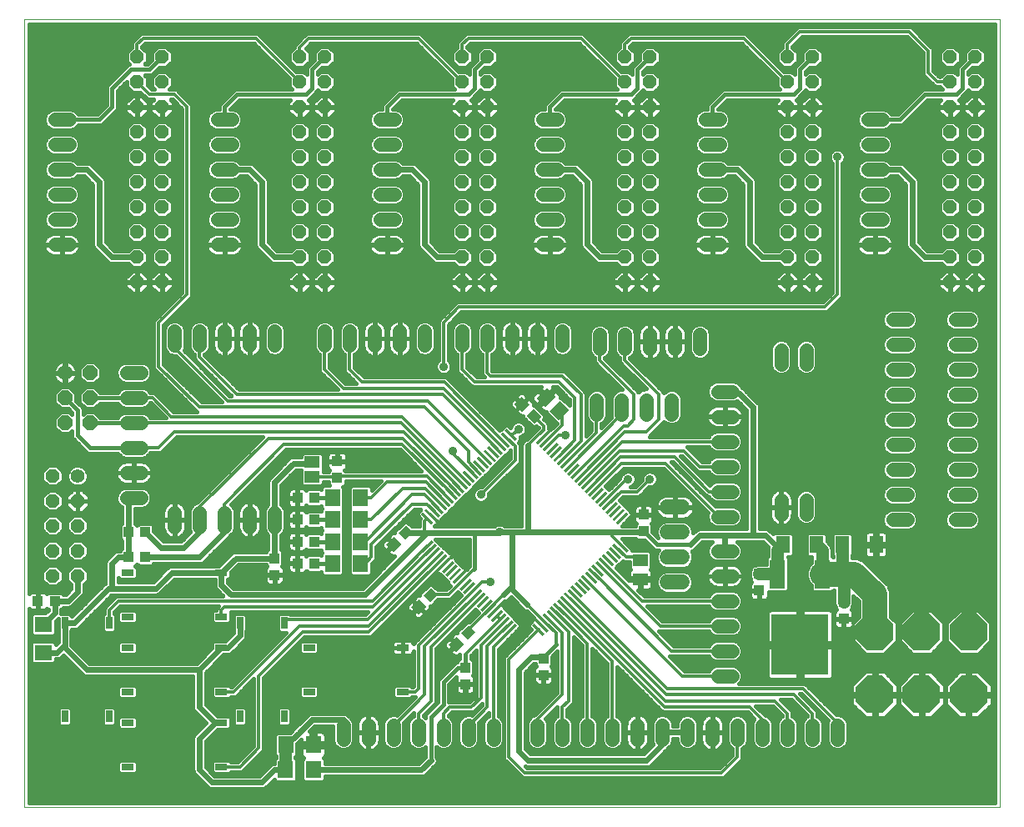
<source format=gtl>
G75*
%MOIN*%
%OFA0B0*%
%FSLAX25Y25*%
%IPPOS*%
%LPD*%
%AMOC8*
5,1,8,0,0,1.08239X$1,22.5*
%
%ADD10C,0.00000*%
%ADD11R,0.05906X0.01169*%
%ADD12R,0.01169X0.05906*%
%ADD13R,0.22835X0.24409*%
%ADD14R,0.06299X0.11811*%
%ADD15R,0.05512X0.07087*%
%ADD16R,0.06299X0.07087*%
%ADD17R,0.03937X0.04331*%
%ADD18C,0.06000*%
%ADD19R,0.05000X0.02500*%
%ADD20R,0.04331X0.03937*%
%ADD21R,0.06300X0.04600*%
%ADD22R,0.06299X0.07098*%
%ADD23OC8,0.05600*%
%ADD24C,0.05600*%
%ADD25R,0.02500X0.05000*%
%ADD26R,0.05906X0.05118*%
%ADD27R,0.05118X0.05906*%
%ADD28OC8,0.15000*%
%ADD29C,0.06000*%
%ADD30OC8,0.06000*%
%ADD31C,0.05600*%
%ADD32R,0.07098X0.06299*%
%ADD33C,0.01600*%
%ADD34C,0.01200*%
%ADD35C,0.03562*%
%ADD36C,0.25400*%
%ADD37C,0.05000*%
%ADD38C,0.02400*%
%ADD39C,0.10000*%
D10*
X0041800Y0041800D02*
X0041800Y0356761D01*
X0431564Y0356761D01*
X0431564Y0041800D01*
X0041800Y0041800D01*
D11*
G36*
X0205327Y0147907D02*
X0201151Y0143731D01*
X0200325Y0144557D01*
X0204501Y0148733D01*
X0205327Y0147907D01*
G37*
G36*
X0206719Y0146515D02*
X0202543Y0142339D01*
X0201717Y0143165D01*
X0205893Y0147341D01*
X0206719Y0146515D01*
G37*
G36*
X0208110Y0145123D02*
X0203934Y0140947D01*
X0203108Y0141773D01*
X0207284Y0145949D01*
X0208110Y0145123D01*
G37*
G36*
X0209502Y0143731D02*
X0205326Y0139555D01*
X0204500Y0140381D01*
X0208676Y0144557D01*
X0209502Y0143731D01*
G37*
G36*
X0210894Y0142339D02*
X0206718Y0138163D01*
X0205892Y0138989D01*
X0210068Y0143165D01*
X0210894Y0142339D01*
G37*
G36*
X0212286Y0140948D02*
X0208110Y0136772D01*
X0207284Y0137598D01*
X0211460Y0141774D01*
X0212286Y0140948D01*
G37*
G36*
X0213678Y0139556D02*
X0209502Y0135380D01*
X0208676Y0136206D01*
X0212852Y0140382D01*
X0213678Y0139556D01*
G37*
G36*
X0215070Y0138164D02*
X0210894Y0133988D01*
X0210068Y0134814D01*
X0214244Y0138990D01*
X0215070Y0138164D01*
G37*
G36*
X0216462Y0136772D02*
X0212286Y0132596D01*
X0211460Y0133422D01*
X0215636Y0137598D01*
X0216462Y0136772D01*
G37*
G36*
X0217854Y0135380D02*
X0213678Y0131204D01*
X0212852Y0132030D01*
X0217028Y0136206D01*
X0217854Y0135380D01*
G37*
G36*
X0219246Y0133988D02*
X0215070Y0129812D01*
X0214244Y0130638D01*
X0218420Y0134814D01*
X0219246Y0133988D01*
G37*
G36*
X0220638Y0132596D02*
X0216462Y0128420D01*
X0215636Y0129246D01*
X0219812Y0133422D01*
X0220638Y0132596D01*
G37*
G36*
X0222030Y0131204D02*
X0217854Y0127028D01*
X0217028Y0127854D01*
X0221204Y0132030D01*
X0222030Y0131204D01*
G37*
G36*
X0223422Y0129812D02*
X0219246Y0125636D01*
X0218420Y0126462D01*
X0222596Y0130638D01*
X0223422Y0129812D01*
G37*
G36*
X0224814Y0128420D02*
X0220638Y0124244D01*
X0219812Y0125070D01*
X0223988Y0129246D01*
X0224814Y0128420D01*
G37*
G36*
X0226206Y0127028D02*
X0222030Y0122852D01*
X0221204Y0123678D01*
X0225380Y0127854D01*
X0226206Y0127028D01*
G37*
G36*
X0227598Y0125636D02*
X0223422Y0121460D01*
X0222596Y0122286D01*
X0226772Y0126462D01*
X0227598Y0125636D01*
G37*
G36*
X0228990Y0124244D02*
X0224814Y0120068D01*
X0223988Y0120894D01*
X0228164Y0125070D01*
X0228990Y0124244D01*
G37*
G36*
X0230382Y0122852D02*
X0226206Y0118676D01*
X0225380Y0119502D01*
X0229556Y0123678D01*
X0230382Y0122852D01*
G37*
G36*
X0231774Y0121460D02*
X0227598Y0117284D01*
X0226772Y0118110D01*
X0230948Y0122286D01*
X0231774Y0121460D01*
G37*
G36*
X0233165Y0120068D02*
X0228989Y0115892D01*
X0228163Y0116718D01*
X0232339Y0120894D01*
X0233165Y0120068D01*
G37*
G36*
X0234557Y0118676D02*
X0230381Y0114500D01*
X0229555Y0115326D01*
X0233731Y0119502D01*
X0234557Y0118676D01*
G37*
G36*
X0235949Y0117284D02*
X0231773Y0113108D01*
X0230947Y0113934D01*
X0235123Y0118110D01*
X0235949Y0117284D01*
G37*
G36*
X0237341Y0115893D02*
X0233165Y0111717D01*
X0232339Y0112543D01*
X0236515Y0116719D01*
X0237341Y0115893D01*
G37*
G36*
X0238733Y0114501D02*
X0234557Y0110325D01*
X0233731Y0111151D01*
X0237907Y0115327D01*
X0238733Y0114501D01*
G37*
G36*
X0283275Y0159043D02*
X0279099Y0154867D01*
X0278273Y0155693D01*
X0282449Y0159869D01*
X0283275Y0159043D01*
G37*
G36*
X0281883Y0160435D02*
X0277707Y0156259D01*
X0276881Y0157085D01*
X0281057Y0161261D01*
X0281883Y0160435D01*
G37*
G36*
X0280492Y0161827D02*
X0276316Y0157651D01*
X0275490Y0158477D01*
X0279666Y0162653D01*
X0280492Y0161827D01*
G37*
G36*
X0279100Y0163219D02*
X0274924Y0159043D01*
X0274098Y0159869D01*
X0278274Y0164045D01*
X0279100Y0163219D01*
G37*
G36*
X0277708Y0164611D02*
X0273532Y0160435D01*
X0272706Y0161261D01*
X0276882Y0165437D01*
X0277708Y0164611D01*
G37*
G36*
X0276316Y0166002D02*
X0272140Y0161826D01*
X0271314Y0162652D01*
X0275490Y0166828D01*
X0276316Y0166002D01*
G37*
G36*
X0274924Y0167394D02*
X0270748Y0163218D01*
X0269922Y0164044D01*
X0274098Y0168220D01*
X0274924Y0167394D01*
G37*
G36*
X0273532Y0168786D02*
X0269356Y0164610D01*
X0268530Y0165436D01*
X0272706Y0169612D01*
X0273532Y0168786D01*
G37*
G36*
X0272140Y0170178D02*
X0267964Y0166002D01*
X0267138Y0166828D01*
X0271314Y0171004D01*
X0272140Y0170178D01*
G37*
G36*
X0270748Y0171570D02*
X0266572Y0167394D01*
X0265746Y0168220D01*
X0269922Y0172396D01*
X0270748Y0171570D01*
G37*
G36*
X0269356Y0172962D02*
X0265180Y0168786D01*
X0264354Y0169612D01*
X0268530Y0173788D01*
X0269356Y0172962D01*
G37*
G36*
X0267964Y0174354D02*
X0263788Y0170178D01*
X0262962Y0171004D01*
X0267138Y0175180D01*
X0267964Y0174354D01*
G37*
G36*
X0266572Y0175746D02*
X0262396Y0171570D01*
X0261570Y0172396D01*
X0265746Y0176572D01*
X0266572Y0175746D01*
G37*
G36*
X0265180Y0177138D02*
X0261004Y0172962D01*
X0260178Y0173788D01*
X0264354Y0177964D01*
X0265180Y0177138D01*
G37*
G36*
X0263788Y0178530D02*
X0259612Y0174354D01*
X0258786Y0175180D01*
X0262962Y0179356D01*
X0263788Y0178530D01*
G37*
G36*
X0262396Y0179922D02*
X0258220Y0175746D01*
X0257394Y0176572D01*
X0261570Y0180748D01*
X0262396Y0179922D01*
G37*
G36*
X0261004Y0181314D02*
X0256828Y0177138D01*
X0256002Y0177964D01*
X0260178Y0182140D01*
X0261004Y0181314D01*
G37*
G36*
X0259612Y0182706D02*
X0255436Y0178530D01*
X0254610Y0179356D01*
X0258786Y0183532D01*
X0259612Y0182706D01*
G37*
G36*
X0258220Y0184098D02*
X0254044Y0179922D01*
X0253218Y0180748D01*
X0257394Y0184924D01*
X0258220Y0184098D01*
G37*
G36*
X0256828Y0185490D02*
X0252652Y0181314D01*
X0251826Y0182140D01*
X0256002Y0186316D01*
X0256828Y0185490D01*
G37*
G36*
X0255437Y0186882D02*
X0251261Y0182706D01*
X0250435Y0183532D01*
X0254611Y0187708D01*
X0255437Y0186882D01*
G37*
G36*
X0254045Y0188274D02*
X0249869Y0184098D01*
X0249043Y0184924D01*
X0253219Y0189100D01*
X0254045Y0188274D01*
G37*
G36*
X0252653Y0189666D02*
X0248477Y0185490D01*
X0247651Y0186316D01*
X0251827Y0190492D01*
X0252653Y0189666D01*
G37*
G36*
X0251261Y0191057D02*
X0247085Y0186881D01*
X0246259Y0187707D01*
X0250435Y0191883D01*
X0251261Y0191057D01*
G37*
G36*
X0249869Y0192449D02*
X0245693Y0188273D01*
X0244867Y0189099D01*
X0249043Y0193275D01*
X0249869Y0192449D01*
G37*
D12*
G36*
X0238733Y0189099D02*
X0237907Y0188273D01*
X0233731Y0192449D01*
X0234557Y0193275D01*
X0238733Y0189099D01*
G37*
G36*
X0237341Y0187707D02*
X0236515Y0186881D01*
X0232339Y0191057D01*
X0233165Y0191883D01*
X0237341Y0187707D01*
G37*
G36*
X0235949Y0186316D02*
X0235123Y0185490D01*
X0230947Y0189666D01*
X0231773Y0190492D01*
X0235949Y0186316D01*
G37*
G36*
X0234557Y0184924D02*
X0233731Y0184098D01*
X0229555Y0188274D01*
X0230381Y0189100D01*
X0234557Y0184924D01*
G37*
G36*
X0233165Y0183532D02*
X0232339Y0182706D01*
X0228163Y0186882D01*
X0228989Y0187708D01*
X0233165Y0183532D01*
G37*
G36*
X0231774Y0182140D02*
X0230948Y0181314D01*
X0226772Y0185490D01*
X0227598Y0186316D01*
X0231774Y0182140D01*
G37*
G36*
X0230382Y0180748D02*
X0229556Y0179922D01*
X0225380Y0184098D01*
X0226206Y0184924D01*
X0230382Y0180748D01*
G37*
G36*
X0228990Y0179356D02*
X0228164Y0178530D01*
X0223988Y0182706D01*
X0224814Y0183532D01*
X0228990Y0179356D01*
G37*
G36*
X0227598Y0177964D02*
X0226772Y0177138D01*
X0222596Y0181314D01*
X0223422Y0182140D01*
X0227598Y0177964D01*
G37*
G36*
X0226206Y0176572D02*
X0225380Y0175746D01*
X0221204Y0179922D01*
X0222030Y0180748D01*
X0226206Y0176572D01*
G37*
G36*
X0224814Y0175180D02*
X0223988Y0174354D01*
X0219812Y0178530D01*
X0220638Y0179356D01*
X0224814Y0175180D01*
G37*
G36*
X0223422Y0173788D02*
X0222596Y0172962D01*
X0218420Y0177138D01*
X0219246Y0177964D01*
X0223422Y0173788D01*
G37*
G36*
X0222030Y0172396D02*
X0221204Y0171570D01*
X0217028Y0175746D01*
X0217854Y0176572D01*
X0222030Y0172396D01*
G37*
G36*
X0220638Y0171004D02*
X0219812Y0170178D01*
X0215636Y0174354D01*
X0216462Y0175180D01*
X0220638Y0171004D01*
G37*
G36*
X0219246Y0169612D02*
X0218420Y0168786D01*
X0214244Y0172962D01*
X0215070Y0173788D01*
X0219246Y0169612D01*
G37*
G36*
X0217854Y0168220D02*
X0217028Y0167394D01*
X0212852Y0171570D01*
X0213678Y0172396D01*
X0217854Y0168220D01*
G37*
G36*
X0216462Y0166828D02*
X0215636Y0166002D01*
X0211460Y0170178D01*
X0212286Y0171004D01*
X0216462Y0166828D01*
G37*
G36*
X0215070Y0165436D02*
X0214244Y0164610D01*
X0210068Y0168786D01*
X0210894Y0169612D01*
X0215070Y0165436D01*
G37*
G36*
X0213678Y0164044D02*
X0212852Y0163218D01*
X0208676Y0167394D01*
X0209502Y0168220D01*
X0213678Y0164044D01*
G37*
G36*
X0212286Y0162652D02*
X0211460Y0161826D01*
X0207284Y0166002D01*
X0208110Y0166828D01*
X0212286Y0162652D01*
G37*
G36*
X0210894Y0161261D02*
X0210068Y0160435D01*
X0205892Y0164611D01*
X0206718Y0165437D01*
X0210894Y0161261D01*
G37*
G36*
X0209502Y0159869D02*
X0208676Y0159043D01*
X0204500Y0163219D01*
X0205326Y0164045D01*
X0209502Y0159869D01*
G37*
G36*
X0208110Y0158477D02*
X0207284Y0157651D01*
X0203108Y0161827D01*
X0203934Y0162653D01*
X0208110Y0158477D01*
G37*
G36*
X0206719Y0157085D02*
X0205893Y0156259D01*
X0201717Y0160435D01*
X0202543Y0161261D01*
X0206719Y0157085D01*
G37*
G36*
X0205327Y0155693D02*
X0204501Y0154867D01*
X0200325Y0159043D01*
X0201151Y0159869D01*
X0205327Y0155693D01*
G37*
G36*
X0252653Y0113934D02*
X0251827Y0113108D01*
X0247651Y0117284D01*
X0248477Y0118110D01*
X0252653Y0113934D01*
G37*
G36*
X0254045Y0115326D02*
X0253219Y0114500D01*
X0249043Y0118676D01*
X0249869Y0119502D01*
X0254045Y0115326D01*
G37*
G36*
X0255437Y0116718D02*
X0254611Y0115892D01*
X0250435Y0120068D01*
X0251261Y0120894D01*
X0255437Y0116718D01*
G37*
G36*
X0256828Y0118110D02*
X0256002Y0117284D01*
X0251826Y0121460D01*
X0252652Y0122286D01*
X0256828Y0118110D01*
G37*
G36*
X0258220Y0119502D02*
X0257394Y0118676D01*
X0253218Y0122852D01*
X0254044Y0123678D01*
X0258220Y0119502D01*
G37*
G36*
X0259612Y0120894D02*
X0258786Y0120068D01*
X0254610Y0124244D01*
X0255436Y0125070D01*
X0259612Y0120894D01*
G37*
G36*
X0261004Y0122286D02*
X0260178Y0121460D01*
X0256002Y0125636D01*
X0256828Y0126462D01*
X0261004Y0122286D01*
G37*
G36*
X0262396Y0123678D02*
X0261570Y0122852D01*
X0257394Y0127028D01*
X0258220Y0127854D01*
X0262396Y0123678D01*
G37*
G36*
X0263788Y0125070D02*
X0262962Y0124244D01*
X0258786Y0128420D01*
X0259612Y0129246D01*
X0263788Y0125070D01*
G37*
G36*
X0265180Y0126462D02*
X0264354Y0125636D01*
X0260178Y0129812D01*
X0261004Y0130638D01*
X0265180Y0126462D01*
G37*
G36*
X0266572Y0127854D02*
X0265746Y0127028D01*
X0261570Y0131204D01*
X0262396Y0132030D01*
X0266572Y0127854D01*
G37*
G36*
X0267964Y0129246D02*
X0267138Y0128420D01*
X0262962Y0132596D01*
X0263788Y0133422D01*
X0267964Y0129246D01*
G37*
G36*
X0269356Y0130638D02*
X0268530Y0129812D01*
X0264354Y0133988D01*
X0265180Y0134814D01*
X0269356Y0130638D01*
G37*
G36*
X0270748Y0132030D02*
X0269922Y0131204D01*
X0265746Y0135380D01*
X0266572Y0136206D01*
X0270748Y0132030D01*
G37*
G36*
X0272140Y0133422D02*
X0271314Y0132596D01*
X0267138Y0136772D01*
X0267964Y0137598D01*
X0272140Y0133422D01*
G37*
G36*
X0273532Y0134814D02*
X0272706Y0133988D01*
X0268530Y0138164D01*
X0269356Y0138990D01*
X0273532Y0134814D01*
G37*
G36*
X0274924Y0136206D02*
X0274098Y0135380D01*
X0269922Y0139556D01*
X0270748Y0140382D01*
X0274924Y0136206D01*
G37*
G36*
X0276316Y0137598D02*
X0275490Y0136772D01*
X0271314Y0140948D01*
X0272140Y0141774D01*
X0276316Y0137598D01*
G37*
G36*
X0277708Y0138989D02*
X0276882Y0138163D01*
X0272706Y0142339D01*
X0273532Y0143165D01*
X0277708Y0138989D01*
G37*
G36*
X0279100Y0140381D02*
X0278274Y0139555D01*
X0274098Y0143731D01*
X0274924Y0144557D01*
X0279100Y0140381D01*
G37*
G36*
X0280492Y0141773D02*
X0279666Y0140947D01*
X0275490Y0145123D01*
X0276316Y0145949D01*
X0280492Y0141773D01*
G37*
G36*
X0281883Y0143165D02*
X0281057Y0142339D01*
X0276881Y0146515D01*
X0277707Y0147341D01*
X0281883Y0143165D01*
G37*
G36*
X0283275Y0144557D02*
X0282449Y0143731D01*
X0278273Y0147907D01*
X0279099Y0148733D01*
X0283275Y0144557D01*
G37*
G36*
X0251261Y0112543D02*
X0250435Y0111717D01*
X0246259Y0115893D01*
X0247085Y0116719D01*
X0251261Y0112543D01*
G37*
G36*
X0249869Y0111151D02*
X0249043Y0110325D01*
X0244867Y0114501D01*
X0245693Y0115327D01*
X0249869Y0111151D01*
G37*
D13*
X0351800Y0106800D03*
D14*
X0342804Y0135068D03*
X0360796Y0135068D03*
D15*
X0358493Y0146800D03*
X0368857Y0146800D03*
X0382243Y0146800D03*
X0345107Y0146800D03*
D16*
X0157312Y0066800D03*
X0146288Y0066800D03*
D17*
X0218050Y0090954D03*
X0218050Y0097646D03*
X0249300Y0094704D03*
X0249300Y0101396D03*
X0289300Y0152204D03*
X0289300Y0158896D03*
X0335550Y0135146D03*
X0335550Y0128454D03*
X0369300Y0123896D03*
X0369300Y0117204D03*
X0157646Y0139300D03*
X0150954Y0139300D03*
X0141800Y0141396D03*
X0141800Y0134704D03*
X0150954Y0148050D03*
X0157646Y0148050D03*
X0157646Y0156800D03*
X0150954Y0156800D03*
X0150954Y0165550D03*
X0157646Y0165550D03*
X0090146Y0151800D03*
X0083454Y0151800D03*
X0083454Y0141800D03*
X0090146Y0141800D03*
D18*
X0298800Y0141800D02*
X0304800Y0141800D01*
X0304800Y0131800D02*
X0298800Y0131800D01*
X0298800Y0151800D02*
X0304800Y0151800D01*
X0304800Y0161800D02*
X0298800Y0161800D01*
D19*
X0193001Y0105658D03*
X0193001Y0087942D03*
X0155599Y0087942D03*
X0155599Y0105658D03*
X0120501Y0105658D03*
X0120501Y0117942D03*
X0120501Y0135658D03*
X0083099Y0135658D03*
X0083099Y0117942D03*
X0083099Y0105658D03*
X0083099Y0087942D03*
X0083099Y0075658D03*
X0083099Y0057942D03*
X0120501Y0057942D03*
X0120501Y0075658D03*
X0120501Y0087942D03*
D20*
X0053896Y0124300D03*
X0047204Y0124300D03*
X0166800Y0173454D03*
X0166800Y0180146D03*
G36*
X0197088Y0151805D02*
X0194027Y0148744D01*
X0191244Y0151527D01*
X0194305Y0154588D01*
X0197088Y0151805D01*
G37*
G36*
X0192356Y0147073D02*
X0189295Y0144012D01*
X0186512Y0146795D01*
X0189573Y0149856D01*
X0192356Y0147073D01*
G37*
G36*
X0207088Y0126805D02*
X0204027Y0123744D01*
X0201244Y0126527D01*
X0204305Y0129588D01*
X0207088Y0126805D01*
G37*
G36*
X0202356Y0122073D02*
X0199295Y0119012D01*
X0196512Y0121795D01*
X0199573Y0124856D01*
X0202356Y0122073D01*
G37*
G36*
X0217356Y0107073D02*
X0214295Y0104012D01*
X0211512Y0106795D01*
X0214573Y0109856D01*
X0217356Y0107073D01*
G37*
G36*
X0222088Y0111805D02*
X0219027Y0108744D01*
X0216244Y0111527D01*
X0219305Y0114588D01*
X0222088Y0111805D01*
G37*
G36*
X0245555Y0195262D02*
X0242494Y0198323D01*
X0245277Y0201106D01*
X0248338Y0198045D01*
X0245555Y0195262D01*
G37*
G36*
X0240823Y0199994D02*
X0237762Y0203055D01*
X0240545Y0205838D01*
X0243606Y0202777D01*
X0240823Y0199994D01*
G37*
D21*
X0156800Y0179800D03*
X0156800Y0173800D03*
D22*
X0164952Y0165550D03*
X0164952Y0156800D03*
X0164952Y0148050D03*
X0176148Y0148050D03*
X0176148Y0156800D03*
X0176148Y0165550D03*
X0176148Y0139300D03*
X0164952Y0139300D03*
X0157398Y0056800D03*
X0146202Y0056800D03*
D23*
X0063050Y0134300D03*
X0053050Y0134300D03*
X0053050Y0144300D03*
X0053050Y0154300D03*
X0063050Y0154300D03*
X0063050Y0144300D03*
X0063050Y0164300D03*
X0053050Y0164300D03*
X0053050Y0174300D03*
X0086800Y0251800D03*
X0086800Y0261800D03*
X0096800Y0261800D03*
X0096800Y0251800D03*
X0096800Y0271800D03*
X0096800Y0281800D03*
X0086800Y0281800D03*
X0086800Y0271800D03*
X0086800Y0291800D03*
X0086800Y0301800D03*
X0096800Y0301800D03*
X0096800Y0291800D03*
X0096800Y0311800D03*
X0096800Y0321800D03*
X0086800Y0321800D03*
X0086800Y0311800D03*
X0086800Y0331800D03*
X0086800Y0341800D03*
X0096800Y0341800D03*
X0096800Y0331800D03*
X0151800Y0331800D03*
X0151800Y0341800D03*
X0161800Y0341800D03*
X0161800Y0331800D03*
X0161800Y0321800D03*
X0161800Y0311800D03*
X0151800Y0311800D03*
X0151800Y0321800D03*
X0151800Y0301800D03*
X0151800Y0291800D03*
X0161800Y0291800D03*
X0161800Y0301800D03*
X0161800Y0281800D03*
X0161800Y0271800D03*
X0151800Y0271800D03*
X0151800Y0281800D03*
X0151800Y0261800D03*
X0151800Y0251800D03*
X0161800Y0251800D03*
X0161800Y0261800D03*
X0216800Y0261800D03*
X0216800Y0251800D03*
X0226800Y0251800D03*
X0226800Y0261800D03*
X0226800Y0271800D03*
X0226800Y0281800D03*
X0216800Y0281800D03*
X0216800Y0271800D03*
X0216800Y0291800D03*
X0216800Y0301800D03*
X0226800Y0301800D03*
X0226800Y0291800D03*
X0226800Y0311800D03*
X0226800Y0321800D03*
X0216800Y0321800D03*
X0216800Y0311800D03*
X0216800Y0331800D03*
X0216800Y0341800D03*
X0226800Y0341800D03*
X0226800Y0331800D03*
X0281800Y0331800D03*
X0281800Y0341800D03*
X0291800Y0341800D03*
X0291800Y0331800D03*
X0291800Y0321800D03*
X0291800Y0311800D03*
X0281800Y0311800D03*
X0281800Y0321800D03*
X0281800Y0301800D03*
X0281800Y0291800D03*
X0291800Y0291800D03*
X0291800Y0301800D03*
X0291800Y0281800D03*
X0291800Y0271800D03*
X0281800Y0271800D03*
X0281800Y0281800D03*
X0281800Y0261800D03*
X0281800Y0251800D03*
X0291800Y0251800D03*
X0291800Y0261800D03*
X0346800Y0261800D03*
X0346800Y0251800D03*
X0356800Y0251800D03*
X0356800Y0261800D03*
X0356800Y0271800D03*
X0356800Y0281800D03*
X0346800Y0281800D03*
X0346800Y0271800D03*
X0346800Y0291800D03*
X0346800Y0301800D03*
X0356800Y0301800D03*
X0356800Y0291800D03*
X0356800Y0311800D03*
X0356800Y0321800D03*
X0346800Y0321800D03*
X0346800Y0311800D03*
X0346800Y0331800D03*
X0346800Y0341800D03*
X0356800Y0341800D03*
X0356800Y0331800D03*
X0411800Y0331800D03*
X0411800Y0341800D03*
X0421800Y0341800D03*
X0421800Y0331800D03*
X0421800Y0321800D03*
X0421800Y0311800D03*
X0411800Y0311800D03*
X0411800Y0321800D03*
X0411800Y0301800D03*
X0411800Y0291800D03*
X0421800Y0291800D03*
X0421800Y0301800D03*
X0421800Y0281800D03*
X0421800Y0271800D03*
X0411800Y0271800D03*
X0411800Y0281800D03*
X0411800Y0261800D03*
X0411800Y0251800D03*
X0421800Y0251800D03*
X0421800Y0261800D03*
D24*
X0419600Y0236800D02*
X0414000Y0236800D01*
X0414000Y0226800D02*
X0419600Y0226800D01*
X0419600Y0216800D02*
X0414000Y0216800D01*
X0414000Y0206800D02*
X0419600Y0206800D01*
X0419600Y0196800D02*
X0414000Y0196800D01*
X0414000Y0186800D02*
X0419600Y0186800D01*
X0419600Y0176800D02*
X0414000Y0176800D01*
X0414000Y0166800D02*
X0419600Y0166800D01*
X0419600Y0156800D02*
X0414000Y0156800D01*
X0394600Y0156800D02*
X0389000Y0156800D01*
X0389000Y0166800D02*
X0394600Y0166800D01*
X0394600Y0176800D02*
X0389000Y0176800D01*
X0389000Y0186800D02*
X0394600Y0186800D01*
X0394600Y0196800D02*
X0389000Y0196800D01*
X0389000Y0206800D02*
X0394600Y0206800D01*
X0394600Y0216800D02*
X0389000Y0216800D01*
X0389000Y0226800D02*
X0394600Y0226800D01*
X0394600Y0236800D02*
X0389000Y0236800D01*
X0384600Y0266800D02*
X0379000Y0266800D01*
X0379000Y0276800D02*
X0384600Y0276800D01*
X0384600Y0286800D02*
X0379000Y0286800D01*
X0379000Y0296800D02*
X0384600Y0296800D01*
X0384600Y0306800D02*
X0379000Y0306800D01*
X0379000Y0316800D02*
X0384600Y0316800D01*
X0319600Y0316800D02*
X0314000Y0316800D01*
X0314000Y0306800D02*
X0319600Y0306800D01*
X0319600Y0296800D02*
X0314000Y0296800D01*
X0314000Y0286800D02*
X0319600Y0286800D01*
X0319600Y0276800D02*
X0314000Y0276800D01*
X0314000Y0266800D02*
X0319600Y0266800D01*
X0311800Y0230850D02*
X0311800Y0225250D01*
X0301800Y0225250D02*
X0301800Y0230850D01*
X0291800Y0230850D02*
X0291800Y0225250D01*
X0281800Y0225250D02*
X0281800Y0230850D01*
X0271800Y0230850D02*
X0271800Y0225250D01*
X0256800Y0226500D02*
X0256800Y0232100D01*
X0246800Y0232100D02*
X0246800Y0226500D01*
X0236800Y0226500D02*
X0236800Y0232100D01*
X0226800Y0232100D02*
X0226800Y0226500D01*
X0216800Y0226500D02*
X0216800Y0232100D01*
X0201800Y0232100D02*
X0201800Y0226500D01*
X0191800Y0226500D02*
X0191800Y0232100D01*
X0181800Y0232100D02*
X0181800Y0226500D01*
X0171800Y0226500D02*
X0171800Y0232100D01*
X0161800Y0232100D02*
X0161800Y0226500D01*
X0141800Y0226500D02*
X0141800Y0232100D01*
X0131800Y0232100D02*
X0131800Y0226500D01*
X0121800Y0226500D02*
X0121800Y0232100D01*
X0111800Y0232100D02*
X0111800Y0226500D01*
X0101800Y0226500D02*
X0101800Y0232100D01*
X0088350Y0215550D02*
X0082750Y0215550D01*
X0082750Y0205550D02*
X0088350Y0205550D01*
X0088350Y0195550D02*
X0082750Y0195550D01*
X0082750Y0185550D02*
X0088350Y0185550D01*
X0088350Y0175550D02*
X0082750Y0175550D01*
X0082750Y0165550D02*
X0088350Y0165550D01*
X0101800Y0159600D02*
X0101800Y0154000D01*
X0111800Y0154000D02*
X0111800Y0159600D01*
X0121800Y0159600D02*
X0121800Y0154000D01*
X0131800Y0154000D02*
X0131800Y0159600D01*
X0141800Y0159600D02*
X0141800Y0154000D01*
X0169300Y0074600D02*
X0169300Y0069000D01*
X0179300Y0069000D02*
X0179300Y0074600D01*
X0189300Y0074600D02*
X0189300Y0069000D01*
X0199300Y0069000D02*
X0199300Y0074600D01*
X0209300Y0074600D02*
X0209300Y0069000D01*
X0219300Y0069000D02*
X0219300Y0074600D01*
X0229300Y0074600D02*
X0229300Y0069000D01*
X0246800Y0069000D02*
X0246800Y0074600D01*
X0256800Y0074600D02*
X0256800Y0069000D01*
X0266800Y0069000D02*
X0266800Y0074600D01*
X0276800Y0074600D02*
X0276800Y0069000D01*
X0286800Y0069000D02*
X0286800Y0074600D01*
X0296800Y0074600D02*
X0296800Y0069000D01*
X0306800Y0069000D02*
X0306800Y0074600D01*
X0316800Y0074600D02*
X0316800Y0069000D01*
X0326800Y0069000D02*
X0326800Y0074600D01*
X0336800Y0074600D02*
X0336800Y0069000D01*
X0346800Y0069000D02*
X0346800Y0074600D01*
X0356800Y0074600D02*
X0356800Y0069000D01*
X0366800Y0069000D02*
X0366800Y0074600D01*
X0324600Y0094300D02*
X0319000Y0094300D01*
X0319000Y0104300D02*
X0324600Y0104300D01*
X0324600Y0114300D02*
X0319000Y0114300D01*
X0319000Y0124300D02*
X0324600Y0124300D01*
X0324600Y0134300D02*
X0319000Y0134300D01*
X0319000Y0144300D02*
X0324600Y0144300D01*
X0324600Y0158050D02*
X0319000Y0158050D01*
X0319000Y0168050D02*
X0324600Y0168050D01*
X0324600Y0178050D02*
X0319000Y0178050D01*
X0319000Y0188050D02*
X0324600Y0188050D01*
X0324600Y0198050D02*
X0319000Y0198050D01*
X0319000Y0208050D02*
X0324600Y0208050D01*
X0344300Y0219000D02*
X0344300Y0224600D01*
X0354300Y0224600D02*
X0354300Y0219000D01*
X0300550Y0204600D02*
X0300550Y0199000D01*
X0290550Y0199000D02*
X0290550Y0204600D01*
X0280550Y0204600D02*
X0280550Y0199000D01*
X0270550Y0199000D02*
X0270550Y0204600D01*
X0254600Y0266800D02*
X0249000Y0266800D01*
X0249000Y0276800D02*
X0254600Y0276800D01*
X0254600Y0286800D02*
X0249000Y0286800D01*
X0249000Y0296800D02*
X0254600Y0296800D01*
X0254600Y0306800D02*
X0249000Y0306800D01*
X0249000Y0316800D02*
X0254600Y0316800D01*
X0189600Y0316800D02*
X0184000Y0316800D01*
X0184000Y0306800D02*
X0189600Y0306800D01*
X0189600Y0296800D02*
X0184000Y0296800D01*
X0184000Y0286800D02*
X0189600Y0286800D01*
X0189600Y0276800D02*
X0184000Y0276800D01*
X0184000Y0266800D02*
X0189600Y0266800D01*
X0124600Y0266800D02*
X0119000Y0266800D01*
X0119000Y0276800D02*
X0124600Y0276800D01*
X0124600Y0286800D02*
X0119000Y0286800D01*
X0119000Y0296800D02*
X0124600Y0296800D01*
X0124600Y0306800D02*
X0119000Y0306800D01*
X0119000Y0316800D02*
X0124600Y0316800D01*
X0059600Y0316800D02*
X0054000Y0316800D01*
X0054000Y0306800D02*
X0059600Y0306800D01*
X0059600Y0296800D02*
X0054000Y0296800D01*
X0054000Y0286800D02*
X0059600Y0286800D01*
X0059600Y0276800D02*
X0054000Y0276800D01*
X0054000Y0266800D02*
X0059600Y0266800D01*
X0344300Y0164600D02*
X0344300Y0159000D01*
X0354300Y0159000D02*
X0354300Y0164600D01*
D25*
X0145658Y0115501D03*
X0127942Y0115501D03*
X0127942Y0078099D03*
X0145658Y0078099D03*
X0075658Y0078099D03*
X0057942Y0078099D03*
X0057942Y0115501D03*
X0075658Y0115501D03*
D26*
X0288050Y0133060D03*
X0288050Y0140540D03*
D27*
G36*
X0255417Y0196508D02*
X0251798Y0200127D01*
X0255973Y0204302D01*
X0259592Y0200683D01*
X0255417Y0196508D01*
G37*
G36*
X0250127Y0201798D02*
X0246508Y0205417D01*
X0250683Y0209592D01*
X0254302Y0205973D01*
X0250127Y0201798D01*
G37*
D28*
X0381800Y0111800D03*
X0400550Y0111800D03*
X0419300Y0111800D03*
X0419300Y0086800D03*
X0400550Y0086800D03*
X0381800Y0086800D03*
D29*
X0058050Y0215550D03*
D30*
X0068050Y0215550D03*
X0068050Y0205550D03*
X0068050Y0195550D03*
X0058050Y0195550D03*
X0058050Y0205550D03*
D31*
X0063050Y0174300D03*
D32*
X0049300Y0114898D03*
X0049300Y0103702D03*
D33*
X0044351Y0104142D02*
X0043600Y0104142D01*
X0043600Y0105740D02*
X0044351Y0105740D01*
X0044351Y0107339D02*
X0043600Y0107339D01*
X0044351Y0107431D02*
X0044351Y0099972D01*
X0045171Y0099152D01*
X0053429Y0099152D01*
X0054249Y0099972D01*
X0054249Y0101102D01*
X0055360Y0101102D01*
X0056316Y0101497D01*
X0057371Y0102552D01*
X0064596Y0095327D01*
X0065327Y0094596D01*
X0066283Y0094200D01*
X0109043Y0094200D01*
X0109043Y0081440D01*
X0109438Y0080485D01*
X0114373Y0075550D01*
X0110327Y0071504D01*
X0109596Y0070773D01*
X0109200Y0069817D01*
X0109200Y0056283D01*
X0109596Y0055327D01*
X0115327Y0049596D01*
X0116283Y0049200D01*
X0137317Y0049200D01*
X0138273Y0049596D01*
X0141652Y0052975D01*
X0141652Y0052671D01*
X0142472Y0051851D01*
X0149931Y0051851D01*
X0150751Y0052671D01*
X0150751Y0060929D01*
X0150102Y0061579D01*
X0150102Y0061941D01*
X0150838Y0062677D01*
X0150838Y0067390D01*
X0152362Y0068758D01*
X0152362Y0067575D01*
X0156537Y0067575D01*
X0156537Y0072143D01*
X0155820Y0072143D01*
X0157877Y0074200D01*
X0165100Y0074200D01*
X0165100Y0068165D01*
X0165739Y0066621D01*
X0166921Y0065439D01*
X0168465Y0064800D01*
X0170135Y0064800D01*
X0171679Y0065439D01*
X0172861Y0066621D01*
X0173500Y0068165D01*
X0173500Y0075435D01*
X0172861Y0076979D01*
X0171679Y0078161D01*
X0171524Y0078225D01*
X0171504Y0078273D01*
X0170773Y0079004D01*
X0169817Y0079400D01*
X0156283Y0079400D01*
X0155327Y0079004D01*
X0154596Y0078273D01*
X0149499Y0073176D01*
X0147903Y0071743D01*
X0142559Y0071743D01*
X0141739Y0070923D01*
X0141739Y0062677D01*
X0142302Y0062114D01*
X0142302Y0061579D01*
X0141652Y0060929D01*
X0141652Y0059400D01*
X0141283Y0059400D01*
X0140327Y0059004D01*
X0139596Y0058273D01*
X0139596Y0058273D01*
X0135723Y0054400D01*
X0117877Y0054400D01*
X0114400Y0057877D01*
X0114400Y0068223D01*
X0119185Y0073008D01*
X0123581Y0073008D01*
X0124401Y0073828D01*
X0124401Y0077488D01*
X0123581Y0078308D01*
X0118969Y0078308D01*
X0114243Y0083034D01*
X0114243Y0095723D01*
X0121469Y0102950D01*
X0123567Y0102950D01*
X0124523Y0103346D01*
X0125254Y0104077D01*
X0130146Y0108969D01*
X0130542Y0109925D01*
X0130542Y0112371D01*
X0130592Y0112421D01*
X0130592Y0118581D01*
X0129772Y0119401D01*
X0126112Y0119401D01*
X0125292Y0118581D01*
X0125292Y0112421D01*
X0125342Y0112371D01*
X0125342Y0111519D01*
X0122131Y0108308D01*
X0117421Y0108308D01*
X0116601Y0107488D01*
X0116601Y0105435D01*
X0110566Y0099400D01*
X0067877Y0099400D01*
X0060542Y0106735D01*
X0060542Y0112371D01*
X0060592Y0112421D01*
X0060592Y0112950D01*
X0062317Y0112950D01*
X0063273Y0113346D01*
X0064004Y0114077D01*
X0076627Y0126700D01*
X0094817Y0126700D01*
X0095773Y0127096D01*
X0096504Y0127827D01*
X0101735Y0133058D01*
X0117371Y0133058D01*
X0117421Y0133008D01*
X0117901Y0133008D01*
X0117901Y0130082D01*
X0118297Y0129126D01*
X0121123Y0126300D01*
X0078472Y0126300D01*
X0077300Y0125128D01*
X0073658Y0121487D01*
X0073658Y0119231D01*
X0073008Y0118581D01*
X0073008Y0112421D01*
X0073828Y0111601D01*
X0077488Y0111601D01*
X0078308Y0112421D01*
X0078308Y0118581D01*
X0077658Y0119231D01*
X0077658Y0119830D01*
X0080128Y0122300D01*
X0119472Y0122300D01*
X0118501Y0121329D01*
X0118501Y0120592D01*
X0117421Y0120592D01*
X0116601Y0119772D01*
X0116601Y0116112D01*
X0117421Y0115292D01*
X0123581Y0115292D01*
X0124401Y0116112D01*
X0124401Y0119772D01*
X0124372Y0119800D01*
X0179133Y0119800D01*
X0178133Y0118800D01*
X0148089Y0118800D01*
X0147488Y0119401D01*
X0143828Y0119401D01*
X0143008Y0118581D01*
X0143008Y0112421D01*
X0143828Y0111601D01*
X0146272Y0111601D01*
X0124613Y0089942D01*
X0124231Y0089942D01*
X0123581Y0090592D01*
X0117421Y0090592D01*
X0116601Y0089772D01*
X0116601Y0086112D01*
X0117421Y0085292D01*
X0123581Y0085292D01*
X0124231Y0085942D01*
X0126270Y0085942D01*
X0133550Y0093222D01*
X0133550Y0066378D01*
X0127113Y0059942D01*
X0124231Y0059942D01*
X0123581Y0060592D01*
X0117421Y0060592D01*
X0116601Y0059772D01*
X0116601Y0056112D01*
X0117421Y0055292D01*
X0123581Y0055292D01*
X0124231Y0055942D01*
X0128770Y0055942D01*
X0136378Y0063550D01*
X0137550Y0064722D01*
X0137550Y0093472D01*
X0153878Y0109800D01*
X0180357Y0109800D01*
X0206447Y0135890D01*
X0207005Y0135331D01*
X0207416Y0135094D01*
X0207874Y0134971D01*
X0207931Y0134971D01*
X0208668Y0134234D01*
X0210060Y0132842D01*
X0211052Y0131850D01*
X0211052Y0131793D01*
X0211175Y0131335D01*
X0211412Y0130925D01*
X0211970Y0130366D01*
X0210404Y0128800D01*
X0207492Y0128800D01*
X0207385Y0128884D01*
X0207033Y0128842D01*
X0204885Y0130989D01*
X0203726Y0130989D01*
X0199843Y0127107D01*
X0199843Y0126648D01*
X0199810Y0126657D01*
X0199336Y0126657D01*
X0198878Y0126534D01*
X0198468Y0126297D01*
X0196899Y0124729D01*
X0199434Y0122194D01*
X0199173Y0121934D01*
X0196639Y0124468D01*
X0195070Y0122900D01*
X0194833Y0122489D01*
X0194711Y0122031D01*
X0194711Y0121558D01*
X0194833Y0121100D01*
X0195070Y0120689D01*
X0196499Y0119260D01*
X0199173Y0121934D01*
X0199434Y0121673D01*
X0199694Y0121934D01*
X0202229Y0119399D01*
X0203797Y0120968D01*
X0204034Y0121378D01*
X0204157Y0121836D01*
X0204157Y0122310D01*
X0204148Y0122343D01*
X0204607Y0122343D01*
X0207064Y0124800D01*
X0212061Y0124800D01*
X0215081Y0127821D01*
X0215628Y0127274D01*
X0216429Y0126473D01*
X0198472Y0108516D01*
X0197300Y0107345D01*
X0197300Y0107148D01*
X0197178Y0107603D01*
X0196941Y0108013D01*
X0196606Y0108349D01*
X0196196Y0108586D01*
X0195738Y0108708D01*
X0193001Y0108708D01*
X0193001Y0105658D01*
X0193001Y0102608D01*
X0195738Y0102608D01*
X0196196Y0102731D01*
X0196606Y0102968D01*
X0196941Y0103303D01*
X0197178Y0103713D01*
X0197300Y0104168D01*
X0197300Y0090128D01*
X0197113Y0089942D01*
X0196731Y0089942D01*
X0196081Y0090592D01*
X0189921Y0090592D01*
X0189101Y0089772D01*
X0189101Y0086112D01*
X0189921Y0085292D01*
X0196081Y0085292D01*
X0196731Y0085942D01*
X0198113Y0085942D01*
X0190727Y0078555D01*
X0190135Y0078800D01*
X0188465Y0078800D01*
X0186921Y0078161D01*
X0185739Y0076979D01*
X0185100Y0075435D01*
X0185100Y0068165D01*
X0185739Y0066621D01*
X0186921Y0065439D01*
X0188465Y0064800D01*
X0190135Y0064800D01*
X0191679Y0065439D01*
X0192861Y0066621D01*
X0193500Y0068165D01*
X0193500Y0075435D01*
X0193431Y0075602D01*
X0197300Y0079472D01*
X0197300Y0078318D01*
X0196921Y0078161D01*
X0195739Y0076979D01*
X0195100Y0075435D01*
X0195100Y0068165D01*
X0195739Y0066621D01*
X0196921Y0065439D01*
X0198465Y0064800D01*
X0200135Y0064800D01*
X0201679Y0065439D01*
X0202100Y0065860D01*
X0202100Y0062027D01*
X0199473Y0059400D01*
X0161948Y0059400D01*
X0161948Y0060929D01*
X0161246Y0061631D01*
X0161567Y0061816D01*
X0161902Y0062151D01*
X0162139Y0062562D01*
X0162261Y0063020D01*
X0162261Y0066025D01*
X0158087Y0066025D01*
X0158087Y0067575D01*
X0162261Y0067575D01*
X0162261Y0070580D01*
X0162139Y0071038D01*
X0161902Y0071449D01*
X0161567Y0071784D01*
X0161156Y0072021D01*
X0160698Y0072143D01*
X0158087Y0072143D01*
X0158087Y0067575D01*
X0156537Y0067575D01*
X0156537Y0066025D01*
X0152362Y0066025D01*
X0152362Y0063020D01*
X0152485Y0062562D01*
X0152722Y0062151D01*
X0153057Y0061816D01*
X0153467Y0061579D01*
X0153492Y0061573D01*
X0152849Y0060929D01*
X0152849Y0052671D01*
X0153669Y0051851D01*
X0161128Y0051851D01*
X0161948Y0052671D01*
X0161948Y0054200D01*
X0201067Y0054200D01*
X0202023Y0054596D01*
X0206504Y0059077D01*
X0206900Y0060033D01*
X0206900Y0061067D01*
X0206504Y0062023D01*
X0206500Y0062027D01*
X0206500Y0065860D01*
X0206921Y0065439D01*
X0208465Y0064800D01*
X0210135Y0064800D01*
X0211679Y0065439D01*
X0212861Y0066621D01*
X0213500Y0068165D01*
X0213500Y0075435D01*
X0212861Y0076979D01*
X0211679Y0078161D01*
X0211300Y0078318D01*
X0211300Y0078472D01*
X0212628Y0079800D01*
X0221378Y0079800D01*
X0224800Y0083222D01*
X0224800Y0082628D01*
X0220727Y0078555D01*
X0220135Y0078800D01*
X0218465Y0078800D01*
X0216921Y0078161D01*
X0215739Y0076979D01*
X0215100Y0075435D01*
X0215100Y0068165D01*
X0215739Y0066621D01*
X0216921Y0065439D01*
X0218465Y0064800D01*
X0220135Y0064800D01*
X0221679Y0065439D01*
X0222861Y0066621D01*
X0223500Y0068165D01*
X0223500Y0075435D01*
X0223431Y0075602D01*
X0227300Y0079472D01*
X0227300Y0078318D01*
X0226921Y0078161D01*
X0225739Y0076979D01*
X0225100Y0075435D01*
X0225100Y0068165D01*
X0225739Y0066621D01*
X0226921Y0065439D01*
X0228465Y0064800D01*
X0230135Y0064800D01*
X0231679Y0065439D01*
X0232861Y0066621D01*
X0233500Y0068165D01*
X0233500Y0075435D01*
X0232861Y0076979D01*
X0231679Y0078161D01*
X0231300Y0078318D01*
X0231300Y0105065D01*
X0238232Y0111997D01*
X0238232Y0112019D01*
X0240133Y0113920D01*
X0240133Y0115080D01*
X0238487Y0116727D01*
X0237095Y0118119D01*
X0235703Y0119511D01*
X0234565Y0120648D01*
X0233574Y0121640D01*
X0233574Y0121697D01*
X0233451Y0122155D01*
X0233214Y0122565D01*
X0232655Y0123124D01*
X0233732Y0124200D01*
X0234020Y0124200D01*
X0234976Y0124596D01*
X0236232Y0125852D01*
X0241408Y0120676D01*
X0242363Y0120281D01*
X0242652Y0120281D01*
X0245377Y0117556D01*
X0244818Y0116998D01*
X0244581Y0116587D01*
X0244459Y0116129D01*
X0244459Y0116072D01*
X0243467Y0115080D01*
X0243467Y0113920D01*
X0244550Y0112837D01*
X0233550Y0101836D01*
X0233550Y0060972D01*
X0234722Y0059800D01*
X0240972Y0053550D01*
X0321378Y0053550D01*
X0327628Y0059800D01*
X0328800Y0060972D01*
X0328800Y0065282D01*
X0329179Y0065439D01*
X0330361Y0066621D01*
X0331000Y0068165D01*
X0331000Y0075435D01*
X0330361Y0076979D01*
X0329179Y0078161D01*
X0327635Y0078800D01*
X0325965Y0078800D01*
X0324421Y0078161D01*
X0323239Y0076979D01*
X0322600Y0075435D01*
X0322600Y0068165D01*
X0323239Y0066621D01*
X0324421Y0065439D01*
X0324800Y0065282D01*
X0324800Y0062628D01*
X0319722Y0057550D01*
X0242628Y0057550D01*
X0242013Y0058165D01*
X0242533Y0057950D01*
X0291067Y0057950D01*
X0292023Y0058346D01*
X0292754Y0059077D01*
X0299004Y0065327D01*
X0299024Y0065375D01*
X0299179Y0065439D01*
X0300361Y0066621D01*
X0301000Y0068165D01*
X0301000Y0069200D01*
X0302600Y0069200D01*
X0302600Y0068165D01*
X0303239Y0066621D01*
X0304421Y0065439D01*
X0305965Y0064800D01*
X0307635Y0064800D01*
X0309179Y0065439D01*
X0310361Y0066621D01*
X0311000Y0068165D01*
X0311000Y0075435D01*
X0310361Y0076979D01*
X0309179Y0078161D01*
X0307635Y0078800D01*
X0305965Y0078800D01*
X0304421Y0078161D01*
X0303239Y0076979D01*
X0302600Y0075435D01*
X0302600Y0074400D01*
X0301000Y0074400D01*
X0301000Y0075435D01*
X0300361Y0076979D01*
X0299179Y0078161D01*
X0297635Y0078800D01*
X0295965Y0078800D01*
X0294421Y0078161D01*
X0293239Y0076979D01*
X0292600Y0075435D01*
X0292600Y0068165D01*
X0293153Y0066830D01*
X0289473Y0063150D01*
X0244127Y0063150D01*
X0241900Y0065377D01*
X0241900Y0095723D01*
X0245377Y0099200D01*
X0245931Y0099200D01*
X0245931Y0098651D01*
X0246256Y0098327D01*
X0246226Y0098309D01*
X0245891Y0097974D01*
X0245654Y0097564D01*
X0245531Y0097106D01*
X0245531Y0094888D01*
X0249116Y0094888D01*
X0249116Y0094519D01*
X0249484Y0094519D01*
X0249484Y0090738D01*
X0251505Y0090738D01*
X0251963Y0090861D01*
X0252374Y0091098D01*
X0252709Y0091433D01*
X0252946Y0091843D01*
X0253068Y0092301D01*
X0253068Y0094519D01*
X0249484Y0094519D01*
X0249484Y0094888D01*
X0253068Y0094888D01*
X0253068Y0097106D01*
X0252946Y0097564D01*
X0252709Y0097974D01*
X0252374Y0098309D01*
X0252344Y0098327D01*
X0252668Y0098651D01*
X0252668Y0102057D01*
X0254800Y0104189D01*
X0254800Y0087628D01*
X0245972Y0078800D01*
X0245965Y0078800D01*
X0244421Y0078161D01*
X0243239Y0076979D01*
X0242600Y0075435D01*
X0242600Y0068165D01*
X0243239Y0066621D01*
X0244421Y0065439D01*
X0245965Y0064800D01*
X0247635Y0064800D01*
X0249179Y0065439D01*
X0250361Y0066621D01*
X0251000Y0068165D01*
X0251000Y0075435D01*
X0250361Y0076979D01*
X0250084Y0077256D01*
X0254800Y0081972D01*
X0254800Y0078318D01*
X0254421Y0078161D01*
X0253239Y0076979D01*
X0252600Y0075435D01*
X0252600Y0068165D01*
X0253239Y0066621D01*
X0254421Y0065439D01*
X0255965Y0064800D01*
X0257635Y0064800D01*
X0259179Y0065439D01*
X0260361Y0066621D01*
X0261000Y0068165D01*
X0261000Y0075435D01*
X0260361Y0076979D01*
X0259179Y0078161D01*
X0258800Y0078318D01*
X0258800Y0080972D01*
X0260128Y0082300D01*
X0261300Y0083472D01*
X0261300Y0109984D01*
X0264800Y0106484D01*
X0264800Y0078318D01*
X0264421Y0078161D01*
X0263239Y0076979D01*
X0262600Y0075435D01*
X0262600Y0068165D01*
X0263239Y0066621D01*
X0264421Y0065439D01*
X0265965Y0064800D01*
X0267635Y0064800D01*
X0269179Y0065439D01*
X0270361Y0066621D01*
X0271000Y0068165D01*
X0271000Y0075435D01*
X0270361Y0076979D01*
X0269179Y0078161D01*
X0268800Y0078318D01*
X0268800Y0105268D01*
X0274800Y0099268D01*
X0274800Y0078318D01*
X0274421Y0078161D01*
X0273239Y0076979D01*
X0272600Y0075435D01*
X0272600Y0068165D01*
X0273239Y0066621D01*
X0274421Y0065439D01*
X0275965Y0064800D01*
X0277635Y0064800D01*
X0279179Y0065439D01*
X0280361Y0066621D01*
X0281000Y0068165D01*
X0281000Y0075435D01*
X0280361Y0076979D01*
X0279179Y0078161D01*
X0278800Y0078318D01*
X0278800Y0098052D01*
X0295881Y0080972D01*
X0297052Y0079800D01*
X0330972Y0079800D01*
X0333516Y0077256D01*
X0333239Y0076979D01*
X0332600Y0075435D01*
X0332600Y0068165D01*
X0333239Y0066621D01*
X0334421Y0065439D01*
X0335965Y0064800D01*
X0337635Y0064800D01*
X0339179Y0065439D01*
X0340361Y0066621D01*
X0341000Y0068165D01*
X0341000Y0075435D01*
X0340361Y0076979D01*
X0339179Y0078161D01*
X0337635Y0078800D01*
X0337628Y0078800D01*
X0334128Y0082300D01*
X0340972Y0082300D01*
X0344800Y0078472D01*
X0344800Y0078318D01*
X0344421Y0078161D01*
X0343239Y0076979D01*
X0342600Y0075435D01*
X0342600Y0068165D01*
X0343239Y0066621D01*
X0344421Y0065439D01*
X0345965Y0064800D01*
X0347635Y0064800D01*
X0349179Y0065439D01*
X0350361Y0066621D01*
X0351000Y0068165D01*
X0351000Y0075435D01*
X0350361Y0076979D01*
X0349179Y0078161D01*
X0348800Y0078318D01*
X0348800Y0080128D01*
X0344128Y0084800D01*
X0348472Y0084800D01*
X0354800Y0078472D01*
X0354800Y0078318D01*
X0354421Y0078161D01*
X0353239Y0076979D01*
X0352600Y0075435D01*
X0352600Y0068165D01*
X0353239Y0066621D01*
X0354421Y0065439D01*
X0355965Y0064800D01*
X0357635Y0064800D01*
X0359179Y0065439D01*
X0360361Y0066621D01*
X0361000Y0068165D01*
X0361000Y0075435D01*
X0360361Y0076979D01*
X0359179Y0078161D01*
X0358800Y0078318D01*
X0358800Y0080128D01*
X0351628Y0087300D01*
X0352222Y0087300D01*
X0363035Y0076486D01*
X0362600Y0075435D01*
X0362600Y0068165D01*
X0363239Y0066621D01*
X0364421Y0065439D01*
X0365965Y0064800D01*
X0367635Y0064800D01*
X0369179Y0065439D01*
X0370361Y0066621D01*
X0371000Y0068165D01*
X0371000Y0075435D01*
X0370361Y0076979D01*
X0369179Y0078161D01*
X0367635Y0078800D01*
X0366378Y0078800D01*
X0355050Y0090128D01*
X0353878Y0091300D01*
X0327540Y0091300D01*
X0328161Y0091921D01*
X0328800Y0093465D01*
X0328800Y0095135D01*
X0328161Y0096679D01*
X0326979Y0097861D01*
X0325435Y0098500D01*
X0318165Y0098500D01*
X0316621Y0097861D01*
X0315439Y0096679D01*
X0315282Y0096300D01*
X0305696Y0096300D01*
X0299696Y0102300D01*
X0315282Y0102300D01*
X0315439Y0101921D01*
X0316621Y0100739D01*
X0318165Y0100100D01*
X0325435Y0100100D01*
X0326979Y0100739D01*
X0328161Y0101921D01*
X0328800Y0103465D01*
X0328800Y0105135D01*
X0328161Y0106679D01*
X0326979Y0107861D01*
X0325435Y0108500D01*
X0318165Y0108500D01*
X0316621Y0107861D01*
X0315439Y0106679D01*
X0315282Y0106300D01*
X0301264Y0106300D01*
X0295264Y0112300D01*
X0315282Y0112300D01*
X0315439Y0111921D01*
X0316621Y0110739D01*
X0318165Y0110100D01*
X0325435Y0110100D01*
X0326979Y0110739D01*
X0328161Y0111921D01*
X0328800Y0113465D01*
X0328800Y0115135D01*
X0328161Y0116679D01*
X0326979Y0117861D01*
X0325435Y0118500D01*
X0318165Y0118500D01*
X0316621Y0117861D01*
X0315439Y0116679D01*
X0315282Y0116300D01*
X0296832Y0116300D01*
X0290832Y0122300D01*
X0315282Y0122300D01*
X0315439Y0121921D01*
X0316621Y0120739D01*
X0318165Y0120100D01*
X0325435Y0120100D01*
X0326979Y0120739D01*
X0328161Y0121921D01*
X0328800Y0123465D01*
X0328800Y0125135D01*
X0328161Y0126679D01*
X0326979Y0127861D01*
X0325435Y0128500D01*
X0318165Y0128500D01*
X0316621Y0127861D01*
X0315439Y0126679D01*
X0315282Y0126300D01*
X0289616Y0126300D01*
X0287215Y0128701D01*
X0287570Y0128701D01*
X0287570Y0132580D01*
X0283335Y0132580D01*
X0278307Y0137609D01*
X0278853Y0138155D01*
X0280245Y0139547D01*
X0281046Y0140348D01*
X0281594Y0139800D01*
X0283697Y0139800D01*
X0283697Y0137401D01*
X0284022Y0137077D01*
X0283992Y0137059D01*
X0283657Y0136724D01*
X0283420Y0136314D01*
X0283297Y0135856D01*
X0283297Y0133539D01*
X0287570Y0133539D01*
X0287570Y0132580D01*
X0288530Y0132580D01*
X0288530Y0133539D01*
X0292803Y0133539D01*
X0292803Y0135856D01*
X0292680Y0136314D01*
X0292443Y0136724D01*
X0292108Y0137059D01*
X0292078Y0137077D01*
X0292403Y0137401D01*
X0292403Y0143679D01*
X0291583Y0144499D01*
X0284675Y0144499D01*
X0284675Y0145137D01*
X0282774Y0147038D01*
X0282774Y0147061D01*
X0280635Y0149200D01*
X0286190Y0149200D01*
X0286752Y0148638D01*
X0289754Y0148638D01*
X0292504Y0145889D01*
X0293792Y0144600D01*
X0295377Y0144600D01*
X0295070Y0144292D01*
X0294400Y0142675D01*
X0294400Y0140925D01*
X0295070Y0139308D01*
X0296308Y0138070D01*
X0297925Y0137400D01*
X0305675Y0137400D01*
X0307292Y0138070D01*
X0308530Y0139308D01*
X0309200Y0140925D01*
X0309200Y0142675D01*
X0308568Y0144200D01*
X0309523Y0144596D01*
X0312877Y0147950D01*
X0316837Y0147950D01*
X0316621Y0147861D01*
X0315439Y0146679D01*
X0314800Y0145135D01*
X0314800Y0143465D01*
X0315439Y0141921D01*
X0316621Y0140739D01*
X0318165Y0140100D01*
X0325435Y0140100D01*
X0326979Y0140739D01*
X0328161Y0141921D01*
X0328800Y0143465D01*
X0328800Y0145135D01*
X0328161Y0146679D01*
X0326979Y0147861D01*
X0326763Y0147950D01*
X0336973Y0147950D01*
X0339123Y0145800D01*
X0338904Y0145273D01*
X0338904Y0142203D01*
X0338254Y0141553D01*
X0338254Y0139046D01*
X0334774Y0139046D01*
X0333966Y0138712D01*
X0333002Y0138712D01*
X0332181Y0137892D01*
X0332181Y0137205D01*
X0331650Y0135922D01*
X0331650Y0134371D01*
X0332181Y0133088D01*
X0332181Y0132401D01*
X0332506Y0132077D01*
X0332476Y0132059D01*
X0332141Y0131724D01*
X0331904Y0131314D01*
X0331781Y0130856D01*
X0331781Y0128638D01*
X0335366Y0128638D01*
X0335366Y0128269D01*
X0335734Y0128269D01*
X0335734Y0124488D01*
X0337755Y0124488D01*
X0338213Y0124611D01*
X0338624Y0124848D01*
X0338959Y0125183D01*
X0339196Y0125593D01*
X0339318Y0126051D01*
X0339318Y0127762D01*
X0346533Y0127762D01*
X0347354Y0128582D01*
X0347354Y0141553D01*
X0347050Y0141857D01*
X0348443Y0141857D01*
X0349263Y0142677D01*
X0349263Y0150923D01*
X0348443Y0151743D01*
X0341771Y0151743D01*
X0341152Y0151124D01*
X0340254Y0152023D01*
X0339523Y0152754D01*
X0338567Y0153150D01*
X0335650Y0153150D01*
X0335650Y0202317D01*
X0335254Y0203273D01*
X0334523Y0204004D01*
X0328273Y0210254D01*
X0328225Y0210274D01*
X0328161Y0210429D01*
X0326979Y0211611D01*
X0325435Y0212250D01*
X0318165Y0212250D01*
X0316621Y0211611D01*
X0315439Y0210429D01*
X0314800Y0208885D01*
X0314800Y0207215D01*
X0315439Y0205671D01*
X0316621Y0204489D01*
X0318165Y0203850D01*
X0325435Y0203850D01*
X0326770Y0204403D01*
X0330450Y0200723D01*
X0330450Y0153150D01*
X0311283Y0153150D01*
X0310327Y0152754D01*
X0309200Y0151627D01*
X0309200Y0152675D01*
X0308530Y0154292D01*
X0307292Y0155530D01*
X0305675Y0156200D01*
X0297925Y0156200D01*
X0296308Y0155530D01*
X0295070Y0154292D01*
X0294400Y0152675D01*
X0294400Y0150925D01*
X0294902Y0149713D01*
X0292668Y0151946D01*
X0292668Y0154949D01*
X0292344Y0155273D01*
X0292374Y0155291D01*
X0292709Y0155626D01*
X0292946Y0156036D01*
X0293068Y0156494D01*
X0293068Y0158712D01*
X0289484Y0158712D01*
X0289484Y0159081D01*
X0289116Y0159081D01*
X0289116Y0162862D01*
X0287095Y0162862D01*
X0286637Y0162739D01*
X0286226Y0162502D01*
X0285891Y0162167D01*
X0285654Y0161757D01*
X0285531Y0161299D01*
X0285531Y0159081D01*
X0289116Y0159081D01*
X0289116Y0158712D01*
X0285531Y0158712D01*
X0285531Y0156494D01*
X0285654Y0156036D01*
X0285891Y0155626D01*
X0286226Y0155291D01*
X0286256Y0155273D01*
X0285931Y0154949D01*
X0285931Y0154400D01*
X0280613Y0154400D01*
X0284675Y0158463D01*
X0284675Y0159622D01*
X0283283Y0161014D01*
X0281892Y0162406D01*
X0280245Y0164053D01*
X0279699Y0164599D01*
X0281150Y0166050D01*
X0287628Y0166050D01*
X0291447Y0169869D01*
X0292433Y0169869D01*
X0293602Y0170353D01*
X0294497Y0171248D01*
X0294981Y0172417D01*
X0294981Y0173683D01*
X0294497Y0174852D01*
X0293602Y0175747D01*
X0292433Y0176231D01*
X0291167Y0176231D01*
X0289998Y0175747D01*
X0289103Y0174852D01*
X0288619Y0173683D01*
X0288619Y0172697D01*
X0285972Y0170050D01*
X0284120Y0170050D01*
X0284852Y0170353D01*
X0285747Y0171248D01*
X0286231Y0172417D01*
X0286231Y0173683D01*
X0285747Y0174852D01*
X0284852Y0175747D01*
X0283683Y0176231D01*
X0282417Y0176231D01*
X0281248Y0175747D01*
X0280353Y0174852D01*
X0279869Y0173683D01*
X0279869Y0173210D01*
X0275478Y0168820D01*
X0274932Y0169366D01*
X0274131Y0170167D01*
X0281264Y0177300D01*
X0297222Y0177300D01*
X0315045Y0159477D01*
X0314800Y0158885D01*
X0314800Y0157215D01*
X0315439Y0155671D01*
X0316621Y0154489D01*
X0318165Y0153850D01*
X0325435Y0153850D01*
X0326979Y0154489D01*
X0328161Y0155671D01*
X0328800Y0157215D01*
X0328800Y0158885D01*
X0328161Y0160429D01*
X0326979Y0161611D01*
X0325435Y0162250D01*
X0318165Y0162250D01*
X0317998Y0162181D01*
X0300378Y0179800D01*
X0300972Y0179800D01*
X0313550Y0167222D01*
X0314722Y0166050D01*
X0315282Y0166050D01*
X0315439Y0165671D01*
X0316621Y0164489D01*
X0318165Y0163850D01*
X0325435Y0163850D01*
X0326979Y0164489D01*
X0328161Y0165671D01*
X0328800Y0167215D01*
X0328800Y0168885D01*
X0328161Y0170429D01*
X0326979Y0171611D01*
X0325435Y0172250D01*
X0318165Y0172250D01*
X0316621Y0171611D01*
X0315719Y0170709D01*
X0304128Y0182300D01*
X0304722Y0182300D01*
X0309800Y0177222D01*
X0310972Y0176050D01*
X0315282Y0176050D01*
X0315439Y0175671D01*
X0316621Y0174489D01*
X0318165Y0173850D01*
X0325435Y0173850D01*
X0326979Y0174489D01*
X0328161Y0175671D01*
X0328800Y0177215D01*
X0328800Y0178885D01*
X0328161Y0180429D01*
X0326979Y0181611D01*
X0325435Y0182250D01*
X0318165Y0182250D01*
X0316621Y0181611D01*
X0315439Y0180429D01*
X0315282Y0180050D01*
X0312628Y0180050D01*
X0306628Y0186050D01*
X0315282Y0186050D01*
X0315439Y0185671D01*
X0316621Y0184489D01*
X0318165Y0183850D01*
X0325435Y0183850D01*
X0326979Y0184489D01*
X0328161Y0185671D01*
X0328800Y0187215D01*
X0328800Y0188885D01*
X0328161Y0190429D01*
X0326979Y0191611D01*
X0325435Y0192250D01*
X0318165Y0192250D01*
X0316621Y0191611D01*
X0315439Y0190429D01*
X0315282Y0190050D01*
X0291628Y0190050D01*
X0292550Y0190972D01*
X0297550Y0195972D01*
X0297550Y0196060D01*
X0298171Y0195439D01*
X0299715Y0194800D01*
X0301385Y0194800D01*
X0302929Y0195439D01*
X0304111Y0196621D01*
X0304750Y0198165D01*
X0304750Y0205435D01*
X0304111Y0206979D01*
X0302929Y0208161D01*
X0301385Y0208800D01*
X0299715Y0208800D01*
X0298171Y0208161D01*
X0297550Y0207540D01*
X0297550Y0207628D01*
X0296378Y0208800D01*
X0283800Y0221378D01*
X0283800Y0221532D01*
X0284179Y0221689D01*
X0285361Y0222871D01*
X0286000Y0224415D01*
X0286000Y0231685D01*
X0285361Y0233229D01*
X0284179Y0234411D01*
X0282635Y0235050D01*
X0280965Y0235050D01*
X0279421Y0234411D01*
X0278239Y0233229D01*
X0277600Y0231685D01*
X0277600Y0224415D01*
X0278239Y0222871D01*
X0279421Y0221689D01*
X0279800Y0221532D01*
X0279800Y0219722D01*
X0290322Y0209200D01*
X0290188Y0209200D01*
X0289473Y0209087D01*
X0288784Y0208863D01*
X0288139Y0208534D01*
X0287553Y0208109D01*
X0287312Y0207867D01*
X0286378Y0208800D01*
X0273800Y0221378D01*
X0273800Y0221532D01*
X0274179Y0221689D01*
X0275361Y0222871D01*
X0276000Y0224415D01*
X0276000Y0231685D01*
X0275361Y0233229D01*
X0274179Y0234411D01*
X0272635Y0235050D01*
X0270965Y0235050D01*
X0269421Y0234411D01*
X0268239Y0233229D01*
X0267600Y0231685D01*
X0267600Y0224415D01*
X0268239Y0222871D01*
X0269421Y0221689D01*
X0269800Y0221532D01*
X0269800Y0219722D01*
X0280722Y0208800D01*
X0279715Y0208800D01*
X0278171Y0208161D01*
X0276989Y0206979D01*
X0276350Y0205435D01*
X0276350Y0198165D01*
X0276536Y0197716D01*
X0272550Y0193730D01*
X0272550Y0195282D01*
X0272929Y0195439D01*
X0274111Y0196621D01*
X0274750Y0198165D01*
X0274750Y0205435D01*
X0274111Y0206979D01*
X0272929Y0208161D01*
X0271385Y0208800D01*
X0269715Y0208800D01*
X0268171Y0208161D01*
X0266989Y0206979D01*
X0266350Y0205435D01*
X0266350Y0198165D01*
X0266989Y0196621D01*
X0268171Y0195439D01*
X0268550Y0195282D01*
X0268550Y0192514D01*
X0266300Y0190264D01*
X0266300Y0207628D01*
X0265128Y0208800D01*
X0257628Y0216300D01*
X0228878Y0216300D01*
X0228800Y0216378D01*
X0228800Y0222782D01*
X0229179Y0222939D01*
X0230361Y0224121D01*
X0231000Y0225665D01*
X0231000Y0232935D01*
X0230361Y0234479D01*
X0229179Y0235661D01*
X0227635Y0236300D01*
X0225965Y0236300D01*
X0224421Y0235661D01*
X0223239Y0234479D01*
X0222600Y0232935D01*
X0222600Y0225665D01*
X0223239Y0224121D01*
X0224421Y0222939D01*
X0224800Y0222782D01*
X0224800Y0214722D01*
X0225722Y0213800D01*
X0222628Y0213800D01*
X0218800Y0217628D01*
X0218800Y0222782D01*
X0219179Y0222939D01*
X0220361Y0224121D01*
X0221000Y0225665D01*
X0221000Y0232935D01*
X0220361Y0234479D01*
X0219179Y0235661D01*
X0217635Y0236300D01*
X0215965Y0236300D01*
X0214421Y0235661D01*
X0213239Y0234479D01*
X0212600Y0232935D01*
X0212600Y0225665D01*
X0213239Y0224121D01*
X0214421Y0222939D01*
X0214800Y0222782D01*
X0214800Y0215972D01*
X0219800Y0210972D01*
X0220972Y0209800D01*
X0248346Y0209800D01*
X0247662Y0209116D01*
X0250405Y0206373D01*
X0249727Y0205695D01*
X0246984Y0208438D01*
X0245068Y0206522D01*
X0244831Y0206111D01*
X0244708Y0205653D01*
X0244708Y0205179D01*
X0244831Y0204722D01*
X0245068Y0204311D01*
X0246706Y0202673D01*
X0249727Y0205695D01*
X0250405Y0205016D01*
X0247384Y0201995D01*
X0249022Y0200357D01*
X0249432Y0200120D01*
X0249890Y0199997D01*
X0250364Y0199997D01*
X0250397Y0200006D01*
X0250397Y0199547D01*
X0254639Y0195306D01*
X0252098Y0192765D01*
X0251540Y0193324D01*
X0251300Y0193462D01*
X0251300Y0195128D01*
X0249916Y0196512D01*
X0249352Y0197077D01*
X0249739Y0197465D01*
X0249739Y0198624D01*
X0245857Y0202507D01*
X0245398Y0202507D01*
X0245407Y0202540D01*
X0245407Y0203014D01*
X0245284Y0203472D01*
X0245047Y0203882D01*
X0243479Y0205451D01*
X0240944Y0202916D01*
X0240684Y0203177D01*
X0243218Y0205711D01*
X0241650Y0207280D01*
X0241239Y0207517D01*
X0240781Y0207639D01*
X0240308Y0207639D01*
X0239850Y0207517D01*
X0239439Y0207280D01*
X0238010Y0205850D01*
X0240684Y0203177D01*
X0240423Y0202916D01*
X0240684Y0202656D01*
X0238149Y0200121D01*
X0239718Y0198553D01*
X0240128Y0198316D01*
X0240586Y0198193D01*
X0241060Y0198193D01*
X0241093Y0198202D01*
X0241093Y0197743D01*
X0244976Y0193861D01*
X0246135Y0193861D01*
X0246523Y0194248D01*
X0247088Y0193684D01*
X0247268Y0193503D01*
X0245368Y0191603D01*
X0245368Y0191603D01*
X0242822Y0189057D01*
X0242533Y0189057D01*
X0241577Y0188661D01*
X0240846Y0187929D01*
X0240450Y0186974D01*
X0240450Y0154400D01*
X0233699Y0154400D01*
X0233602Y0154497D01*
X0232433Y0154981D01*
X0231167Y0154981D01*
X0229998Y0154497D01*
X0229768Y0154266D01*
X0205880Y0154266D01*
X0206072Y0154459D01*
X0206129Y0154459D01*
X0206587Y0154581D01*
X0206998Y0154818D01*
X0207578Y0155399D01*
X0206727Y0156251D01*
X0207578Y0155399D01*
X0208159Y0155980D01*
X0208396Y0156390D01*
X0208519Y0156848D01*
X0208519Y0156905D01*
X0209511Y0157897D01*
X0210902Y0159289D01*
X0212040Y0160426D01*
X0213686Y0162073D01*
X0215078Y0163465D01*
X0216470Y0164857D01*
X0217862Y0166249D01*
X0219254Y0167641D01*
X0220646Y0169033D01*
X0222038Y0170424D01*
X0223430Y0171816D01*
X0223430Y0171816D01*
X0224822Y0173208D01*
X0224822Y0173208D01*
X0225959Y0174346D01*
X0225959Y0174346D01*
X0227606Y0175992D01*
X0228743Y0177130D01*
X0228743Y0177130D01*
X0230390Y0178776D01*
X0231782Y0180168D01*
X0233174Y0181560D01*
X0234565Y0182952D01*
X0235957Y0184344D01*
X0236050Y0184436D01*
X0236050Y0181378D01*
X0224653Y0169981D01*
X0223667Y0169981D01*
X0222498Y0169497D01*
X0221603Y0168602D01*
X0221119Y0167433D01*
X0221119Y0166167D01*
X0221603Y0164998D01*
X0222498Y0164103D01*
X0223667Y0163619D01*
X0224933Y0163619D01*
X0226102Y0164103D01*
X0226997Y0164998D01*
X0227481Y0166167D01*
X0227481Y0167153D01*
X0240050Y0179722D01*
X0240050Y0187001D01*
X0239332Y0187719D01*
X0240133Y0188520D01*
X0240133Y0189680D01*
X0239941Y0189872D01*
X0241102Y0190353D01*
X0241997Y0191248D01*
X0242481Y0192417D01*
X0242481Y0193683D01*
X0241997Y0194852D01*
X0241102Y0195747D01*
X0239933Y0196231D01*
X0238667Y0196231D01*
X0237498Y0195747D01*
X0236603Y0194852D01*
X0236122Y0193691D01*
X0235137Y0194675D01*
X0233978Y0194675D01*
X0232586Y0193283D01*
X0231785Y0192483D01*
X0210467Y0213800D01*
X0177628Y0213800D01*
X0173800Y0217628D01*
X0173800Y0222782D01*
X0174179Y0222939D01*
X0175361Y0224121D01*
X0176000Y0225665D01*
X0176000Y0232935D01*
X0175361Y0234479D01*
X0174179Y0235661D01*
X0172635Y0236300D01*
X0170965Y0236300D01*
X0169421Y0235661D01*
X0168239Y0234479D01*
X0167600Y0232935D01*
X0167600Y0225665D01*
X0168239Y0224121D01*
X0169421Y0222939D01*
X0169800Y0222782D01*
X0169800Y0215972D01*
X0174472Y0211300D01*
X0170128Y0211300D01*
X0163800Y0217628D01*
X0163800Y0222782D01*
X0164179Y0222939D01*
X0165361Y0224121D01*
X0166000Y0225665D01*
X0166000Y0232935D01*
X0165361Y0234479D01*
X0164179Y0235661D01*
X0162635Y0236300D01*
X0160965Y0236300D01*
X0159421Y0235661D01*
X0158239Y0234479D01*
X0157600Y0232935D01*
X0157600Y0225665D01*
X0158239Y0224121D01*
X0159421Y0222939D01*
X0159800Y0222782D01*
X0159800Y0215972D01*
X0166972Y0208800D01*
X0127628Y0208800D01*
X0113800Y0222628D01*
X0113800Y0222782D01*
X0114179Y0222939D01*
X0115361Y0224121D01*
X0116000Y0225665D01*
X0116000Y0232935D01*
X0115361Y0234479D01*
X0114179Y0235661D01*
X0112635Y0236300D01*
X0110965Y0236300D01*
X0109421Y0235661D01*
X0108239Y0234479D01*
X0107600Y0232935D01*
X0107600Y0225665D01*
X0108239Y0224121D01*
X0109421Y0222939D01*
X0109800Y0222782D01*
X0109800Y0220972D01*
X0124472Y0206300D01*
X0123878Y0206300D01*
X0105565Y0224614D01*
X0106000Y0225665D01*
X0106000Y0232935D01*
X0105361Y0234479D01*
X0104179Y0235661D01*
X0102635Y0236300D01*
X0100965Y0236300D01*
X0099421Y0235661D01*
X0098239Y0234479D01*
X0097600Y0232935D01*
X0097600Y0225665D01*
X0098239Y0224121D01*
X0099421Y0222939D01*
X0100965Y0222300D01*
X0102222Y0222300D01*
X0120722Y0203800D01*
X0112628Y0203800D01*
X0097550Y0218878D01*
X0097550Y0234722D01*
X0107628Y0244800D01*
X0108800Y0245972D01*
X0108800Y0322628D01*
X0103800Y0327628D01*
X0102628Y0328800D01*
X0099740Y0328800D01*
X0101000Y0330060D01*
X0101000Y0333540D01*
X0098540Y0336000D01*
X0095060Y0336000D01*
X0092600Y0333540D01*
X0092600Y0330060D01*
X0093860Y0328800D01*
X0092628Y0328800D01*
X0091000Y0330428D01*
X0091000Y0333540D01*
X0089940Y0334600D01*
X0092711Y0334600D01*
X0095711Y0337600D01*
X0098540Y0337600D01*
X0101000Y0340060D01*
X0101000Y0343540D01*
X0098540Y0346000D01*
X0095060Y0346000D01*
X0092600Y0343540D01*
X0092600Y0340711D01*
X0090889Y0339000D01*
X0089940Y0339000D01*
X0091000Y0340060D01*
X0091000Y0343540D01*
X0088800Y0345740D01*
X0088800Y0345972D01*
X0090128Y0347300D01*
X0133472Y0347300D01*
X0147600Y0333172D01*
X0147600Y0330060D01*
X0148660Y0329000D01*
X0125889Y0329000D01*
X0124600Y0327711D01*
X0119600Y0322711D01*
X0119600Y0321000D01*
X0118165Y0321000D01*
X0116621Y0320361D01*
X0115439Y0319179D01*
X0114800Y0317635D01*
X0114800Y0315965D01*
X0115439Y0314421D01*
X0116621Y0313239D01*
X0118165Y0312600D01*
X0125435Y0312600D01*
X0126979Y0313239D01*
X0128161Y0314421D01*
X0128800Y0315965D01*
X0128800Y0317635D01*
X0128161Y0319179D01*
X0126979Y0320361D01*
X0125435Y0321000D01*
X0124111Y0321000D01*
X0127711Y0324600D01*
X0148095Y0324600D01*
X0147200Y0323705D01*
X0147200Y0321900D01*
X0151700Y0321900D01*
X0151700Y0321700D01*
X0151900Y0321700D01*
X0151900Y0321900D01*
X0156400Y0321900D01*
X0156400Y0323705D01*
X0155358Y0324747D01*
X0159000Y0328389D01*
X0159000Y0328660D01*
X0160060Y0327600D01*
X0163540Y0327600D01*
X0166000Y0330060D01*
X0166000Y0333540D01*
X0163540Y0336000D01*
X0160060Y0336000D01*
X0159000Y0334940D01*
X0159000Y0335889D01*
X0160711Y0337600D01*
X0163540Y0337600D01*
X0166000Y0340060D01*
X0166000Y0343540D01*
X0163540Y0346000D01*
X0160060Y0346000D01*
X0157600Y0343540D01*
X0157600Y0340711D01*
X0154600Y0337711D01*
X0154600Y0334940D01*
X0153540Y0336000D01*
X0150428Y0336000D01*
X0135128Y0351300D01*
X0088472Y0351300D01*
X0087300Y0350128D01*
X0084800Y0347628D01*
X0084800Y0345740D01*
X0082600Y0343540D01*
X0082600Y0340060D01*
X0083660Y0339000D01*
X0083389Y0339000D01*
X0082100Y0337711D01*
X0074600Y0330211D01*
X0074600Y0322711D01*
X0070889Y0319000D01*
X0063235Y0319000D01*
X0063161Y0319179D01*
X0061979Y0320361D01*
X0060435Y0321000D01*
X0053165Y0321000D01*
X0051621Y0320361D01*
X0050439Y0319179D01*
X0049800Y0317635D01*
X0049800Y0315965D01*
X0050439Y0314421D01*
X0051621Y0313239D01*
X0053165Y0312600D01*
X0060435Y0312600D01*
X0061979Y0313239D01*
X0063161Y0314421D01*
X0063235Y0314600D01*
X0072711Y0314600D01*
X0077711Y0319600D01*
X0079000Y0320889D01*
X0079000Y0328389D01*
X0082600Y0331989D01*
X0082600Y0330060D01*
X0085060Y0327600D01*
X0088172Y0327600D01*
X0090972Y0324800D01*
X0093295Y0324800D01*
X0092200Y0323705D01*
X0092200Y0321900D01*
X0096700Y0321900D01*
X0096700Y0321700D01*
X0096900Y0321700D01*
X0096900Y0321900D01*
X0101400Y0321900D01*
X0101400Y0323705D01*
X0100305Y0324800D01*
X0100972Y0324800D01*
X0104800Y0320972D01*
X0104800Y0247628D01*
X0093550Y0236378D01*
X0093550Y0217222D01*
X0094722Y0216050D01*
X0110722Y0200050D01*
X0101378Y0200050D01*
X0093878Y0207550D01*
X0092068Y0207550D01*
X0091911Y0207929D01*
X0090729Y0209111D01*
X0089185Y0209750D01*
X0081915Y0209750D01*
X0080371Y0209111D01*
X0079189Y0207929D01*
X0079115Y0207750D01*
X0072073Y0207750D01*
X0069873Y0209950D01*
X0066227Y0209950D01*
X0063650Y0207373D01*
X0063650Y0203727D01*
X0066227Y0201150D01*
X0069873Y0201150D01*
X0072073Y0203350D01*
X0079115Y0203350D01*
X0079189Y0203171D01*
X0080371Y0201989D01*
X0081915Y0201350D01*
X0089185Y0201350D01*
X0090729Y0201989D01*
X0091911Y0203171D01*
X0092068Y0203550D01*
X0092222Y0203550D01*
X0098222Y0197550D01*
X0092068Y0197550D01*
X0091911Y0197929D01*
X0090729Y0199111D01*
X0089185Y0199750D01*
X0081915Y0199750D01*
X0080371Y0199111D01*
X0079189Y0197929D01*
X0079115Y0197750D01*
X0072073Y0197750D01*
X0069873Y0199950D01*
X0066227Y0199950D01*
X0065250Y0198973D01*
X0065250Y0201461D01*
X0062450Y0204261D01*
X0062450Y0207373D01*
X0059873Y0209950D01*
X0056227Y0209950D01*
X0053650Y0207373D01*
X0053650Y0203727D01*
X0056227Y0201150D01*
X0059339Y0201150D01*
X0060850Y0199639D01*
X0060850Y0198973D01*
X0059873Y0199950D01*
X0056227Y0199950D01*
X0053650Y0197373D01*
X0053650Y0193727D01*
X0056227Y0191150D01*
X0059873Y0191150D01*
X0060850Y0192127D01*
X0060850Y0189639D01*
X0062139Y0188350D01*
X0067139Y0183350D01*
X0079115Y0183350D01*
X0079189Y0183171D01*
X0080371Y0181989D01*
X0081915Y0181350D01*
X0089185Y0181350D01*
X0090729Y0181989D01*
X0091911Y0183171D01*
X0092068Y0183550D01*
X0096378Y0183550D01*
X0097550Y0184722D01*
X0102628Y0189800D01*
X0136972Y0189800D01*
X0110972Y0163800D01*
X0110965Y0163800D01*
X0109421Y0163161D01*
X0108239Y0161979D01*
X0107600Y0160435D01*
X0107600Y0153165D01*
X0108153Y0151830D01*
X0104473Y0148150D01*
X0097473Y0148150D01*
X0093515Y0152108D01*
X0093515Y0154545D01*
X0092695Y0155365D01*
X0087598Y0155365D01*
X0086800Y0154567D01*
X0086054Y0155314D01*
X0086054Y0161350D01*
X0089185Y0161350D01*
X0090729Y0161989D01*
X0091911Y0163171D01*
X0092550Y0164715D01*
X0092550Y0166385D01*
X0091911Y0167929D01*
X0090729Y0169111D01*
X0089185Y0169750D01*
X0081915Y0169750D01*
X0080371Y0169111D01*
X0079189Y0167929D01*
X0078550Y0166385D01*
X0078550Y0164715D01*
X0079189Y0163171D01*
X0080371Y0161989D01*
X0080854Y0161789D01*
X0080854Y0155314D01*
X0080085Y0154545D01*
X0080085Y0149055D01*
X0080854Y0148286D01*
X0080854Y0145314D01*
X0080085Y0144545D01*
X0080085Y0144400D01*
X0078783Y0144400D01*
X0077827Y0144004D01*
X0075327Y0141504D01*
X0074596Y0140773D01*
X0074200Y0139817D01*
X0074200Y0131555D01*
X0074077Y0131504D01*
X0060723Y0118150D01*
X0060592Y0118150D01*
X0060592Y0118581D01*
X0059772Y0119401D01*
X0056496Y0119401D01*
X0056496Y0120931D01*
X0056642Y0120931D01*
X0057410Y0121700D01*
X0059817Y0121700D01*
X0060773Y0122096D01*
X0064523Y0125846D01*
X0065254Y0126577D01*
X0065650Y0127533D01*
X0065650Y0130960D01*
X0067250Y0132560D01*
X0067250Y0136040D01*
X0064790Y0138500D01*
X0061310Y0138500D01*
X0058850Y0136040D01*
X0058850Y0132560D01*
X0060450Y0130960D01*
X0060450Y0129127D01*
X0058223Y0126900D01*
X0057410Y0126900D01*
X0056642Y0127668D01*
X0051151Y0127668D01*
X0050827Y0127344D01*
X0050809Y0127374D01*
X0050474Y0127709D01*
X0050064Y0127946D01*
X0049606Y0128068D01*
X0047388Y0128068D01*
X0047388Y0124484D01*
X0047019Y0124484D01*
X0047019Y0128068D01*
X0044801Y0128068D01*
X0044343Y0127946D01*
X0043933Y0127709D01*
X0043600Y0127376D01*
X0043600Y0354961D01*
X0429764Y0354961D01*
X0429764Y0043600D01*
X0043600Y0043600D01*
X0043600Y0121224D01*
X0043933Y0120891D01*
X0044343Y0120654D01*
X0044801Y0120531D01*
X0047019Y0120531D01*
X0047019Y0124116D01*
X0047388Y0124116D01*
X0047388Y0120531D01*
X0049606Y0120531D01*
X0050064Y0120654D01*
X0050474Y0120891D01*
X0050809Y0121226D01*
X0050827Y0121256D01*
X0051151Y0120931D01*
X0051296Y0120931D01*
X0051296Y0120572D01*
X0050173Y0119448D01*
X0045171Y0119448D01*
X0044351Y0118628D01*
X0044351Y0111169D01*
X0045171Y0110349D01*
X0053429Y0110349D01*
X0054249Y0111169D01*
X0054249Y0116171D01*
X0055292Y0117213D01*
X0055292Y0112421D01*
X0055342Y0112371D01*
X0055342Y0107877D01*
X0054249Y0106784D01*
X0054249Y0107431D01*
X0053429Y0108251D01*
X0045171Y0108251D01*
X0044351Y0107431D01*
X0043600Y0108937D02*
X0055342Y0108937D01*
X0055342Y0110536D02*
X0053616Y0110536D01*
X0054249Y0112134D02*
X0055342Y0112134D01*
X0055292Y0113733D02*
X0054249Y0113733D01*
X0054249Y0115332D02*
X0055292Y0115332D01*
X0055292Y0116930D02*
X0055009Y0116930D01*
X0056496Y0120127D02*
X0062700Y0120127D01*
X0061102Y0118529D02*
X0060592Y0118529D01*
X0059879Y0121726D02*
X0064299Y0121726D01*
X0065897Y0123324D02*
X0062001Y0123324D01*
X0063600Y0124923D02*
X0067496Y0124923D01*
X0069094Y0126521D02*
X0065198Y0126521D01*
X0065650Y0128120D02*
X0070693Y0128120D01*
X0072291Y0129718D02*
X0065650Y0129718D01*
X0066006Y0131317D02*
X0073890Y0131317D01*
X0074200Y0132915D02*
X0067250Y0132915D01*
X0067250Y0134514D02*
X0074200Y0134514D01*
X0074200Y0136112D02*
X0067178Y0136112D01*
X0065579Y0137711D02*
X0074200Y0137711D01*
X0074200Y0139309D02*
X0043600Y0139309D01*
X0043600Y0137711D02*
X0050521Y0137711D01*
X0051310Y0138500D02*
X0048850Y0136040D01*
X0048850Y0132560D01*
X0051310Y0130100D01*
X0054790Y0130100D01*
X0057250Y0132560D01*
X0057250Y0136040D01*
X0054790Y0138500D01*
X0051310Y0138500D01*
X0051310Y0140100D02*
X0048850Y0142560D01*
X0048850Y0146040D01*
X0051310Y0148500D01*
X0054790Y0148500D01*
X0057250Y0146040D01*
X0057250Y0142560D01*
X0054790Y0140100D01*
X0051310Y0140100D01*
X0050503Y0140908D02*
X0043600Y0140908D01*
X0043600Y0142506D02*
X0048904Y0142506D01*
X0048850Y0144105D02*
X0043600Y0144105D01*
X0043600Y0145703D02*
X0048850Y0145703D01*
X0050112Y0147302D02*
X0043600Y0147302D01*
X0043600Y0148900D02*
X0080240Y0148900D01*
X0080085Y0150499D02*
X0065188Y0150499D01*
X0064790Y0150100D02*
X0067250Y0152560D01*
X0067250Y0156040D01*
X0064790Y0158500D01*
X0061310Y0158500D01*
X0058850Y0156040D01*
X0058850Y0152560D01*
X0061310Y0150100D01*
X0064790Y0150100D01*
X0064790Y0148500D02*
X0061310Y0148500D01*
X0058850Y0146040D01*
X0058850Y0142560D01*
X0061310Y0140100D01*
X0064790Y0140100D01*
X0067250Y0142560D01*
X0067250Y0146040D01*
X0064790Y0148500D01*
X0065988Y0147302D02*
X0080854Y0147302D01*
X0080854Y0145703D02*
X0067250Y0145703D01*
X0067250Y0144105D02*
X0078070Y0144105D01*
X0076329Y0142506D02*
X0067196Y0142506D01*
X0065597Y0140908D02*
X0074731Y0140908D01*
X0075327Y0141504D02*
X0075327Y0141504D01*
X0079400Y0133628D02*
X0080019Y0133008D01*
X0086179Y0133008D01*
X0086999Y0133828D01*
X0086999Y0137488D01*
X0086179Y0138308D01*
X0086076Y0138308D01*
X0086800Y0139033D01*
X0087598Y0138235D01*
X0092695Y0138235D01*
X0093515Y0139055D01*
X0093515Y0139200D01*
X0112317Y0139200D01*
X0113273Y0139596D01*
X0123273Y0149596D01*
X0124004Y0150327D01*
X0124024Y0150375D01*
X0124179Y0150439D01*
X0125361Y0151621D01*
X0126000Y0153165D01*
X0126000Y0160435D01*
X0125361Y0161979D01*
X0124459Y0162881D01*
X0146378Y0184800D01*
X0192052Y0184800D01*
X0200552Y0176300D01*
X0170067Y0176300D01*
X0169791Y0176576D01*
X0170071Y0176738D01*
X0170406Y0177073D01*
X0170643Y0177483D01*
X0170765Y0177941D01*
X0170765Y0179962D01*
X0166984Y0179962D01*
X0166984Y0180331D01*
X0166616Y0180331D01*
X0166616Y0183915D01*
X0164398Y0183915D01*
X0163940Y0183792D01*
X0163529Y0183555D01*
X0163194Y0183220D01*
X0162957Y0182810D01*
X0162835Y0182352D01*
X0162835Y0180331D01*
X0166616Y0180331D01*
X0166616Y0179962D01*
X0162835Y0179962D01*
X0162835Y0177941D01*
X0162957Y0177483D01*
X0163194Y0177073D01*
X0163529Y0176738D01*
X0163809Y0176576D01*
X0163235Y0176002D01*
X0163235Y0175800D01*
X0161350Y0175800D01*
X0161350Y0176680D01*
X0161230Y0176800D01*
X0161350Y0176920D01*
X0161350Y0182680D01*
X0160530Y0183500D01*
X0153070Y0183500D01*
X0152250Y0182680D01*
X0152250Y0181900D01*
X0148783Y0181900D01*
X0147827Y0181504D01*
X0140327Y0174004D01*
X0139596Y0173273D01*
X0139200Y0172317D01*
X0139200Y0162940D01*
X0138239Y0161979D01*
X0137600Y0160435D01*
X0137600Y0153165D01*
X0138239Y0151621D01*
X0139200Y0150660D01*
X0139200Y0144910D01*
X0138431Y0144142D01*
X0138431Y0143996D01*
X0125722Y0143996D01*
X0124766Y0143601D01*
X0119474Y0138308D01*
X0117421Y0138308D01*
X0117371Y0138258D01*
X0100141Y0138258D01*
X0099185Y0137862D01*
X0093223Y0131900D01*
X0079400Y0131900D01*
X0079400Y0133628D01*
X0079400Y0132915D02*
X0094238Y0132915D01*
X0095837Y0134514D02*
X0086999Y0134514D01*
X0086999Y0136112D02*
X0097435Y0136112D01*
X0099034Y0137711D02*
X0086777Y0137711D01*
X0096797Y0128120D02*
X0119303Y0128120D01*
X0118052Y0129718D02*
X0098395Y0129718D01*
X0099994Y0131317D02*
X0117901Y0131317D01*
X0117901Y0132915D02*
X0101592Y0132915D01*
X0112581Y0139309D02*
X0120475Y0139309D01*
X0122073Y0140908D02*
X0114585Y0140908D01*
X0116183Y0142506D02*
X0123672Y0142506D01*
X0127316Y0138796D02*
X0138431Y0138796D01*
X0138431Y0138651D01*
X0138756Y0138327D01*
X0138726Y0138309D01*
X0138391Y0137974D01*
X0138154Y0137564D01*
X0138031Y0137106D01*
X0138031Y0134888D01*
X0141616Y0134888D01*
X0141616Y0134519D01*
X0141984Y0134519D01*
X0141984Y0130738D01*
X0144005Y0130738D01*
X0144463Y0130861D01*
X0144874Y0131098D01*
X0145209Y0131433D01*
X0145446Y0131843D01*
X0145568Y0132301D01*
X0145568Y0134519D01*
X0141984Y0134519D01*
X0141984Y0134888D01*
X0145568Y0134888D01*
X0145568Y0137106D01*
X0145446Y0137564D01*
X0145209Y0137974D01*
X0144874Y0138309D01*
X0144844Y0138327D01*
X0145168Y0138651D01*
X0145168Y0144142D01*
X0144400Y0144910D01*
X0144400Y0150660D01*
X0145361Y0151621D01*
X0146000Y0153165D01*
X0146000Y0160435D01*
X0145361Y0161979D01*
X0144400Y0162940D01*
X0144400Y0170723D01*
X0150377Y0176700D01*
X0152270Y0176700D01*
X0152250Y0176680D01*
X0152250Y0170920D01*
X0153070Y0170100D01*
X0160530Y0170100D01*
X0161350Y0170920D01*
X0161350Y0171800D01*
X0163235Y0171800D01*
X0163235Y0170905D01*
X0163641Y0170499D01*
X0161222Y0170499D01*
X0160402Y0169679D01*
X0160402Y0168908D01*
X0160195Y0169115D01*
X0155098Y0169115D01*
X0154524Y0168541D01*
X0154362Y0168821D01*
X0154027Y0169156D01*
X0153617Y0169393D01*
X0153159Y0169515D01*
X0151138Y0169515D01*
X0151138Y0165734D01*
X0150769Y0165734D01*
X0150769Y0165366D01*
X0147185Y0165366D01*
X0147185Y0163148D01*
X0147308Y0162690D01*
X0147545Y0162279D01*
X0147880Y0161944D01*
X0148290Y0161707D01*
X0148748Y0161585D01*
X0150769Y0161585D01*
X0150769Y0165366D01*
X0151138Y0165366D01*
X0151138Y0161585D01*
X0153159Y0161585D01*
X0153617Y0161707D01*
X0154027Y0161944D01*
X0154362Y0162279D01*
X0154524Y0162559D01*
X0155098Y0161985D01*
X0160195Y0161985D01*
X0160402Y0162192D01*
X0160402Y0161421D01*
X0160648Y0161175D01*
X0160402Y0160929D01*
X0160402Y0160158D01*
X0160195Y0160365D01*
X0155098Y0160365D01*
X0154524Y0159791D01*
X0154362Y0160071D01*
X0154027Y0160406D01*
X0153617Y0160643D01*
X0153159Y0160765D01*
X0151138Y0160765D01*
X0151138Y0156984D01*
X0150769Y0156984D01*
X0150769Y0156616D01*
X0147185Y0156616D01*
X0147185Y0154398D01*
X0147308Y0153940D01*
X0147545Y0153529D01*
X0147880Y0153194D01*
X0148290Y0152957D01*
X0148748Y0152835D01*
X0150769Y0152835D01*
X0150769Y0156616D01*
X0151138Y0156616D01*
X0151138Y0152835D01*
X0153159Y0152835D01*
X0153617Y0152957D01*
X0154027Y0153194D01*
X0154362Y0153529D01*
X0154524Y0153809D01*
X0155098Y0153235D01*
X0160195Y0153235D01*
X0160402Y0153442D01*
X0160402Y0152671D01*
X0160648Y0152425D01*
X0160402Y0152179D01*
X0160402Y0151408D01*
X0160195Y0151615D01*
X0155098Y0151615D01*
X0154524Y0151041D01*
X0154362Y0151321D01*
X0154027Y0151656D01*
X0153617Y0151893D01*
X0153159Y0152015D01*
X0151138Y0152015D01*
X0151138Y0148234D01*
X0150769Y0148234D01*
X0150769Y0147866D01*
X0147185Y0147866D01*
X0147185Y0145648D01*
X0147308Y0145190D01*
X0147545Y0144779D01*
X0147880Y0144444D01*
X0148290Y0144207D01*
X0148748Y0144085D01*
X0150769Y0144085D01*
X0150769Y0147866D01*
X0151138Y0147866D01*
X0151138Y0144085D01*
X0153159Y0144085D01*
X0153617Y0144207D01*
X0154027Y0144444D01*
X0154362Y0144779D01*
X0154524Y0145059D01*
X0155098Y0144485D01*
X0160195Y0144485D01*
X0160402Y0144692D01*
X0160402Y0143921D01*
X0160648Y0143675D01*
X0160402Y0143429D01*
X0160402Y0142658D01*
X0160195Y0142865D01*
X0155098Y0142865D01*
X0154524Y0142291D01*
X0154362Y0142571D01*
X0154027Y0142906D01*
X0153617Y0143143D01*
X0153159Y0143265D01*
X0151138Y0143265D01*
X0151138Y0139484D01*
X0150769Y0139484D01*
X0150769Y0139116D01*
X0147185Y0139116D01*
X0147185Y0136898D01*
X0147308Y0136440D01*
X0147545Y0136029D01*
X0147880Y0135694D01*
X0148290Y0135457D01*
X0148748Y0135335D01*
X0150769Y0135335D01*
X0150769Y0139116D01*
X0151138Y0139116D01*
X0151138Y0135335D01*
X0153159Y0135335D01*
X0153617Y0135457D01*
X0154027Y0135694D01*
X0154362Y0136029D01*
X0154524Y0136309D01*
X0155098Y0135735D01*
X0160195Y0135735D01*
X0160402Y0135942D01*
X0160402Y0135171D01*
X0161222Y0134351D01*
X0168681Y0134351D01*
X0169501Y0135171D01*
X0169501Y0143429D01*
X0169255Y0143675D01*
X0169501Y0143921D01*
X0169501Y0152179D01*
X0169255Y0152425D01*
X0169501Y0152671D01*
X0169501Y0160929D01*
X0169255Y0161175D01*
X0169501Y0161421D01*
X0169501Y0169679D01*
X0169095Y0170085D01*
X0169545Y0170085D01*
X0170365Y0170905D01*
X0170365Y0172300D01*
X0184472Y0172300D01*
X0180698Y0168526D01*
X0180698Y0169679D01*
X0179878Y0170499D01*
X0172419Y0170499D01*
X0171599Y0169679D01*
X0171599Y0161421D01*
X0171845Y0161175D01*
X0171599Y0160929D01*
X0171599Y0152671D01*
X0171845Y0152425D01*
X0171599Y0152179D01*
X0171599Y0143921D01*
X0171845Y0143675D01*
X0171599Y0143429D01*
X0171599Y0135171D01*
X0172419Y0134351D01*
X0179878Y0134351D01*
X0180698Y0135171D01*
X0180698Y0139120D01*
X0182550Y0140972D01*
X0182550Y0145972D01*
X0197628Y0161050D01*
X0200018Y0161050D01*
X0199917Y0160671D01*
X0199917Y0160614D01*
X0198925Y0159622D01*
X0198925Y0158463D01*
X0200008Y0157379D01*
X0199800Y0157171D01*
X0199800Y0154266D01*
X0196608Y0154266D01*
X0194885Y0155989D01*
X0193726Y0155989D01*
X0189843Y0152107D01*
X0189843Y0151648D01*
X0189810Y0151657D01*
X0189336Y0151657D01*
X0188878Y0151534D01*
X0188468Y0151297D01*
X0186899Y0149729D01*
X0189434Y0147194D01*
X0189173Y0146934D01*
X0186639Y0149468D01*
X0185070Y0147900D01*
X0184833Y0147489D01*
X0184711Y0147031D01*
X0184711Y0146558D01*
X0184833Y0146100D01*
X0185070Y0145689D01*
X0186499Y0144260D01*
X0189173Y0146934D01*
X0189434Y0146673D01*
X0186760Y0143999D01*
X0188189Y0142570D01*
X0188600Y0142333D01*
X0189058Y0142211D01*
X0189531Y0142211D01*
X0189876Y0142303D01*
X0176973Y0129400D01*
X0125377Y0129400D01*
X0123101Y0131676D01*
X0123101Y0133008D01*
X0123581Y0133008D01*
X0124401Y0133828D01*
X0124401Y0135881D01*
X0127316Y0138796D01*
X0126230Y0137711D02*
X0138239Y0137711D01*
X0138031Y0136112D02*
X0124632Y0136112D01*
X0124401Y0134514D02*
X0138031Y0134514D01*
X0138031Y0134519D02*
X0138031Y0132301D01*
X0138154Y0131843D01*
X0138391Y0131433D01*
X0138726Y0131098D01*
X0139137Y0130861D01*
X0139595Y0130738D01*
X0141616Y0130738D01*
X0141616Y0134519D01*
X0138031Y0134519D01*
X0138031Y0132915D02*
X0123101Y0132915D01*
X0123460Y0131317D02*
X0138507Y0131317D01*
X0141616Y0131317D02*
X0141984Y0131317D01*
X0141984Y0132915D02*
X0141616Y0132915D01*
X0141616Y0134514D02*
X0141984Y0134514D01*
X0145568Y0134514D02*
X0161059Y0134514D01*
X0157646Y0139300D02*
X0164952Y0139300D01*
X0169501Y0139309D02*
X0171599Y0139309D01*
X0171599Y0137711D02*
X0169501Y0137711D01*
X0169501Y0136112D02*
X0171599Y0136112D01*
X0172256Y0134514D02*
X0168844Y0134514D01*
X0177291Y0129718D02*
X0125059Y0129718D01*
X0120902Y0126521D02*
X0076448Y0126521D01*
X0077300Y0125128D02*
X0077300Y0125128D01*
X0077094Y0124923D02*
X0074850Y0124923D01*
X0075496Y0123324D02*
X0073251Y0123324D01*
X0073897Y0121726D02*
X0071653Y0121726D01*
X0070054Y0120127D02*
X0073658Y0120127D01*
X0073008Y0118529D02*
X0068455Y0118529D01*
X0066857Y0116930D02*
X0073008Y0116930D01*
X0073008Y0115332D02*
X0065258Y0115332D01*
X0063660Y0113733D02*
X0073008Y0113733D01*
X0073295Y0112134D02*
X0060542Y0112134D01*
X0060542Y0110536D02*
X0124359Y0110536D01*
X0125342Y0112134D02*
X0078022Y0112134D01*
X0078308Y0113733D02*
X0125292Y0113733D01*
X0125292Y0115332D02*
X0123620Y0115332D01*
X0124401Y0116930D02*
X0125292Y0116930D01*
X0125292Y0118529D02*
X0124401Y0118529D01*
X0130592Y0118529D02*
X0143008Y0118529D01*
X0143008Y0116930D02*
X0130592Y0116930D01*
X0130592Y0115332D02*
X0143008Y0115332D01*
X0143008Y0113733D02*
X0130592Y0113733D01*
X0130542Y0112134D02*
X0143295Y0112134D01*
X0145208Y0110536D02*
X0130542Y0110536D01*
X0130114Y0108937D02*
X0143609Y0108937D01*
X0142011Y0107339D02*
X0128516Y0107339D01*
X0126917Y0105740D02*
X0140412Y0105740D01*
X0138814Y0104142D02*
X0125319Y0104142D01*
X0121063Y0102543D02*
X0137215Y0102543D01*
X0135617Y0100945D02*
X0119464Y0100945D01*
X0117866Y0099346D02*
X0134018Y0099346D01*
X0132419Y0097748D02*
X0116267Y0097748D01*
X0114669Y0096149D02*
X0130821Y0096149D01*
X0129222Y0094551D02*
X0114243Y0094551D01*
X0114243Y0092952D02*
X0127624Y0092952D01*
X0126025Y0091354D02*
X0114243Y0091354D01*
X0114243Y0089755D02*
X0116601Y0089755D01*
X0116601Y0088157D02*
X0114243Y0088157D01*
X0114243Y0086558D02*
X0116601Y0086558D01*
X0114243Y0084960D02*
X0133550Y0084960D01*
X0133550Y0086558D02*
X0126887Y0086558D01*
X0128485Y0088157D02*
X0133550Y0088157D01*
X0133550Y0089755D02*
X0130084Y0089755D01*
X0131682Y0091354D02*
X0133550Y0091354D01*
X0133550Y0092952D02*
X0133281Y0092952D01*
X0137550Y0092952D02*
X0197300Y0092952D01*
X0197300Y0091354D02*
X0137550Y0091354D01*
X0137550Y0089755D02*
X0151699Y0089755D01*
X0151699Y0089772D02*
X0152519Y0090592D01*
X0158679Y0090592D01*
X0159499Y0089772D01*
X0159499Y0086112D01*
X0158679Y0085292D01*
X0152519Y0085292D01*
X0151699Y0086112D01*
X0151699Y0089772D01*
X0151699Y0088157D02*
X0137550Y0088157D01*
X0137550Y0086558D02*
X0151699Y0086558D01*
X0147488Y0081999D02*
X0143828Y0081999D01*
X0143008Y0081179D01*
X0143008Y0075019D01*
X0143828Y0074199D01*
X0147488Y0074199D01*
X0148308Y0075019D01*
X0148308Y0081179D01*
X0147488Y0081999D01*
X0147725Y0081763D02*
X0193934Y0081763D01*
X0192336Y0080164D02*
X0148308Y0080164D01*
X0148308Y0078566D02*
X0154889Y0078566D01*
X0153290Y0076967D02*
X0148308Y0076967D01*
X0148308Y0075369D02*
X0151692Y0075369D01*
X0150093Y0073770D02*
X0137550Y0073770D01*
X0137550Y0072172D02*
X0148380Y0072172D01*
X0155849Y0072172D02*
X0165100Y0072172D01*
X0165100Y0073770D02*
X0157447Y0073770D01*
X0158087Y0070573D02*
X0156537Y0070573D01*
X0156537Y0068975D02*
X0158087Y0068975D01*
X0158087Y0067376D02*
X0165427Y0067376D01*
X0165100Y0068975D02*
X0162261Y0068975D01*
X0162261Y0070573D02*
X0165100Y0070573D01*
X0166583Y0065778D02*
X0162261Y0065778D01*
X0162261Y0064179D02*
X0202100Y0064179D01*
X0202100Y0062581D02*
X0162144Y0062581D01*
X0161895Y0060982D02*
X0201055Y0060982D01*
X0204300Y0060550D02*
X0204300Y0078050D01*
X0209300Y0083050D01*
X0209300Y0091800D01*
X0215146Y0097646D01*
X0218050Y0097646D01*
X0218050Y0103050D01*
X0215850Y0103021D02*
X0215850Y0101212D01*
X0215502Y0101212D01*
X0214681Y0100392D01*
X0214681Y0099846D01*
X0214235Y0099846D01*
X0212946Y0098558D01*
X0207100Y0092711D01*
X0207100Y0083961D01*
X0202100Y0078961D01*
X0202100Y0077740D01*
X0201679Y0078161D01*
X0201300Y0078318D01*
X0201300Y0078472D01*
X0206300Y0083472D01*
X0206300Y0085128D01*
X0206300Y0105120D01*
X0222041Y0120861D01*
X0222842Y0120060D01*
X0223389Y0119514D01*
X0219864Y0115989D01*
X0218726Y0115989D01*
X0214843Y0112107D01*
X0214843Y0111648D01*
X0214810Y0111657D01*
X0214336Y0111657D01*
X0213878Y0111534D01*
X0213468Y0111297D01*
X0211899Y0109729D01*
X0214434Y0107194D01*
X0214173Y0106934D01*
X0211639Y0109468D01*
X0210070Y0107900D01*
X0209833Y0107489D01*
X0209711Y0107031D01*
X0209711Y0106558D01*
X0209833Y0106100D01*
X0210070Y0105689D01*
X0211499Y0104260D01*
X0214173Y0106934D01*
X0214434Y0106673D01*
X0211760Y0103999D01*
X0213189Y0102570D01*
X0213600Y0102333D01*
X0214058Y0102211D01*
X0214531Y0102211D01*
X0214989Y0102333D01*
X0215400Y0102570D01*
X0215850Y0103021D01*
X0215850Y0102543D02*
X0215353Y0102543D01*
X0215235Y0100945D02*
X0206300Y0100945D01*
X0206300Y0102543D02*
X0213236Y0102543D01*
X0211903Y0104142D02*
X0206300Y0104142D01*
X0206921Y0105740D02*
X0210041Y0105740D01*
X0209793Y0107339D02*
X0208519Y0107339D01*
X0210118Y0108937D02*
X0211108Y0108937D01*
X0212169Y0108937D02*
X0212690Y0108937D01*
X0212707Y0110536D02*
X0211716Y0110536D01*
X0213315Y0112134D02*
X0214871Y0112134D01*
X0214913Y0113733D02*
X0216469Y0113733D01*
X0216512Y0115332D02*
X0218068Y0115332D01*
X0218110Y0116930D02*
X0220805Y0116930D01*
X0219709Y0118529D02*
X0222403Y0118529D01*
X0222842Y0120060D02*
X0222842Y0120060D01*
X0222775Y0120127D02*
X0221307Y0120127D01*
X0214878Y0124923D02*
X0212183Y0124923D01*
X0213280Y0123324D02*
X0205588Y0123324D01*
X0204127Y0121726D02*
X0211681Y0121726D01*
X0210083Y0120127D02*
X0202957Y0120127D01*
X0201968Y0119139D02*
X0199434Y0121673D01*
X0196760Y0118999D01*
X0198189Y0117570D01*
X0198600Y0117333D01*
X0199058Y0117211D01*
X0199531Y0117211D01*
X0199989Y0117333D01*
X0200400Y0117570D01*
X0201968Y0119139D01*
X0201358Y0118529D02*
X0208484Y0118529D01*
X0206886Y0116930D02*
X0187487Y0116930D01*
X0185889Y0115332D02*
X0205287Y0115332D01*
X0203688Y0113733D02*
X0184290Y0113733D01*
X0182692Y0112134D02*
X0202090Y0112134D01*
X0200491Y0110536D02*
X0181093Y0110536D01*
X0188823Y0107603D02*
X0188701Y0107145D01*
X0188701Y0105658D01*
X0188701Y0104171D01*
X0188823Y0103713D01*
X0189060Y0103303D01*
X0189396Y0102968D01*
X0189806Y0102731D01*
X0190264Y0102608D01*
X0193001Y0102608D01*
X0193001Y0105658D01*
X0193001Y0105658D01*
X0188701Y0105658D01*
X0193001Y0105658D01*
X0193001Y0105658D01*
X0193001Y0105658D01*
X0193001Y0108708D01*
X0190264Y0108708D01*
X0189806Y0108586D01*
X0189396Y0108349D01*
X0189060Y0108013D01*
X0188823Y0107603D01*
X0188753Y0107339D02*
X0159499Y0107339D01*
X0159499Y0107488D02*
X0158679Y0108308D01*
X0152519Y0108308D01*
X0151699Y0107488D01*
X0151699Y0103828D01*
X0152519Y0103008D01*
X0158679Y0103008D01*
X0159499Y0103828D01*
X0159499Y0107488D01*
X0159499Y0105740D02*
X0188701Y0105740D01*
X0188709Y0104142D02*
X0159499Y0104142D01*
X0151699Y0104142D02*
X0148220Y0104142D01*
X0146622Y0102543D02*
X0197300Y0102543D01*
X0197300Y0100945D02*
X0145023Y0100945D01*
X0143425Y0099346D02*
X0197300Y0099346D01*
X0197300Y0097748D02*
X0141826Y0097748D01*
X0140228Y0096149D02*
X0197300Y0096149D01*
X0197300Y0094551D02*
X0138629Y0094551D01*
X0137550Y0084960D02*
X0197131Y0084960D01*
X0195533Y0083361D02*
X0137550Y0083361D01*
X0137550Y0081763D02*
X0143592Y0081763D01*
X0143008Y0080164D02*
X0137550Y0080164D01*
X0137550Y0078566D02*
X0143008Y0078566D01*
X0143008Y0076967D02*
X0137550Y0076967D01*
X0137550Y0075369D02*
X0143008Y0075369D01*
X0141739Y0070573D02*
X0137550Y0070573D01*
X0137550Y0068975D02*
X0141739Y0068975D01*
X0141739Y0067376D02*
X0137550Y0067376D01*
X0137550Y0065778D02*
X0141739Y0065778D01*
X0141739Y0064179D02*
X0137008Y0064179D01*
X0135409Y0062581D02*
X0141835Y0062581D01*
X0141705Y0060982D02*
X0133811Y0060982D01*
X0132212Y0059384D02*
X0141243Y0059384D01*
X0139108Y0057785D02*
X0130614Y0057785D01*
X0129015Y0056187D02*
X0137510Y0056187D01*
X0135911Y0054588D02*
X0117689Y0054588D01*
X0116601Y0056187D02*
X0116090Y0056187D01*
X0116601Y0057785D02*
X0114492Y0057785D01*
X0114400Y0059384D02*
X0116601Y0059384D01*
X0114400Y0060982D02*
X0128154Y0060982D01*
X0129752Y0062581D02*
X0114400Y0062581D01*
X0114400Y0064179D02*
X0131351Y0064179D01*
X0132949Y0065778D02*
X0114400Y0065778D01*
X0114400Y0067376D02*
X0133550Y0067376D01*
X0133550Y0068975D02*
X0115152Y0068975D01*
X0116750Y0070573D02*
X0133550Y0070573D01*
X0133550Y0072172D02*
X0118349Y0072172D01*
X0114192Y0075369D02*
X0086999Y0075369D01*
X0086999Y0073828D02*
X0086999Y0077488D01*
X0086179Y0078308D01*
X0080019Y0078308D01*
X0079199Y0077488D01*
X0079199Y0073828D01*
X0080019Y0073008D01*
X0086179Y0073008D01*
X0086999Y0073828D01*
X0086941Y0073770D02*
X0112593Y0073770D01*
X0110995Y0072172D02*
X0043600Y0072172D01*
X0043600Y0073770D02*
X0079257Y0073770D01*
X0078308Y0075019D02*
X0078308Y0081179D01*
X0077488Y0081999D01*
X0073828Y0081999D01*
X0073008Y0081179D01*
X0073008Y0075019D01*
X0073828Y0074199D01*
X0077488Y0074199D01*
X0078308Y0075019D01*
X0078308Y0075369D02*
X0079199Y0075369D01*
X0079199Y0076967D02*
X0078308Y0076967D01*
X0078308Y0078566D02*
X0111357Y0078566D01*
X0109759Y0080164D02*
X0078308Y0080164D01*
X0077725Y0081763D02*
X0109043Y0081763D01*
X0109043Y0083361D02*
X0043600Y0083361D01*
X0043600Y0081763D02*
X0055875Y0081763D01*
X0056112Y0081999D02*
X0055292Y0081179D01*
X0055292Y0075019D01*
X0056112Y0074199D01*
X0059772Y0074199D01*
X0060592Y0075019D01*
X0060592Y0081179D01*
X0059772Y0081999D01*
X0056112Y0081999D01*
X0055292Y0080164D02*
X0043600Y0080164D01*
X0043600Y0078566D02*
X0055292Y0078566D01*
X0055292Y0076967D02*
X0043600Y0076967D01*
X0043600Y0075369D02*
X0055292Y0075369D01*
X0060592Y0075369D02*
X0073008Y0075369D01*
X0073008Y0076967D02*
X0060592Y0076967D01*
X0060592Y0078566D02*
X0073008Y0078566D01*
X0073008Y0080164D02*
X0060592Y0080164D01*
X0060008Y0081763D02*
X0073592Y0081763D01*
X0079199Y0086112D02*
X0079199Y0089772D01*
X0080019Y0090592D01*
X0086179Y0090592D01*
X0086999Y0089772D01*
X0086999Y0086112D01*
X0086179Y0085292D01*
X0080019Y0085292D01*
X0079199Y0086112D01*
X0079199Y0086558D02*
X0043600Y0086558D01*
X0043600Y0084960D02*
X0109043Y0084960D01*
X0109043Y0086558D02*
X0086999Y0086558D01*
X0086999Y0088157D02*
X0109043Y0088157D01*
X0109043Y0089755D02*
X0086999Y0089755D01*
X0079199Y0089755D02*
X0043600Y0089755D01*
X0043600Y0088157D02*
X0079199Y0088157D01*
X0086999Y0076967D02*
X0112956Y0076967D01*
X0117113Y0080164D02*
X0125292Y0080164D01*
X0125292Y0081179D02*
X0125292Y0075019D01*
X0126112Y0074199D01*
X0129772Y0074199D01*
X0130592Y0075019D01*
X0130592Y0081179D01*
X0129772Y0081999D01*
X0126112Y0081999D01*
X0125292Y0081179D01*
X0125875Y0081763D02*
X0115514Y0081763D01*
X0114243Y0083361D02*
X0133550Y0083361D01*
X0133550Y0081763D02*
X0130008Y0081763D01*
X0130592Y0080164D02*
X0133550Y0080164D01*
X0133550Y0078566D02*
X0130592Y0078566D01*
X0130592Y0076967D02*
X0133550Y0076967D01*
X0133550Y0075369D02*
X0130592Y0075369D01*
X0133550Y0073770D02*
X0124343Y0073770D01*
X0124401Y0075369D02*
X0125292Y0075369D01*
X0125292Y0076967D02*
X0124401Y0076967D01*
X0125292Y0078566D02*
X0118711Y0078566D01*
X0109513Y0070573D02*
X0043600Y0070573D01*
X0043600Y0068975D02*
X0109200Y0068975D01*
X0109200Y0067376D02*
X0043600Y0067376D01*
X0043600Y0065778D02*
X0109200Y0065778D01*
X0109200Y0064179D02*
X0043600Y0064179D01*
X0043600Y0062581D02*
X0109200Y0062581D01*
X0109200Y0060982D02*
X0043600Y0060982D01*
X0043600Y0059384D02*
X0079199Y0059384D01*
X0079199Y0059772D02*
X0080019Y0060592D01*
X0086179Y0060592D01*
X0086999Y0059772D01*
X0086999Y0056112D01*
X0086179Y0055292D01*
X0080019Y0055292D01*
X0079199Y0056112D01*
X0079199Y0059772D01*
X0079199Y0057785D02*
X0043600Y0057785D01*
X0043600Y0056187D02*
X0079199Y0056187D01*
X0086999Y0056187D02*
X0109240Y0056187D01*
X0109200Y0057785D02*
X0086999Y0057785D01*
X0086999Y0059384D02*
X0109200Y0059384D01*
X0110335Y0054588D02*
X0043600Y0054588D01*
X0043600Y0052990D02*
X0111933Y0052990D01*
X0113532Y0051391D02*
X0043600Y0051391D01*
X0043600Y0049793D02*
X0115130Y0049793D01*
X0138469Y0049793D02*
X0429764Y0049793D01*
X0429764Y0051391D02*
X0140068Y0051391D01*
X0150751Y0052990D02*
X0152849Y0052990D01*
X0152849Y0054588D02*
X0150751Y0054588D01*
X0150751Y0056187D02*
X0152849Y0056187D01*
X0152849Y0057785D02*
X0150751Y0057785D01*
X0150751Y0059384D02*
X0152849Y0059384D01*
X0152902Y0060982D02*
X0150698Y0060982D01*
X0150742Y0062581D02*
X0152480Y0062581D01*
X0152362Y0064179D02*
X0150838Y0064179D01*
X0150838Y0065778D02*
X0152362Y0065778D01*
X0150838Y0067376D02*
X0156537Y0067376D01*
X0161948Y0052990D02*
X0429764Y0052990D01*
X0429764Y0054588D02*
X0322417Y0054588D01*
X0324015Y0056187D02*
X0429764Y0056187D01*
X0429764Y0057785D02*
X0325614Y0057785D01*
X0327212Y0059384D02*
X0429764Y0059384D01*
X0429764Y0060982D02*
X0328800Y0060982D01*
X0328800Y0062581D02*
X0429764Y0062581D01*
X0429764Y0064179D02*
X0328800Y0064179D01*
X0329517Y0065778D02*
X0334083Y0065778D01*
X0332927Y0067376D02*
X0330673Y0067376D01*
X0331000Y0068975D02*
X0332600Y0068975D01*
X0332600Y0070573D02*
X0331000Y0070573D01*
X0331000Y0072172D02*
X0332600Y0072172D01*
X0332600Y0073770D02*
X0331000Y0073770D01*
X0331000Y0075369D02*
X0332600Y0075369D01*
X0333235Y0076967D02*
X0330365Y0076967D01*
X0332206Y0078566D02*
X0328201Y0078566D01*
X0325399Y0078566D02*
X0319149Y0078566D01*
X0319211Y0078534D02*
X0318566Y0078863D01*
X0317877Y0079087D01*
X0317162Y0079200D01*
X0316900Y0079200D01*
X0316900Y0071900D01*
X0316700Y0071900D01*
X0316700Y0079200D01*
X0316438Y0079200D01*
X0315723Y0079087D01*
X0315034Y0078863D01*
X0314389Y0078534D01*
X0313803Y0078109D01*
X0313291Y0077597D01*
X0312866Y0077011D01*
X0312537Y0076366D01*
X0312313Y0075677D01*
X0312200Y0074962D01*
X0312200Y0071900D01*
X0316700Y0071900D01*
X0316700Y0071700D01*
X0312200Y0071700D01*
X0312200Y0068638D01*
X0312313Y0067923D01*
X0312537Y0067234D01*
X0312866Y0066589D01*
X0313291Y0066003D01*
X0313803Y0065491D01*
X0314389Y0065066D01*
X0315034Y0064737D01*
X0315723Y0064513D01*
X0316438Y0064400D01*
X0316700Y0064400D01*
X0316700Y0071700D01*
X0316900Y0071700D01*
X0316900Y0071900D01*
X0321400Y0071900D01*
X0321400Y0074962D01*
X0321287Y0075677D01*
X0321063Y0076366D01*
X0320734Y0077011D01*
X0320309Y0077597D01*
X0319797Y0078109D01*
X0319211Y0078534D01*
X0320757Y0076967D02*
X0323235Y0076967D01*
X0322600Y0075369D02*
X0321336Y0075369D01*
X0321400Y0073770D02*
X0322600Y0073770D01*
X0322600Y0072172D02*
X0321400Y0072172D01*
X0321400Y0071700D02*
X0316900Y0071700D01*
X0316900Y0064400D01*
X0317162Y0064400D01*
X0317877Y0064513D01*
X0318566Y0064737D01*
X0319211Y0065066D01*
X0319797Y0065491D01*
X0320309Y0066003D01*
X0320734Y0066589D01*
X0321063Y0067234D01*
X0321287Y0067923D01*
X0321400Y0068638D01*
X0321400Y0071700D01*
X0321400Y0070573D02*
X0322600Y0070573D01*
X0322600Y0068975D02*
X0321400Y0068975D01*
X0321109Y0067376D02*
X0322927Y0067376D01*
X0324083Y0065778D02*
X0320083Y0065778D01*
X0316900Y0065778D02*
X0316700Y0065778D01*
X0316700Y0067376D02*
X0316900Y0067376D01*
X0316900Y0068975D02*
X0316700Y0068975D01*
X0316700Y0070573D02*
X0316900Y0070573D01*
X0316900Y0072172D02*
X0316700Y0072172D01*
X0316700Y0073770D02*
X0316900Y0073770D01*
X0316900Y0075369D02*
X0316700Y0075369D01*
X0316700Y0076967D02*
X0316900Y0076967D01*
X0316900Y0078566D02*
X0316700Y0078566D01*
X0314451Y0078566D02*
X0308201Y0078566D01*
X0310365Y0076967D02*
X0312843Y0076967D01*
X0312264Y0075369D02*
X0311000Y0075369D01*
X0311000Y0073770D02*
X0312200Y0073770D01*
X0312200Y0072172D02*
X0311000Y0072172D01*
X0311000Y0070573D02*
X0312200Y0070573D01*
X0312200Y0068975D02*
X0311000Y0068975D01*
X0310673Y0067376D02*
X0312491Y0067376D01*
X0313517Y0065778D02*
X0309517Y0065778D01*
X0304083Y0065778D02*
X0299517Y0065778D01*
X0300673Y0067376D02*
X0302927Y0067376D01*
X0302600Y0068975D02*
X0301000Y0068975D01*
X0297856Y0064179D02*
X0324800Y0064179D01*
X0324752Y0062581D02*
X0296258Y0062581D01*
X0294659Y0060982D02*
X0323154Y0060982D01*
X0321555Y0059384D02*
X0293061Y0059384D01*
X0290502Y0064179D02*
X0243098Y0064179D01*
X0244083Y0065778D02*
X0241900Y0065778D01*
X0241900Y0067376D02*
X0242927Y0067376D01*
X0242600Y0068975D02*
X0241900Y0068975D01*
X0241900Y0070573D02*
X0242600Y0070573D01*
X0242600Y0072172D02*
X0241900Y0072172D01*
X0241900Y0073770D02*
X0242600Y0073770D01*
X0242600Y0075369D02*
X0241900Y0075369D01*
X0241900Y0076967D02*
X0243235Y0076967D01*
X0241900Y0078566D02*
X0245399Y0078566D01*
X0247336Y0080164D02*
X0241900Y0080164D01*
X0241900Y0081763D02*
X0248934Y0081763D01*
X0250533Y0083361D02*
X0241900Y0083361D01*
X0241900Y0084960D02*
X0252131Y0084960D01*
X0253730Y0086558D02*
X0241900Y0086558D01*
X0241900Y0088157D02*
X0254800Y0088157D01*
X0254800Y0089755D02*
X0241900Y0089755D01*
X0241900Y0091354D02*
X0245970Y0091354D01*
X0245891Y0091433D02*
X0246226Y0091098D01*
X0246637Y0090861D01*
X0247095Y0090738D01*
X0249116Y0090738D01*
X0249116Y0094519D01*
X0245531Y0094519D01*
X0245531Y0092301D01*
X0245654Y0091843D01*
X0245891Y0091433D01*
X0245531Y0092952D02*
X0241900Y0092952D01*
X0241900Y0094551D02*
X0249116Y0094551D01*
X0249484Y0094551D02*
X0254800Y0094551D01*
X0254800Y0096149D02*
X0253068Y0096149D01*
X0252839Y0097748D02*
X0254800Y0097748D01*
X0254800Y0099346D02*
X0252668Y0099346D01*
X0252668Y0100945D02*
X0254800Y0100945D01*
X0254800Y0102543D02*
X0253155Y0102543D01*
X0254753Y0104142D02*
X0254800Y0104142D01*
X0254300Y0106800D02*
X0249300Y0101800D01*
X0245761Y0097748D02*
X0243925Y0097748D01*
X0242326Y0096149D02*
X0245531Y0096149D01*
X0249116Y0092952D02*
X0249484Y0092952D01*
X0249484Y0091354D02*
X0249116Y0091354D01*
X0252630Y0091354D02*
X0254800Y0091354D01*
X0254800Y0092952D02*
X0253068Y0092952D01*
X0261300Y0092952D02*
X0264800Y0092952D01*
X0264800Y0091354D02*
X0261300Y0091354D01*
X0261300Y0089755D02*
X0264800Y0089755D01*
X0264800Y0088157D02*
X0261300Y0088157D01*
X0261300Y0086558D02*
X0264800Y0086558D01*
X0264800Y0084960D02*
X0261300Y0084960D01*
X0261190Y0083361D02*
X0264800Y0083361D01*
X0264800Y0081763D02*
X0259591Y0081763D01*
X0258800Y0080164D02*
X0264800Y0080164D01*
X0264800Y0078566D02*
X0258800Y0078566D01*
X0260365Y0076967D02*
X0263235Y0076967D01*
X0262600Y0075369D02*
X0261000Y0075369D01*
X0261000Y0073770D02*
X0262600Y0073770D01*
X0262600Y0072172D02*
X0261000Y0072172D01*
X0261000Y0070573D02*
X0262600Y0070573D01*
X0262600Y0068975D02*
X0261000Y0068975D01*
X0260673Y0067376D02*
X0262927Y0067376D01*
X0264083Y0065778D02*
X0259517Y0065778D01*
X0254083Y0065778D02*
X0249517Y0065778D01*
X0250673Y0067376D02*
X0252927Y0067376D01*
X0252600Y0068975D02*
X0251000Y0068975D01*
X0251000Y0070573D02*
X0252600Y0070573D01*
X0252600Y0072172D02*
X0251000Y0072172D01*
X0251000Y0073770D02*
X0252600Y0073770D01*
X0252600Y0075369D02*
X0251000Y0075369D01*
X0250365Y0076967D02*
X0253235Y0076967D01*
X0254800Y0078566D02*
X0251394Y0078566D01*
X0252993Y0080164D02*
X0254800Y0080164D01*
X0254800Y0081763D02*
X0254591Y0081763D01*
X0268800Y0081763D02*
X0274800Y0081763D01*
X0274800Y0083361D02*
X0268800Y0083361D01*
X0268800Y0084960D02*
X0274800Y0084960D01*
X0274800Y0086558D02*
X0268800Y0086558D01*
X0268800Y0088157D02*
X0274800Y0088157D01*
X0274800Y0089755D02*
X0268800Y0089755D01*
X0268800Y0091354D02*
X0274800Y0091354D01*
X0274800Y0092952D02*
X0268800Y0092952D01*
X0268800Y0094551D02*
X0274800Y0094551D01*
X0274800Y0096149D02*
X0268800Y0096149D01*
X0268800Y0097748D02*
X0274800Y0097748D01*
X0274722Y0099346D02*
X0268800Y0099346D01*
X0268800Y0100945D02*
X0273123Y0100945D01*
X0271525Y0102543D02*
X0268800Y0102543D01*
X0268800Y0104142D02*
X0269926Y0104142D01*
X0264800Y0104142D02*
X0261300Y0104142D01*
X0261300Y0105740D02*
X0264800Y0105740D01*
X0263945Y0107339D02*
X0261300Y0107339D01*
X0261300Y0108937D02*
X0262347Y0108937D01*
X0261300Y0102543D02*
X0264800Y0102543D01*
X0264800Y0100945D02*
X0261300Y0100945D01*
X0261300Y0099346D02*
X0264800Y0099346D01*
X0264800Y0097748D02*
X0261300Y0097748D01*
X0261300Y0096149D02*
X0264800Y0096149D01*
X0264800Y0094551D02*
X0261300Y0094551D01*
X0268800Y0080164D02*
X0274800Y0080164D01*
X0274800Y0078566D02*
X0268800Y0078566D01*
X0270365Y0076967D02*
X0273235Y0076967D01*
X0272600Y0075369D02*
X0271000Y0075369D01*
X0271000Y0073770D02*
X0272600Y0073770D01*
X0272600Y0072172D02*
X0271000Y0072172D01*
X0271000Y0070573D02*
X0272600Y0070573D01*
X0272600Y0068975D02*
X0271000Y0068975D01*
X0270673Y0067376D02*
X0272927Y0067376D01*
X0274083Y0065778D02*
X0269517Y0065778D01*
X0279517Y0065778D02*
X0283517Y0065778D01*
X0283291Y0066003D02*
X0283803Y0065491D01*
X0284389Y0065066D01*
X0285034Y0064737D01*
X0285723Y0064513D01*
X0286438Y0064400D01*
X0286700Y0064400D01*
X0286700Y0071700D01*
X0282200Y0071700D01*
X0282200Y0068638D01*
X0282313Y0067923D01*
X0282537Y0067234D01*
X0282866Y0066589D01*
X0283291Y0066003D01*
X0282491Y0067376D02*
X0280673Y0067376D01*
X0281000Y0068975D02*
X0282200Y0068975D01*
X0282200Y0070573D02*
X0281000Y0070573D01*
X0281000Y0072172D02*
X0282200Y0072172D01*
X0282200Y0071900D02*
X0286700Y0071900D01*
X0286700Y0079200D01*
X0286438Y0079200D01*
X0285723Y0079087D01*
X0285034Y0078863D01*
X0284389Y0078534D01*
X0283803Y0078109D01*
X0283291Y0077597D01*
X0282866Y0077011D01*
X0282537Y0076366D01*
X0282313Y0075677D01*
X0282200Y0074962D01*
X0282200Y0071900D01*
X0282200Y0073770D02*
X0281000Y0073770D01*
X0281000Y0075369D02*
X0282264Y0075369D01*
X0282843Y0076967D02*
X0280365Y0076967D01*
X0278800Y0078566D02*
X0284451Y0078566D01*
X0286700Y0078566D02*
X0286900Y0078566D01*
X0286900Y0079200D02*
X0286900Y0071900D01*
X0286700Y0071900D01*
X0286700Y0071700D01*
X0286900Y0071700D01*
X0286900Y0071900D01*
X0291400Y0071900D01*
X0291400Y0074962D01*
X0291287Y0075677D01*
X0291063Y0076366D01*
X0290734Y0077011D01*
X0290309Y0077597D01*
X0289797Y0078109D01*
X0289211Y0078534D01*
X0288566Y0078863D01*
X0287877Y0079087D01*
X0287162Y0079200D01*
X0286900Y0079200D01*
X0286900Y0076967D02*
X0286700Y0076967D01*
X0286700Y0075369D02*
X0286900Y0075369D01*
X0286900Y0073770D02*
X0286700Y0073770D01*
X0286700Y0072172D02*
X0286900Y0072172D01*
X0286900Y0071700D02*
X0291400Y0071700D01*
X0291400Y0068638D01*
X0291287Y0067923D01*
X0291063Y0067234D01*
X0290734Y0066589D01*
X0290309Y0066003D01*
X0289797Y0065491D01*
X0289211Y0065066D01*
X0288566Y0064737D01*
X0287877Y0064513D01*
X0287162Y0064400D01*
X0286900Y0064400D01*
X0286900Y0071700D01*
X0286900Y0070573D02*
X0286700Y0070573D01*
X0286700Y0068975D02*
X0286900Y0068975D01*
X0286900Y0067376D02*
X0286700Y0067376D01*
X0286700Y0065778D02*
X0286900Y0065778D01*
X0290083Y0065778D02*
X0292101Y0065778D01*
X0292927Y0067376D02*
X0291109Y0067376D01*
X0291400Y0068975D02*
X0292600Y0068975D01*
X0292600Y0070573D02*
X0291400Y0070573D01*
X0291400Y0072172D02*
X0292600Y0072172D01*
X0292600Y0073770D02*
X0291400Y0073770D01*
X0291336Y0075369D02*
X0292600Y0075369D01*
X0293235Y0076967D02*
X0290757Y0076967D01*
X0289149Y0078566D02*
X0295399Y0078566D01*
X0296688Y0080164D02*
X0278800Y0080164D01*
X0278800Y0081763D02*
X0295089Y0081763D01*
X0293491Y0083361D02*
X0278800Y0083361D01*
X0278800Y0084960D02*
X0291892Y0084960D01*
X0290294Y0086558D02*
X0278800Y0086558D01*
X0278800Y0088157D02*
X0288695Y0088157D01*
X0287097Y0089755D02*
X0278800Y0089755D01*
X0278800Y0091354D02*
X0285498Y0091354D01*
X0283900Y0092952D02*
X0278800Y0092952D01*
X0278800Y0094551D02*
X0282301Y0094551D01*
X0280703Y0096149D02*
X0278800Y0096149D01*
X0278800Y0097748D02*
X0279104Y0097748D01*
X0295429Y0112134D02*
X0315351Y0112134D01*
X0317112Y0110536D02*
X0297028Y0110536D01*
X0298626Y0108937D02*
X0338583Y0108937D01*
X0338583Y0107600D02*
X0351000Y0107600D01*
X0351000Y0120805D01*
X0340146Y0120805D01*
X0339688Y0120682D01*
X0339277Y0120445D01*
X0338942Y0120110D01*
X0338705Y0119699D01*
X0338583Y0119242D01*
X0338583Y0107600D01*
X0338583Y0106000D02*
X0338583Y0094358D01*
X0338705Y0093900D01*
X0338942Y0093490D01*
X0339277Y0093155D01*
X0339688Y0092918D01*
X0340146Y0092795D01*
X0351000Y0092795D01*
X0351000Y0106000D01*
X0338583Y0106000D01*
X0338583Y0105740D02*
X0328549Y0105740D01*
X0328800Y0104142D02*
X0338583Y0104142D01*
X0338583Y0102543D02*
X0328418Y0102543D01*
X0327185Y0100945D02*
X0338583Y0100945D01*
X0338583Y0099346D02*
X0302650Y0099346D01*
X0304248Y0097748D02*
X0316508Y0097748D01*
X0316415Y0100945D02*
X0301051Y0100945D01*
X0300225Y0107339D02*
X0316099Y0107339D01*
X0326488Y0110536D02*
X0338583Y0110536D01*
X0338583Y0112134D02*
X0328249Y0112134D01*
X0328800Y0113733D02*
X0338583Y0113733D01*
X0338583Y0115332D02*
X0328719Y0115332D01*
X0327910Y0116930D02*
X0338583Y0116930D01*
X0338583Y0118529D02*
X0294603Y0118529D01*
X0293005Y0120127D02*
X0318099Y0120127D01*
X0315635Y0121726D02*
X0291406Y0121726D01*
X0289394Y0126521D02*
X0315374Y0126521D01*
X0317246Y0128120D02*
X0307342Y0128120D01*
X0307292Y0128070D02*
X0308530Y0129308D01*
X0309200Y0130925D01*
X0309200Y0132675D01*
X0308530Y0134292D01*
X0307292Y0135530D01*
X0305675Y0136200D01*
X0297925Y0136200D01*
X0296308Y0135530D01*
X0295070Y0134292D01*
X0294400Y0132675D01*
X0294400Y0130925D01*
X0295070Y0129308D01*
X0296308Y0128070D01*
X0297925Y0127400D01*
X0305675Y0127400D01*
X0307292Y0128070D01*
X0308700Y0129718D02*
X0318524Y0129718D01*
X0318638Y0129700D02*
X0321700Y0129700D01*
X0321700Y0134200D01*
X0321900Y0134200D01*
X0321900Y0134400D01*
X0321700Y0134400D01*
X0321700Y0138900D01*
X0318638Y0138900D01*
X0317923Y0138787D01*
X0317234Y0138563D01*
X0316589Y0138234D01*
X0316003Y0137809D01*
X0315491Y0137297D01*
X0315066Y0136711D01*
X0314737Y0136066D01*
X0314513Y0135377D01*
X0314400Y0134662D01*
X0314400Y0134400D01*
X0321700Y0134400D01*
X0321700Y0134200D01*
X0314400Y0134200D01*
X0314400Y0133938D01*
X0314513Y0133223D01*
X0314737Y0132534D01*
X0315066Y0131889D01*
X0315491Y0131303D01*
X0316003Y0130791D01*
X0316589Y0130366D01*
X0317234Y0130037D01*
X0317923Y0129813D01*
X0318638Y0129700D01*
X0321700Y0129718D02*
X0321900Y0129718D01*
X0321900Y0129700D02*
X0324962Y0129700D01*
X0325677Y0129813D01*
X0326366Y0130037D01*
X0327011Y0130366D01*
X0327597Y0130791D01*
X0328109Y0131303D01*
X0328534Y0131889D01*
X0328863Y0132534D01*
X0329087Y0133223D01*
X0329200Y0133938D01*
X0329200Y0134200D01*
X0321900Y0134200D01*
X0321900Y0129700D01*
X0321900Y0131317D02*
X0321700Y0131317D01*
X0321700Y0132915D02*
X0321900Y0132915D01*
X0321900Y0134400D02*
X0329200Y0134400D01*
X0329200Y0134662D01*
X0329087Y0135377D01*
X0328863Y0136066D01*
X0328534Y0136711D01*
X0328109Y0137297D01*
X0327597Y0137809D01*
X0327011Y0138234D01*
X0326366Y0138563D01*
X0325677Y0138787D01*
X0324962Y0138900D01*
X0321900Y0138900D01*
X0321900Y0134400D01*
X0321900Y0134514D02*
X0321700Y0134514D01*
X0321700Y0136112D02*
X0321900Y0136112D01*
X0321900Y0137711D02*
X0321700Y0137711D01*
X0315905Y0137711D02*
X0306425Y0137711D01*
X0305887Y0136112D02*
X0314761Y0136112D01*
X0314400Y0134514D02*
X0308309Y0134514D01*
X0309101Y0132915D02*
X0314613Y0132915D01*
X0315482Y0131317D02*
X0309200Y0131317D01*
X0308531Y0139309D02*
X0338254Y0139309D01*
X0338254Y0140908D02*
X0327147Y0140908D01*
X0328403Y0142506D02*
X0338904Y0142506D01*
X0338904Y0144105D02*
X0328800Y0144105D01*
X0328565Y0145703D02*
X0339082Y0145703D01*
X0337621Y0147302D02*
X0327538Y0147302D01*
X0330450Y0153696D02*
X0308777Y0153696D01*
X0309200Y0152097D02*
X0309670Y0152097D01*
X0307528Y0155294D02*
X0315816Y0155294D01*
X0314933Y0156893D02*
X0293068Y0156893D01*
X0293068Y0158491D02*
X0295320Y0158491D01*
X0295139Y0158673D02*
X0295673Y0158139D01*
X0296284Y0157695D01*
X0296957Y0157352D01*
X0297676Y0157118D01*
X0298422Y0157000D01*
X0301600Y0157000D01*
X0301600Y0161600D01*
X0302000Y0161600D01*
X0302000Y0162000D01*
X0301600Y0162000D01*
X0301600Y0166600D01*
X0298422Y0166600D01*
X0297676Y0166482D01*
X0296957Y0166248D01*
X0296284Y0165905D01*
X0295673Y0165461D01*
X0295139Y0164927D01*
X0294695Y0164316D01*
X0294352Y0163643D01*
X0294118Y0162924D01*
X0294000Y0162178D01*
X0294000Y0162000D01*
X0301600Y0162000D01*
X0301600Y0161600D01*
X0294000Y0161600D01*
X0294000Y0161422D01*
X0294118Y0160676D01*
X0294352Y0159957D01*
X0294695Y0159284D01*
X0295139Y0158673D01*
X0294309Y0160090D02*
X0293068Y0160090D01*
X0293068Y0159081D02*
X0293068Y0161299D01*
X0292946Y0161757D01*
X0292709Y0162167D01*
X0292374Y0162502D01*
X0291963Y0162739D01*
X0291505Y0162862D01*
X0289484Y0162862D01*
X0289484Y0159081D01*
X0293068Y0159081D01*
X0292964Y0161688D02*
X0301600Y0161688D01*
X0302000Y0161688D02*
X0312833Y0161688D01*
X0314432Y0160090D02*
X0309291Y0160090D01*
X0309248Y0159957D02*
X0309482Y0160676D01*
X0309600Y0161422D01*
X0309600Y0161600D01*
X0302000Y0161600D01*
X0302000Y0157000D01*
X0305178Y0157000D01*
X0305924Y0157118D01*
X0306643Y0157352D01*
X0307316Y0157695D01*
X0307927Y0158139D01*
X0308461Y0158673D01*
X0308905Y0159284D01*
X0309248Y0159957D01*
X0308280Y0158491D02*
X0314800Y0158491D01*
X0316892Y0163287D02*
X0330450Y0163287D01*
X0330450Y0164885D02*
X0327375Y0164885D01*
X0328497Y0166484D02*
X0330450Y0166484D01*
X0330450Y0168082D02*
X0328800Y0168082D01*
X0328470Y0169681D02*
X0330450Y0169681D01*
X0330450Y0171279D02*
X0327310Y0171279D01*
X0326948Y0174476D02*
X0330450Y0174476D01*
X0330450Y0172878D02*
X0313550Y0172878D01*
X0311952Y0174476D02*
X0316652Y0174476D01*
X0316290Y0171279D02*
X0315149Y0171279D01*
X0312689Y0168082D02*
X0312096Y0168082D01*
X0311091Y0169681D02*
X0310497Y0169681D01*
X0309492Y0171279D02*
X0308899Y0171279D01*
X0307894Y0172878D02*
X0307300Y0172878D01*
X0306295Y0174476D02*
X0305702Y0174476D01*
X0304697Y0176075D02*
X0304103Y0176075D01*
X0303098Y0177673D02*
X0302505Y0177673D01*
X0301500Y0179272D02*
X0300906Y0179272D01*
X0298447Y0176075D02*
X0292810Y0176075D01*
X0290790Y0176075D02*
X0284060Y0176075D01*
X0282040Y0176075D02*
X0280039Y0176075D01*
X0280198Y0174476D02*
X0278440Y0174476D01*
X0279537Y0172878D02*
X0276842Y0172878D01*
X0277938Y0171279D02*
X0275243Y0171279D01*
X0274617Y0169681D02*
X0276340Y0169681D01*
X0279985Y0164885D02*
X0295109Y0164885D01*
X0294236Y0163287D02*
X0281011Y0163287D01*
X0280245Y0164053D02*
X0280245Y0164053D01*
X0282609Y0161688D02*
X0285636Y0161688D01*
X0285531Y0160090D02*
X0284208Y0160090D01*
X0284675Y0158491D02*
X0285531Y0158491D01*
X0285531Y0156893D02*
X0283106Y0156893D01*
X0281507Y0155294D02*
X0286223Y0155294D01*
X0289300Y0152204D02*
X0294704Y0146800D01*
X0308050Y0146800D01*
X0308608Y0144105D02*
X0314800Y0144105D01*
X0315035Y0145703D02*
X0310630Y0145703D01*
X0312229Y0147302D02*
X0316062Y0147302D01*
X0315197Y0142506D02*
X0309200Y0142506D01*
X0309193Y0140908D02*
X0316453Y0140908D01*
X0327695Y0137711D02*
X0332181Y0137711D01*
X0331729Y0136112D02*
X0328839Y0136112D01*
X0329200Y0134514D02*
X0331650Y0134514D01*
X0332181Y0132915D02*
X0328987Y0132915D01*
X0328118Y0131317D02*
X0331906Y0131317D01*
X0331781Y0129718D02*
X0325076Y0129718D01*
X0326354Y0128120D02*
X0331781Y0128120D01*
X0331781Y0128269D02*
X0331781Y0126051D01*
X0331904Y0125593D01*
X0332141Y0125183D01*
X0332476Y0124848D01*
X0332887Y0124611D01*
X0333345Y0124488D01*
X0335366Y0124488D01*
X0335366Y0128269D01*
X0331781Y0128269D01*
X0331781Y0126521D02*
X0328226Y0126521D01*
X0328800Y0124923D02*
X0332402Y0124923D01*
X0335366Y0124923D02*
X0335734Y0124923D01*
X0335734Y0126521D02*
X0335366Y0126521D01*
X0335366Y0128120D02*
X0335734Y0128120D01*
X0339318Y0126521D02*
X0365400Y0126521D01*
X0364526Y0127762D02*
X0365346Y0128582D01*
X0365346Y0128668D01*
X0365400Y0128668D01*
X0365400Y0123121D01*
X0365931Y0121838D01*
X0365931Y0121151D01*
X0366256Y0120827D01*
X0366226Y0120809D01*
X0365891Y0120474D01*
X0365654Y0120064D01*
X0365531Y0119606D01*
X0365531Y0117388D01*
X0369116Y0117388D01*
X0369116Y0117019D01*
X0369484Y0117019D01*
X0369484Y0113238D01*
X0371505Y0113238D01*
X0371963Y0113361D01*
X0372374Y0113598D01*
X0372709Y0113933D01*
X0372900Y0114264D01*
X0372900Y0108113D01*
X0378113Y0102900D01*
X0385486Y0102900D01*
X0390700Y0108113D01*
X0390700Y0115486D01*
X0388200Y0117986D01*
X0388200Y0128073D01*
X0387226Y0130425D01*
X0385425Y0132226D01*
X0377158Y0140493D01*
X0374805Y0141468D01*
X0372757Y0141468D01*
X0372757Y0142421D01*
X0373013Y0142677D01*
X0373013Y0150923D01*
X0372193Y0151743D01*
X0365521Y0151743D01*
X0364701Y0150923D01*
X0364701Y0142677D01*
X0364957Y0142421D01*
X0364957Y0141942D01*
X0364696Y0142203D01*
X0364696Y0145273D01*
X0364102Y0146706D01*
X0362649Y0148160D01*
X0362649Y0150923D01*
X0361829Y0151743D01*
X0355157Y0151743D01*
X0354337Y0150923D01*
X0354337Y0142677D01*
X0355157Y0141857D01*
X0356550Y0141857D01*
X0356246Y0141553D01*
X0356246Y0139569D01*
X0355370Y0138693D01*
X0354396Y0136341D01*
X0354396Y0133795D01*
X0355370Y0131442D01*
X0356246Y0130566D01*
X0356246Y0128582D01*
X0357067Y0127762D01*
X0364526Y0127762D01*
X0364883Y0128120D02*
X0365400Y0128120D01*
X0365400Y0124923D02*
X0338698Y0124923D01*
X0338959Y0120127D02*
X0325501Y0120127D01*
X0327965Y0121726D02*
X0365931Y0121726D01*
X0365691Y0120127D02*
X0364641Y0120127D01*
X0364658Y0120110D02*
X0364323Y0120445D01*
X0363912Y0120682D01*
X0363454Y0120805D01*
X0352600Y0120805D01*
X0352600Y0107600D01*
X0351000Y0107600D01*
X0351000Y0106000D01*
X0352600Y0106000D01*
X0352600Y0107600D01*
X0365017Y0107600D01*
X0365017Y0119242D01*
X0364895Y0119699D01*
X0364658Y0120110D01*
X0365017Y0118529D02*
X0365531Y0118529D01*
X0365531Y0117019D02*
X0365531Y0114801D01*
X0365654Y0114343D01*
X0365891Y0113933D01*
X0366226Y0113598D01*
X0366637Y0113361D01*
X0367095Y0113238D01*
X0369116Y0113238D01*
X0369116Y0117019D01*
X0365531Y0117019D01*
X0365531Y0116930D02*
X0365017Y0116930D01*
X0365017Y0115332D02*
X0365531Y0115332D01*
X0365017Y0113733D02*
X0366091Y0113733D01*
X0365017Y0112134D02*
X0372900Y0112134D01*
X0372900Y0110536D02*
X0365017Y0110536D01*
X0365017Y0108937D02*
X0372900Y0108937D01*
X0373675Y0107339D02*
X0352600Y0107339D01*
X0352600Y0106000D02*
X0365017Y0106000D01*
X0365017Y0094358D01*
X0364895Y0093900D01*
X0364658Y0093490D01*
X0364323Y0093155D01*
X0363912Y0092918D01*
X0363454Y0092795D01*
X0352600Y0092795D01*
X0352600Y0106000D01*
X0352600Y0105740D02*
X0351000Y0105740D01*
X0351000Y0104142D02*
X0352600Y0104142D01*
X0352600Y0102543D02*
X0351000Y0102543D01*
X0351000Y0100945D02*
X0352600Y0100945D01*
X0352600Y0099346D02*
X0351000Y0099346D01*
X0351000Y0097748D02*
X0352600Y0097748D01*
X0352600Y0096149D02*
X0351000Y0096149D01*
X0351000Y0094551D02*
X0352600Y0094551D01*
X0352600Y0092952D02*
X0351000Y0092952D01*
X0355423Y0089755D02*
X0372500Y0089755D01*
X0372500Y0090652D02*
X0372500Y0087375D01*
X0381225Y0087375D01*
X0381225Y0096100D01*
X0377948Y0096100D01*
X0372500Y0090652D01*
X0373202Y0091354D02*
X0327594Y0091354D01*
X0328588Y0092952D02*
X0339628Y0092952D01*
X0338583Y0094551D02*
X0328800Y0094551D01*
X0328380Y0096149D02*
X0338583Y0096149D01*
X0338583Y0097748D02*
X0327092Y0097748D01*
X0327501Y0107339D02*
X0351000Y0107339D01*
X0351000Y0108937D02*
X0352600Y0108937D01*
X0352600Y0110536D02*
X0351000Y0110536D01*
X0351000Y0112134D02*
X0352600Y0112134D01*
X0352600Y0113733D02*
X0351000Y0113733D01*
X0351000Y0115332D02*
X0352600Y0115332D01*
X0352600Y0116930D02*
X0351000Y0116930D01*
X0351000Y0118529D02*
X0352600Y0118529D01*
X0352600Y0120127D02*
X0351000Y0120127D01*
X0346891Y0128120D02*
X0356709Y0128120D01*
X0356246Y0129718D02*
X0347354Y0129718D01*
X0347354Y0131317D02*
X0355496Y0131317D01*
X0354760Y0132915D02*
X0347354Y0132915D01*
X0347354Y0134514D02*
X0354396Y0134514D01*
X0354396Y0136112D02*
X0347354Y0136112D01*
X0347354Y0137711D02*
X0354964Y0137711D01*
X0355987Y0139309D02*
X0347354Y0139309D01*
X0347354Y0140908D02*
X0356246Y0140908D01*
X0354508Y0142506D02*
X0349092Y0142506D01*
X0349263Y0144105D02*
X0354337Y0144105D01*
X0354337Y0145703D02*
X0349263Y0145703D01*
X0349263Y0147302D02*
X0354337Y0147302D01*
X0354337Y0148900D02*
X0349263Y0148900D01*
X0349263Y0150499D02*
X0354337Y0150499D01*
X0355135Y0154800D02*
X0356679Y0155439D01*
X0357861Y0156621D01*
X0358500Y0158165D01*
X0358500Y0165435D01*
X0357861Y0166979D01*
X0356679Y0168161D01*
X0355135Y0168800D01*
X0353465Y0168800D01*
X0351921Y0168161D01*
X0350739Y0166979D01*
X0350100Y0165435D01*
X0350100Y0158165D01*
X0350739Y0156621D01*
X0351921Y0155439D01*
X0353465Y0154800D01*
X0355135Y0154800D01*
X0356329Y0155294D02*
X0385078Y0155294D01*
X0384800Y0155965D02*
X0385439Y0154421D01*
X0386621Y0153239D01*
X0388165Y0152600D01*
X0395435Y0152600D01*
X0396979Y0153239D01*
X0398161Y0154421D01*
X0398800Y0155965D01*
X0398800Y0157635D01*
X0398161Y0159179D01*
X0396979Y0160361D01*
X0395435Y0161000D01*
X0388165Y0161000D01*
X0386621Y0160361D01*
X0385439Y0159179D01*
X0384800Y0157635D01*
X0384800Y0155965D01*
X0384800Y0156893D02*
X0357973Y0156893D01*
X0358500Y0158491D02*
X0385155Y0158491D01*
X0386350Y0160090D02*
X0358500Y0160090D01*
X0358500Y0161688D02*
X0429764Y0161688D01*
X0429764Y0160090D02*
X0422250Y0160090D01*
X0421979Y0160361D02*
X0420435Y0161000D01*
X0413165Y0161000D01*
X0411621Y0160361D01*
X0410439Y0159179D01*
X0409800Y0157635D01*
X0409800Y0155965D01*
X0410439Y0154421D01*
X0411621Y0153239D01*
X0413165Y0152600D01*
X0420435Y0152600D01*
X0421979Y0153239D01*
X0423161Y0154421D01*
X0423800Y0155965D01*
X0423800Y0157635D01*
X0423161Y0159179D01*
X0421979Y0160361D01*
X0423445Y0158491D02*
X0429764Y0158491D01*
X0429764Y0156893D02*
X0423800Y0156893D01*
X0423522Y0155294D02*
X0429764Y0155294D01*
X0429764Y0153696D02*
X0422435Y0153696D01*
X0429764Y0152097D02*
X0385408Y0152097D01*
X0385236Y0152143D02*
X0382821Y0152143D01*
X0382821Y0147378D01*
X0386799Y0147378D01*
X0386799Y0150580D01*
X0386676Y0151038D01*
X0386439Y0151449D01*
X0386104Y0151784D01*
X0385694Y0152021D01*
X0385236Y0152143D01*
X0386165Y0153696D02*
X0335650Y0153696D01*
X0335650Y0155294D02*
X0341574Y0155294D01*
X0341303Y0155491D02*
X0341889Y0155066D01*
X0342534Y0154737D01*
X0343223Y0154513D01*
X0343938Y0154400D01*
X0344200Y0154400D01*
X0344200Y0161700D01*
X0344400Y0161700D01*
X0344400Y0161900D01*
X0348900Y0161900D01*
X0348900Y0164962D01*
X0348787Y0165677D01*
X0348563Y0166366D01*
X0348234Y0167011D01*
X0347809Y0167597D01*
X0347297Y0168109D01*
X0346711Y0168534D01*
X0346066Y0168863D01*
X0345377Y0169087D01*
X0344662Y0169200D01*
X0344400Y0169200D01*
X0344400Y0161900D01*
X0344200Y0161900D01*
X0344200Y0169200D01*
X0343938Y0169200D01*
X0343223Y0169087D01*
X0342534Y0168863D01*
X0341889Y0168534D01*
X0341303Y0168109D01*
X0340791Y0167597D01*
X0340366Y0167011D01*
X0340037Y0166366D01*
X0339813Y0165677D01*
X0339700Y0164962D01*
X0339700Y0161900D01*
X0344200Y0161900D01*
X0344200Y0161700D01*
X0339700Y0161700D01*
X0339700Y0158638D01*
X0339813Y0157923D01*
X0340037Y0157234D01*
X0340366Y0156589D01*
X0340791Y0156003D01*
X0341303Y0155491D01*
X0340211Y0156893D02*
X0335650Y0156893D01*
X0335650Y0158491D02*
X0339723Y0158491D01*
X0339700Y0160090D02*
X0335650Y0160090D01*
X0335650Y0161688D02*
X0339700Y0161688D01*
X0339700Y0163287D02*
X0335650Y0163287D01*
X0335650Y0164885D02*
X0339700Y0164885D01*
X0340097Y0166484D02*
X0335650Y0166484D01*
X0335650Y0168082D02*
X0341277Y0168082D01*
X0344200Y0168082D02*
X0344400Y0168082D01*
X0344400Y0166484D02*
X0344200Y0166484D01*
X0344200Y0164885D02*
X0344400Y0164885D01*
X0344400Y0163287D02*
X0344200Y0163287D01*
X0344200Y0161688D02*
X0344400Y0161688D01*
X0344400Y0161700D02*
X0344400Y0154400D01*
X0344662Y0154400D01*
X0345377Y0154513D01*
X0346066Y0154737D01*
X0346711Y0155066D01*
X0347297Y0155491D01*
X0347809Y0156003D01*
X0348234Y0156589D01*
X0348563Y0157234D01*
X0348787Y0157923D01*
X0348900Y0158638D01*
X0348900Y0161700D01*
X0344400Y0161700D01*
X0344400Y0160090D02*
X0344200Y0160090D01*
X0344200Y0158491D02*
X0344400Y0158491D01*
X0344400Y0156893D02*
X0344200Y0156893D01*
X0344200Y0155294D02*
X0344400Y0155294D01*
X0347026Y0155294D02*
X0352271Y0155294D01*
X0350627Y0156893D02*
X0348389Y0156893D01*
X0348877Y0158491D02*
X0350100Y0158491D01*
X0350100Y0160090D02*
X0348900Y0160090D01*
X0348900Y0161688D02*
X0350100Y0161688D01*
X0350100Y0163287D02*
X0348900Y0163287D01*
X0348900Y0164885D02*
X0350100Y0164885D01*
X0350534Y0166484D02*
X0348503Y0166484D01*
X0347323Y0168082D02*
X0351843Y0168082D01*
X0356757Y0168082D02*
X0384985Y0168082D01*
X0384800Y0167635D02*
X0384800Y0165965D01*
X0385439Y0164421D01*
X0386621Y0163239D01*
X0388165Y0162600D01*
X0395435Y0162600D01*
X0396979Y0163239D01*
X0398161Y0164421D01*
X0398800Y0165965D01*
X0398800Y0167635D01*
X0398161Y0169179D01*
X0396979Y0170361D01*
X0395435Y0171000D01*
X0388165Y0171000D01*
X0386621Y0170361D01*
X0385439Y0169179D01*
X0384800Y0167635D01*
X0384800Y0166484D02*
X0358066Y0166484D01*
X0358500Y0164885D02*
X0385247Y0164885D01*
X0386573Y0163287D02*
X0358500Y0163287D01*
X0362649Y0150499D02*
X0364701Y0150499D01*
X0364701Y0148900D02*
X0362649Y0148900D01*
X0363507Y0147302D02*
X0364701Y0147302D01*
X0364701Y0145703D02*
X0364518Y0145703D01*
X0364696Y0144105D02*
X0364701Y0144105D01*
X0364696Y0142506D02*
X0364872Y0142506D01*
X0372842Y0142506D02*
X0377842Y0142506D01*
X0377810Y0142562D02*
X0378047Y0142151D01*
X0378382Y0141816D01*
X0378792Y0141579D01*
X0379250Y0141457D01*
X0381665Y0141457D01*
X0381665Y0146222D01*
X0382821Y0146222D01*
X0382821Y0147378D01*
X0381665Y0147378D01*
X0381665Y0152143D01*
X0379250Y0152143D01*
X0378792Y0152021D01*
X0378382Y0151784D01*
X0378047Y0151449D01*
X0377810Y0151038D01*
X0377687Y0150580D01*
X0377687Y0147378D01*
X0381665Y0147378D01*
X0381665Y0146222D01*
X0377687Y0146222D01*
X0377687Y0143020D01*
X0377810Y0142562D01*
X0377687Y0144105D02*
X0373013Y0144105D01*
X0373013Y0145703D02*
X0377687Y0145703D01*
X0377687Y0148900D02*
X0373013Y0148900D01*
X0373013Y0147302D02*
X0381665Y0147302D01*
X0382821Y0147302D02*
X0429764Y0147302D01*
X0429764Y0148900D02*
X0386799Y0148900D01*
X0386799Y0150499D02*
X0429764Y0150499D01*
X0429764Y0145703D02*
X0386799Y0145703D01*
X0386799Y0146222D02*
X0382821Y0146222D01*
X0382821Y0141457D01*
X0385236Y0141457D01*
X0385694Y0141579D01*
X0386104Y0141816D01*
X0386439Y0142151D01*
X0386676Y0142562D01*
X0386799Y0143020D01*
X0386799Y0146222D01*
X0386799Y0144105D02*
X0429764Y0144105D01*
X0429764Y0142506D02*
X0386644Y0142506D01*
X0382821Y0142506D02*
X0381665Y0142506D01*
X0381665Y0144105D02*
X0382821Y0144105D01*
X0382821Y0145703D02*
X0381665Y0145703D01*
X0381665Y0148900D02*
X0382821Y0148900D01*
X0382821Y0150499D02*
X0381665Y0150499D01*
X0381665Y0152097D02*
X0382821Y0152097D01*
X0379078Y0152097D02*
X0340180Y0152097D01*
X0340254Y0152023D02*
X0340254Y0152023D01*
X0330450Y0155294D02*
X0327784Y0155294D01*
X0328667Y0156893D02*
X0330450Y0156893D01*
X0330450Y0158491D02*
X0328800Y0158491D01*
X0328301Y0160090D02*
X0330450Y0160090D01*
X0330450Y0161688D02*
X0326791Y0161688D01*
X0316225Y0164885D02*
X0315293Y0164885D01*
X0314288Y0166484D02*
X0313695Y0166484D01*
X0311235Y0163287D02*
X0309364Y0163287D01*
X0309248Y0163643D02*
X0309482Y0162924D01*
X0309600Y0162178D01*
X0309600Y0162000D01*
X0302000Y0162000D01*
X0302000Y0166600D01*
X0305178Y0166600D01*
X0305924Y0166482D01*
X0306643Y0166248D01*
X0307316Y0165905D01*
X0307927Y0165461D01*
X0308461Y0164927D01*
X0308905Y0164316D01*
X0309248Y0163643D01*
X0309636Y0164885D02*
X0308491Y0164885D01*
X0308038Y0166484D02*
X0305911Y0166484D01*
X0306439Y0168082D02*
X0289661Y0168082D01*
X0288062Y0166484D02*
X0297689Y0166484D01*
X0301600Y0166484D02*
X0302000Y0166484D01*
X0302000Y0164885D02*
X0301600Y0164885D01*
X0301600Y0163287D02*
X0302000Y0163287D01*
X0302000Y0160090D02*
X0301600Y0160090D01*
X0301600Y0158491D02*
X0302000Y0158491D01*
X0296072Y0155294D02*
X0292377Y0155294D01*
X0292668Y0153696D02*
X0294823Y0153696D01*
X0294400Y0152097D02*
X0292668Y0152097D01*
X0294116Y0150499D02*
X0294576Y0150499D01*
X0291091Y0147302D02*
X0282533Y0147302D01*
X0284110Y0145703D02*
X0292689Y0145703D01*
X0291977Y0144105D02*
X0294992Y0144105D01*
X0294400Y0142506D02*
X0292403Y0142506D01*
X0292403Y0140908D02*
X0294407Y0140908D01*
X0295069Y0139309D02*
X0292403Y0139309D01*
X0292403Y0137711D02*
X0297175Y0137711D01*
X0297713Y0136112D02*
X0292734Y0136112D01*
X0292803Y0134514D02*
X0295291Y0134514D01*
X0294499Y0132915D02*
X0288530Y0132915D01*
X0288530Y0132580D02*
X0292803Y0132580D01*
X0292803Y0130264D01*
X0292680Y0129806D01*
X0292443Y0129396D01*
X0292108Y0129060D01*
X0291698Y0128823D01*
X0291240Y0128701D01*
X0288530Y0128701D01*
X0288530Y0132580D01*
X0287570Y0132915D02*
X0283000Y0132915D01*
X0283297Y0134514D02*
X0281402Y0134514D01*
X0279803Y0136112D02*
X0283366Y0136112D01*
X0283697Y0137711D02*
X0278409Y0137711D01*
X0280007Y0139309D02*
X0283697Y0139309D01*
X0287570Y0131317D02*
X0288530Y0131317D01*
X0288530Y0129718D02*
X0287570Y0129718D01*
X0287796Y0128120D02*
X0296258Y0128120D01*
X0294900Y0129718D02*
X0292629Y0129718D01*
X0292803Y0131317D02*
X0294400Y0131317D01*
X0296202Y0116930D02*
X0315690Y0116930D01*
X0328742Y0123324D02*
X0365400Y0123324D01*
X0369484Y0117388D02*
X0373068Y0117388D01*
X0373068Y0119606D01*
X0372946Y0120064D01*
X0372709Y0120474D01*
X0372374Y0120809D01*
X0372344Y0120827D01*
X0372668Y0121151D01*
X0372668Y0121838D01*
X0373200Y0123121D01*
X0373200Y0126349D01*
X0375400Y0124149D01*
X0375400Y0117986D01*
X0373068Y0115655D01*
X0373068Y0117019D01*
X0369484Y0117019D01*
X0369484Y0117388D01*
X0369484Y0116930D02*
X0369116Y0116930D01*
X0369116Y0115332D02*
X0369484Y0115332D01*
X0369484Y0113733D02*
X0369116Y0113733D01*
X0372509Y0113733D02*
X0372900Y0113733D01*
X0373068Y0116930D02*
X0374344Y0116930D01*
X0375400Y0118529D02*
X0373068Y0118529D01*
X0372909Y0120127D02*
X0375400Y0120127D01*
X0375400Y0121726D02*
X0372668Y0121726D01*
X0373200Y0123324D02*
X0375400Y0123324D01*
X0374626Y0124923D02*
X0373200Y0124923D01*
X0383137Y0134514D02*
X0429764Y0134514D01*
X0429764Y0136112D02*
X0381539Y0136112D01*
X0379940Y0137711D02*
X0429764Y0137711D01*
X0429764Y0139309D02*
X0378342Y0139309D01*
X0376157Y0140908D02*
X0429764Y0140908D01*
X0429764Y0132915D02*
X0384736Y0132915D01*
X0386334Y0131317D02*
X0429764Y0131317D01*
X0429764Y0129718D02*
X0387519Y0129718D01*
X0388181Y0128120D02*
X0429764Y0128120D01*
X0429764Y0126521D02*
X0388200Y0126521D01*
X0388200Y0124923D02*
X0429764Y0124923D01*
X0429764Y0123324D02*
X0388200Y0123324D01*
X0388200Y0121726D02*
X0429764Y0121726D01*
X0429764Y0120127D02*
X0423559Y0120127D01*
X0422986Y0120700D02*
X0415613Y0120700D01*
X0410400Y0115486D01*
X0410400Y0108113D01*
X0415613Y0102900D01*
X0422986Y0102900D01*
X0428200Y0108113D01*
X0428200Y0115486D01*
X0422986Y0120700D01*
X0425158Y0118529D02*
X0429764Y0118529D01*
X0429764Y0116930D02*
X0426756Y0116930D01*
X0428200Y0115332D02*
X0429764Y0115332D01*
X0429764Y0113733D02*
X0428200Y0113733D01*
X0428200Y0112134D02*
X0429764Y0112134D01*
X0429764Y0110536D02*
X0428200Y0110536D01*
X0428200Y0108937D02*
X0429764Y0108937D01*
X0429764Y0107339D02*
X0427425Y0107339D01*
X0425827Y0105740D02*
X0429764Y0105740D01*
X0429764Y0104142D02*
X0424228Y0104142D01*
X0429764Y0102543D02*
X0365017Y0102543D01*
X0365017Y0100945D02*
X0429764Y0100945D01*
X0429764Y0099346D02*
X0365017Y0099346D01*
X0365017Y0097748D02*
X0429764Y0097748D01*
X0429764Y0096149D02*
X0365017Y0096149D01*
X0365017Y0094551D02*
X0376399Y0094551D01*
X0374800Y0092952D02*
X0363972Y0092952D01*
X0357022Y0088157D02*
X0372500Y0088157D01*
X0372500Y0086225D02*
X0372500Y0082948D01*
X0377948Y0077500D01*
X0381225Y0077500D01*
X0381225Y0086225D01*
X0372500Y0086225D01*
X0372500Y0084960D02*
X0360219Y0084960D01*
X0361817Y0083361D02*
X0372500Y0083361D01*
X0373685Y0081763D02*
X0363416Y0081763D01*
X0365014Y0080164D02*
X0375284Y0080164D01*
X0376882Y0078566D02*
X0368201Y0078566D01*
X0370365Y0076967D02*
X0429764Y0076967D01*
X0429764Y0075369D02*
X0371000Y0075369D01*
X0371000Y0073770D02*
X0429764Y0073770D01*
X0429764Y0072172D02*
X0371000Y0072172D01*
X0371000Y0070573D02*
X0429764Y0070573D01*
X0429764Y0068975D02*
X0371000Y0068975D01*
X0370673Y0067376D02*
X0429764Y0067376D01*
X0429764Y0065778D02*
X0369517Y0065778D01*
X0364083Y0065778D02*
X0359517Y0065778D01*
X0360673Y0067376D02*
X0362927Y0067376D01*
X0362600Y0068975D02*
X0361000Y0068975D01*
X0361000Y0070573D02*
X0362600Y0070573D01*
X0362600Y0072172D02*
X0361000Y0072172D01*
X0361000Y0073770D02*
X0362600Y0073770D01*
X0362600Y0075369D02*
X0361000Y0075369D01*
X0360365Y0076967D02*
X0362554Y0076967D01*
X0360956Y0078566D02*
X0358800Y0078566D01*
X0358764Y0080164D02*
X0359357Y0080164D01*
X0357759Y0081763D02*
X0357166Y0081763D01*
X0356160Y0083361D02*
X0355567Y0083361D01*
X0354562Y0084960D02*
X0353969Y0084960D01*
X0352963Y0086558D02*
X0352370Y0086558D01*
X0349910Y0083361D02*
X0345567Y0083361D01*
X0347166Y0081763D02*
X0351509Y0081763D01*
X0353107Y0080164D02*
X0348764Y0080164D01*
X0348800Y0078566D02*
X0354706Y0078566D01*
X0353235Y0076967D02*
X0350365Y0076967D01*
X0351000Y0075369D02*
X0352600Y0075369D01*
X0352600Y0073770D02*
X0351000Y0073770D01*
X0351000Y0072172D02*
X0352600Y0072172D01*
X0352600Y0070573D02*
X0351000Y0070573D01*
X0351000Y0068975D02*
X0352600Y0068975D01*
X0352927Y0067376D02*
X0350673Y0067376D01*
X0349517Y0065778D02*
X0354083Y0065778D01*
X0344083Y0065778D02*
X0339517Y0065778D01*
X0340673Y0067376D02*
X0342927Y0067376D01*
X0342600Y0068975D02*
X0341000Y0068975D01*
X0341000Y0070573D02*
X0342600Y0070573D01*
X0342600Y0072172D02*
X0341000Y0072172D01*
X0341000Y0073770D02*
X0342600Y0073770D01*
X0342600Y0075369D02*
X0341000Y0075369D01*
X0340365Y0076967D02*
X0343235Y0076967D01*
X0344706Y0078566D02*
X0338201Y0078566D01*
X0336264Y0080164D02*
X0343107Y0080164D01*
X0341509Y0081763D02*
X0334666Y0081763D01*
X0358620Y0086558D02*
X0381225Y0086558D01*
X0381225Y0086225D02*
X0381225Y0087375D01*
X0382375Y0087375D01*
X0382375Y0096100D01*
X0385652Y0096100D01*
X0391100Y0090652D01*
X0391100Y0087375D01*
X0382375Y0087375D01*
X0382375Y0086225D01*
X0391100Y0086225D01*
X0391100Y0082948D01*
X0385652Y0077500D01*
X0382375Y0077500D01*
X0382375Y0086225D01*
X0381225Y0086225D01*
X0382375Y0086558D02*
X0399975Y0086558D01*
X0399975Y0086225D02*
X0391250Y0086225D01*
X0391250Y0082948D01*
X0396698Y0077500D01*
X0399975Y0077500D01*
X0399975Y0086225D01*
X0399975Y0087375D01*
X0399975Y0096100D01*
X0396698Y0096100D01*
X0391250Y0090652D01*
X0391250Y0087375D01*
X0399975Y0087375D01*
X0401125Y0087375D01*
X0401125Y0096100D01*
X0404402Y0096100D01*
X0409850Y0090652D01*
X0409850Y0087375D01*
X0401125Y0087375D01*
X0401125Y0086225D01*
X0409850Y0086225D01*
X0409850Y0082948D01*
X0404402Y0077500D01*
X0401125Y0077500D01*
X0401125Y0086225D01*
X0399975Y0086225D01*
X0401125Y0086558D02*
X0418725Y0086558D01*
X0418725Y0086225D02*
X0410000Y0086225D01*
X0410000Y0082948D01*
X0415448Y0077500D01*
X0418725Y0077500D01*
X0418725Y0086225D01*
X0418725Y0087375D01*
X0418725Y0096100D01*
X0415448Y0096100D01*
X0410000Y0090652D01*
X0410000Y0087375D01*
X0418725Y0087375D01*
X0419875Y0087375D01*
X0419875Y0096100D01*
X0423152Y0096100D01*
X0428600Y0090652D01*
X0428600Y0087375D01*
X0419875Y0087375D01*
X0419875Y0086225D01*
X0428600Y0086225D01*
X0428600Y0082948D01*
X0423152Y0077500D01*
X0419875Y0077500D01*
X0419875Y0086225D01*
X0418725Y0086225D01*
X0419875Y0086558D02*
X0429764Y0086558D01*
X0429764Y0084960D02*
X0428600Y0084960D01*
X0428600Y0083361D02*
X0429764Y0083361D01*
X0429764Y0081763D02*
X0427415Y0081763D01*
X0425816Y0080164D02*
X0429764Y0080164D01*
X0429764Y0078566D02*
X0424218Y0078566D01*
X0419875Y0078566D02*
X0418725Y0078566D01*
X0418725Y0080164D02*
X0419875Y0080164D01*
X0419875Y0081763D02*
X0418725Y0081763D01*
X0418725Y0083361D02*
X0419875Y0083361D01*
X0419875Y0084960D02*
X0418725Y0084960D01*
X0418725Y0088157D02*
X0419875Y0088157D01*
X0419875Y0089755D02*
X0418725Y0089755D01*
X0418725Y0091354D02*
X0419875Y0091354D01*
X0419875Y0092952D02*
X0418725Y0092952D01*
X0418725Y0094551D02*
X0419875Y0094551D01*
X0424701Y0094551D02*
X0429764Y0094551D01*
X0429764Y0092952D02*
X0426300Y0092952D01*
X0427898Y0091354D02*
X0429764Y0091354D01*
X0429764Y0089755D02*
X0428600Y0089755D01*
X0428600Y0088157D02*
X0429764Y0088157D01*
X0413899Y0094551D02*
X0405951Y0094551D01*
X0407550Y0092952D02*
X0412300Y0092952D01*
X0410702Y0091354D02*
X0409148Y0091354D01*
X0409850Y0089755D02*
X0410000Y0089755D01*
X0410000Y0088157D02*
X0409850Y0088157D01*
X0409850Y0084960D02*
X0410000Y0084960D01*
X0410000Y0083361D02*
X0409850Y0083361D01*
X0408665Y0081763D02*
X0411185Y0081763D01*
X0412784Y0080164D02*
X0407066Y0080164D01*
X0405468Y0078566D02*
X0414382Y0078566D01*
X0401125Y0078566D02*
X0399975Y0078566D01*
X0399975Y0080164D02*
X0401125Y0080164D01*
X0401125Y0081763D02*
X0399975Y0081763D01*
X0399975Y0083361D02*
X0401125Y0083361D01*
X0401125Y0084960D02*
X0399975Y0084960D01*
X0399975Y0088157D02*
X0401125Y0088157D01*
X0401125Y0089755D02*
X0399975Y0089755D01*
X0399975Y0091354D02*
X0401125Y0091354D01*
X0401125Y0092952D02*
X0399975Y0092952D01*
X0399975Y0094551D02*
X0401125Y0094551D01*
X0395149Y0094551D02*
X0387201Y0094551D01*
X0388800Y0092952D02*
X0393550Y0092952D01*
X0391952Y0091354D02*
X0390398Y0091354D01*
X0391100Y0089755D02*
X0391250Y0089755D01*
X0391250Y0088157D02*
X0391100Y0088157D01*
X0391100Y0084960D02*
X0391250Y0084960D01*
X0391250Y0083361D02*
X0391100Y0083361D01*
X0389915Y0081763D02*
X0392435Y0081763D01*
X0394034Y0080164D02*
X0388316Y0080164D01*
X0386718Y0078566D02*
X0395632Y0078566D01*
X0382375Y0078566D02*
X0381225Y0078566D01*
X0381225Y0080164D02*
X0382375Y0080164D01*
X0382375Y0081763D02*
X0381225Y0081763D01*
X0381225Y0083361D02*
X0382375Y0083361D01*
X0382375Y0084960D02*
X0381225Y0084960D01*
X0381225Y0088157D02*
X0382375Y0088157D01*
X0382375Y0089755D02*
X0381225Y0089755D01*
X0381225Y0091354D02*
X0382375Y0091354D01*
X0382375Y0092952D02*
X0381225Y0092952D01*
X0381225Y0094551D02*
X0382375Y0094551D01*
X0386728Y0104142D02*
X0395622Y0104142D01*
X0396863Y0102900D02*
X0391650Y0108113D01*
X0391650Y0115486D01*
X0396863Y0120700D01*
X0404236Y0120700D01*
X0409450Y0115486D01*
X0409450Y0108113D01*
X0404236Y0102900D01*
X0396863Y0102900D01*
X0394023Y0105740D02*
X0388327Y0105740D01*
X0389925Y0107339D02*
X0392425Y0107339D01*
X0391650Y0108937D02*
X0390700Y0108937D01*
X0390700Y0110536D02*
X0391650Y0110536D01*
X0391650Y0112134D02*
X0390700Y0112134D01*
X0390700Y0113733D02*
X0391650Y0113733D01*
X0391650Y0115332D02*
X0390700Y0115332D01*
X0389256Y0116930D02*
X0393094Y0116930D01*
X0394692Y0118529D02*
X0388200Y0118529D01*
X0388200Y0120127D02*
X0396291Y0120127D01*
X0404809Y0120127D02*
X0415041Y0120127D01*
X0413442Y0118529D02*
X0406408Y0118529D01*
X0408006Y0116930D02*
X0411844Y0116930D01*
X0410400Y0115332D02*
X0409450Y0115332D01*
X0409450Y0113733D02*
X0410400Y0113733D01*
X0410400Y0112134D02*
X0409450Y0112134D01*
X0409450Y0110536D02*
X0410400Y0110536D01*
X0410400Y0108937D02*
X0409450Y0108937D01*
X0408675Y0107339D02*
X0411175Y0107339D01*
X0412773Y0105740D02*
X0407077Y0105740D01*
X0405478Y0104142D02*
X0414372Y0104142D01*
X0376872Y0104142D02*
X0365017Y0104142D01*
X0365017Y0105740D02*
X0375273Y0105740D01*
X0373013Y0150499D02*
X0377687Y0150499D01*
X0397435Y0153696D02*
X0411165Y0153696D01*
X0410078Y0155294D02*
X0398522Y0155294D01*
X0398800Y0156893D02*
X0409800Y0156893D01*
X0410155Y0158491D02*
X0398445Y0158491D01*
X0397250Y0160090D02*
X0411350Y0160090D01*
X0413165Y0162600D02*
X0420435Y0162600D01*
X0421979Y0163239D01*
X0423161Y0164421D01*
X0423800Y0165965D01*
X0423800Y0167635D01*
X0423161Y0169179D01*
X0421979Y0170361D01*
X0420435Y0171000D01*
X0413165Y0171000D01*
X0411621Y0170361D01*
X0410439Y0169179D01*
X0409800Y0167635D01*
X0409800Y0165965D01*
X0410439Y0164421D01*
X0411621Y0163239D01*
X0413165Y0162600D01*
X0411573Y0163287D02*
X0397027Y0163287D01*
X0398353Y0164885D02*
X0410247Y0164885D01*
X0409800Y0166484D02*
X0398800Y0166484D01*
X0398615Y0168082D02*
X0409985Y0168082D01*
X0410941Y0169681D02*
X0397659Y0169681D01*
X0396106Y0172878D02*
X0412494Y0172878D01*
X0413165Y0172600D02*
X0420435Y0172600D01*
X0421979Y0173239D01*
X0423161Y0174421D01*
X0423800Y0175965D01*
X0423800Y0177635D01*
X0423161Y0179179D01*
X0421979Y0180361D01*
X0420435Y0181000D01*
X0413165Y0181000D01*
X0411621Y0180361D01*
X0410439Y0179179D01*
X0409800Y0177635D01*
X0409800Y0175965D01*
X0410439Y0174421D01*
X0411621Y0173239D01*
X0413165Y0172600D01*
X0410416Y0174476D02*
X0398184Y0174476D01*
X0398161Y0174421D02*
X0398800Y0175965D01*
X0398800Y0177635D01*
X0398161Y0179179D01*
X0396979Y0180361D01*
X0395435Y0181000D01*
X0388165Y0181000D01*
X0386621Y0180361D01*
X0385439Y0179179D01*
X0384800Y0177635D01*
X0384800Y0175965D01*
X0385439Y0174421D01*
X0386621Y0173239D01*
X0388165Y0172600D01*
X0395435Y0172600D01*
X0396979Y0173239D01*
X0398161Y0174421D01*
X0398800Y0176075D02*
X0409800Y0176075D01*
X0409816Y0177673D02*
X0398784Y0177673D01*
X0398068Y0179272D02*
X0410532Y0179272D01*
X0412852Y0180870D02*
X0395748Y0180870D01*
X0395435Y0182600D02*
X0396979Y0183239D01*
X0398161Y0184421D01*
X0398800Y0185965D01*
X0398800Y0187635D01*
X0398161Y0189179D01*
X0396979Y0190361D01*
X0395435Y0191000D01*
X0388165Y0191000D01*
X0386621Y0190361D01*
X0385439Y0189179D01*
X0384800Y0187635D01*
X0384800Y0185965D01*
X0385439Y0184421D01*
X0386621Y0183239D01*
X0388165Y0182600D01*
X0395435Y0182600D01*
X0397807Y0184068D02*
X0410793Y0184068D01*
X0410439Y0184421D02*
X0411621Y0183239D01*
X0413165Y0182600D01*
X0420435Y0182600D01*
X0421979Y0183239D01*
X0423161Y0184421D01*
X0423800Y0185965D01*
X0423800Y0187635D01*
X0423161Y0189179D01*
X0421979Y0190361D01*
X0420435Y0191000D01*
X0413165Y0191000D01*
X0411621Y0190361D01*
X0410439Y0189179D01*
X0409800Y0187635D01*
X0409800Y0185965D01*
X0410439Y0184421D01*
X0409924Y0185666D02*
X0398676Y0185666D01*
X0398800Y0187265D02*
X0409800Y0187265D01*
X0410309Y0188863D02*
X0398291Y0188863D01*
X0396735Y0190462D02*
X0411865Y0190462D01*
X0413165Y0192600D02*
X0420435Y0192600D01*
X0421979Y0193239D01*
X0423161Y0194421D01*
X0423800Y0195965D01*
X0423800Y0197635D01*
X0423161Y0199179D01*
X0421979Y0200361D01*
X0420435Y0201000D01*
X0413165Y0201000D01*
X0411621Y0200361D01*
X0410439Y0199179D01*
X0409800Y0197635D01*
X0409800Y0195965D01*
X0410439Y0194421D01*
X0411621Y0193239D01*
X0413165Y0192600D01*
X0411202Y0193659D02*
X0397398Y0193659D01*
X0396979Y0193239D02*
X0398161Y0194421D01*
X0398800Y0195965D01*
X0398800Y0197635D01*
X0398161Y0199179D01*
X0396979Y0200361D01*
X0395435Y0201000D01*
X0388165Y0201000D01*
X0386621Y0200361D01*
X0385439Y0199179D01*
X0384800Y0197635D01*
X0384800Y0195965D01*
X0385439Y0194421D01*
X0386621Y0193239D01*
X0388165Y0192600D01*
X0395435Y0192600D01*
X0396979Y0193239D01*
X0398507Y0195257D02*
X0410093Y0195257D01*
X0409800Y0196856D02*
X0398800Y0196856D01*
X0398461Y0198454D02*
X0410139Y0198454D01*
X0411313Y0200053D02*
X0397287Y0200053D01*
X0395435Y0202600D02*
X0396979Y0203239D01*
X0398161Y0204421D01*
X0398800Y0205965D01*
X0398800Y0207635D01*
X0398161Y0209179D01*
X0396979Y0210361D01*
X0395435Y0211000D01*
X0388165Y0211000D01*
X0386621Y0210361D01*
X0385439Y0209179D01*
X0384800Y0207635D01*
X0384800Y0205965D01*
X0385439Y0204421D01*
X0386621Y0203239D01*
X0388165Y0202600D01*
X0395435Y0202600D01*
X0396989Y0203250D02*
X0411611Y0203250D01*
X0411621Y0203239D02*
X0413165Y0202600D01*
X0420435Y0202600D01*
X0421979Y0203239D01*
X0423161Y0204421D01*
X0423800Y0205965D01*
X0423800Y0207635D01*
X0423161Y0209179D01*
X0421979Y0210361D01*
X0420435Y0211000D01*
X0413165Y0211000D01*
X0411621Y0210361D01*
X0410439Y0209179D01*
X0409800Y0207635D01*
X0409800Y0205965D01*
X0410439Y0204421D01*
X0411621Y0203239D01*
X0410262Y0204848D02*
X0398338Y0204848D01*
X0398800Y0206447D02*
X0409800Y0206447D01*
X0409970Y0208045D02*
X0398630Y0208045D01*
X0397696Y0209644D02*
X0410904Y0209644D01*
X0412583Y0212841D02*
X0396017Y0212841D01*
X0395435Y0212600D02*
X0396979Y0213239D01*
X0398161Y0214421D01*
X0398800Y0215965D01*
X0398800Y0217635D01*
X0398161Y0219179D01*
X0396979Y0220361D01*
X0395435Y0221000D01*
X0388165Y0221000D01*
X0386621Y0220361D01*
X0385439Y0219179D01*
X0384800Y0217635D01*
X0384800Y0215965D01*
X0385439Y0214421D01*
X0386621Y0213239D01*
X0388165Y0212600D01*
X0395435Y0212600D01*
X0398168Y0214439D02*
X0410432Y0214439D01*
X0410439Y0214421D02*
X0411621Y0213239D01*
X0413165Y0212600D01*
X0420435Y0212600D01*
X0421979Y0213239D01*
X0423161Y0214421D01*
X0423800Y0215965D01*
X0423800Y0217635D01*
X0423161Y0219179D01*
X0421979Y0220361D01*
X0420435Y0221000D01*
X0413165Y0221000D01*
X0411621Y0220361D01*
X0410439Y0219179D01*
X0409800Y0217635D01*
X0409800Y0215965D01*
X0410439Y0214421D01*
X0409800Y0216038D02*
X0398800Y0216038D01*
X0398800Y0217636D02*
X0409800Y0217636D01*
X0410495Y0219235D02*
X0398105Y0219235D01*
X0395838Y0220833D02*
X0412762Y0220833D01*
X0413165Y0222600D02*
X0420435Y0222600D01*
X0421979Y0223239D01*
X0423161Y0224421D01*
X0423800Y0225965D01*
X0423800Y0227635D01*
X0423161Y0229179D01*
X0421979Y0230361D01*
X0420435Y0231000D01*
X0413165Y0231000D01*
X0411621Y0230361D01*
X0410439Y0229179D01*
X0409800Y0227635D01*
X0409800Y0225965D01*
X0410439Y0224421D01*
X0411621Y0223239D01*
X0413165Y0222600D01*
X0410830Y0224030D02*
X0397770Y0224030D01*
X0398161Y0224421D02*
X0398800Y0225965D01*
X0398800Y0227635D01*
X0398161Y0229179D01*
X0396979Y0230361D01*
X0395435Y0231000D01*
X0388165Y0231000D01*
X0386621Y0230361D01*
X0385439Y0229179D01*
X0384800Y0227635D01*
X0384800Y0225965D01*
X0385439Y0224421D01*
X0386621Y0223239D01*
X0388165Y0222600D01*
X0395435Y0222600D01*
X0396979Y0223239D01*
X0398161Y0224421D01*
X0398661Y0225629D02*
X0409939Y0225629D01*
X0409800Y0227227D02*
X0398800Y0227227D01*
X0398307Y0228826D02*
X0410293Y0228826D01*
X0411775Y0230424D02*
X0396825Y0230424D01*
X0395435Y0232600D02*
X0396979Y0233239D01*
X0398161Y0234421D01*
X0398800Y0235965D01*
X0398800Y0237635D01*
X0398161Y0239179D01*
X0396979Y0240361D01*
X0395435Y0241000D01*
X0388165Y0241000D01*
X0386621Y0240361D01*
X0385439Y0239179D01*
X0384800Y0237635D01*
X0384800Y0235965D01*
X0385439Y0234421D01*
X0386621Y0233239D01*
X0388165Y0232600D01*
X0395435Y0232600D01*
X0397361Y0233621D02*
X0411239Y0233621D01*
X0411621Y0233239D02*
X0413165Y0232600D01*
X0420435Y0232600D01*
X0421979Y0233239D01*
X0423161Y0234421D01*
X0423800Y0235965D01*
X0423800Y0237635D01*
X0423161Y0239179D01*
X0421979Y0240361D01*
X0420435Y0241000D01*
X0413165Y0241000D01*
X0411621Y0240361D01*
X0410439Y0239179D01*
X0409800Y0237635D01*
X0409800Y0235965D01*
X0410439Y0234421D01*
X0411621Y0233239D01*
X0410108Y0235220D02*
X0398492Y0235220D01*
X0398800Y0236818D02*
X0409800Y0236818D01*
X0410124Y0238417D02*
X0398476Y0238417D01*
X0397324Y0240015D02*
X0411276Y0240015D01*
X0411700Y0247200D02*
X0411700Y0251700D01*
X0407200Y0251700D01*
X0407200Y0249895D01*
X0409895Y0247200D01*
X0411700Y0247200D01*
X0411900Y0247200D02*
X0413705Y0247200D01*
X0416400Y0249895D01*
X0416400Y0251700D01*
X0411900Y0251700D01*
X0411900Y0251900D01*
X0411700Y0251900D01*
X0411700Y0256400D01*
X0409895Y0256400D01*
X0407200Y0253705D01*
X0407200Y0251900D01*
X0411700Y0251900D01*
X0411700Y0251700D01*
X0411900Y0251700D01*
X0411900Y0247200D01*
X0411900Y0248008D02*
X0411700Y0248008D01*
X0411700Y0249606D02*
X0411900Y0249606D01*
X0411900Y0251205D02*
X0411700Y0251205D01*
X0411900Y0251900D02*
X0416400Y0251900D01*
X0416400Y0253705D01*
X0413705Y0256400D01*
X0411900Y0256400D01*
X0411900Y0251900D01*
X0411900Y0252803D02*
X0411700Y0252803D01*
X0411700Y0254402D02*
X0411900Y0254402D01*
X0411900Y0256001D02*
X0411700Y0256001D01*
X0409495Y0256001D02*
X0368800Y0256001D01*
X0368800Y0257599D02*
X0429764Y0257599D01*
X0429764Y0256001D02*
X0424105Y0256001D01*
X0423705Y0256400D02*
X0421900Y0256400D01*
X0421900Y0251900D01*
X0421700Y0251900D01*
X0421700Y0256400D01*
X0419895Y0256400D01*
X0417200Y0253705D01*
X0417200Y0251900D01*
X0421700Y0251900D01*
X0421700Y0251700D01*
X0417200Y0251700D01*
X0417200Y0249895D01*
X0419895Y0247200D01*
X0421700Y0247200D01*
X0421700Y0251700D01*
X0421900Y0251700D01*
X0421900Y0251900D01*
X0426400Y0251900D01*
X0426400Y0253705D01*
X0423705Y0256400D01*
X0423540Y0257600D02*
X0426000Y0260060D01*
X0426000Y0263540D01*
X0423540Y0266000D01*
X0420060Y0266000D01*
X0417600Y0263540D01*
X0417600Y0260060D01*
X0420060Y0257600D01*
X0423540Y0257600D01*
X0425137Y0259198D02*
X0429764Y0259198D01*
X0429764Y0260796D02*
X0426000Y0260796D01*
X0426000Y0262395D02*
X0429764Y0262395D01*
X0429764Y0263993D02*
X0425547Y0263993D01*
X0423948Y0265592D02*
X0429764Y0265592D01*
X0429764Y0267190D02*
X0400087Y0267190D01*
X0399400Y0267877D02*
X0402877Y0264400D01*
X0408460Y0264400D01*
X0410060Y0266000D01*
X0413540Y0266000D01*
X0416000Y0263540D01*
X0416000Y0260060D01*
X0413540Y0257600D01*
X0410060Y0257600D01*
X0408460Y0259200D01*
X0401283Y0259200D01*
X0400327Y0259596D01*
X0394596Y0265327D01*
X0394200Y0266283D01*
X0394200Y0290723D01*
X0390723Y0294200D01*
X0387940Y0294200D01*
X0386979Y0293239D01*
X0385435Y0292600D01*
X0378165Y0292600D01*
X0376621Y0293239D01*
X0375439Y0294421D01*
X0374800Y0295965D01*
X0374800Y0297635D01*
X0375439Y0299179D01*
X0376621Y0300361D01*
X0378165Y0301000D01*
X0385435Y0301000D01*
X0386979Y0300361D01*
X0387940Y0299400D01*
X0392317Y0299400D01*
X0393273Y0299004D01*
X0398273Y0294004D01*
X0399004Y0293273D01*
X0399400Y0292317D01*
X0399400Y0267877D01*
X0399400Y0268789D02*
X0408872Y0268789D01*
X0410060Y0267600D02*
X0407600Y0270060D01*
X0407600Y0273540D01*
X0410060Y0276000D01*
X0413540Y0276000D01*
X0416000Y0273540D01*
X0416000Y0270060D01*
X0413540Y0267600D01*
X0410060Y0267600D01*
X0409652Y0265592D02*
X0401685Y0265592D01*
X0397528Y0262395D02*
X0385927Y0262395D01*
X0385677Y0262313D02*
X0386366Y0262537D01*
X0387011Y0262866D01*
X0387597Y0263291D01*
X0388109Y0263803D01*
X0388534Y0264389D01*
X0388863Y0265034D01*
X0389087Y0265723D01*
X0389200Y0266438D01*
X0389200Y0266700D01*
X0381900Y0266700D01*
X0381900Y0266900D01*
X0381700Y0266900D01*
X0381700Y0271400D01*
X0378638Y0271400D01*
X0377923Y0271287D01*
X0377234Y0271063D01*
X0376589Y0270734D01*
X0376003Y0270309D01*
X0375491Y0269797D01*
X0375066Y0269211D01*
X0374737Y0268566D01*
X0374513Y0267877D01*
X0374400Y0267162D01*
X0374400Y0266900D01*
X0381700Y0266900D01*
X0381700Y0266700D01*
X0381900Y0266700D01*
X0381900Y0262200D01*
X0384962Y0262200D01*
X0385677Y0262313D01*
X0388247Y0263993D02*
X0395930Y0263993D01*
X0394486Y0265592D02*
X0389044Y0265592D01*
X0389200Y0266900D02*
X0389200Y0267162D01*
X0389087Y0267877D01*
X0388863Y0268566D01*
X0388534Y0269211D01*
X0388109Y0269797D01*
X0387597Y0270309D01*
X0387011Y0270734D01*
X0386366Y0271063D01*
X0385677Y0271287D01*
X0384962Y0271400D01*
X0381900Y0271400D01*
X0381900Y0266900D01*
X0389200Y0266900D01*
X0389196Y0267190D02*
X0394200Y0267190D01*
X0394200Y0268789D02*
X0388749Y0268789D01*
X0387489Y0270387D02*
X0394200Y0270387D01*
X0394200Y0271986D02*
X0368800Y0271986D01*
X0368800Y0273584D02*
X0376276Y0273584D01*
X0376621Y0273239D02*
X0378165Y0272600D01*
X0385435Y0272600D01*
X0386979Y0273239D01*
X0388161Y0274421D01*
X0388800Y0275965D01*
X0388800Y0277635D01*
X0388161Y0279179D01*
X0386979Y0280361D01*
X0385435Y0281000D01*
X0378165Y0281000D01*
X0376621Y0280361D01*
X0375439Y0279179D01*
X0374800Y0277635D01*
X0374800Y0275965D01*
X0375439Y0274421D01*
X0376621Y0273239D01*
X0375124Y0275183D02*
X0368800Y0275183D01*
X0368800Y0276781D02*
X0374800Y0276781D01*
X0375108Y0278380D02*
X0368800Y0278380D01*
X0368800Y0279978D02*
X0376238Y0279978D01*
X0376776Y0283175D02*
X0368800Y0283175D01*
X0368800Y0281577D02*
X0394200Y0281577D01*
X0394200Y0283175D02*
X0386824Y0283175D01*
X0386979Y0283239D02*
X0388161Y0284421D01*
X0388800Y0285965D01*
X0388800Y0287635D01*
X0388161Y0289179D01*
X0386979Y0290361D01*
X0385435Y0291000D01*
X0378165Y0291000D01*
X0376621Y0290361D01*
X0375439Y0289179D01*
X0374800Y0287635D01*
X0374800Y0285965D01*
X0375439Y0284421D01*
X0376621Y0283239D01*
X0378165Y0282600D01*
X0385435Y0282600D01*
X0386979Y0283239D01*
X0388307Y0284774D02*
X0394200Y0284774D01*
X0394200Y0286372D02*
X0388800Y0286372D01*
X0388661Y0287971D02*
X0394200Y0287971D01*
X0394200Y0289569D02*
X0387770Y0289569D01*
X0385837Y0292766D02*
X0392157Y0292766D01*
X0393755Y0291168D02*
X0368800Y0291168D01*
X0368800Y0292766D02*
X0377763Y0292766D01*
X0375496Y0294365D02*
X0368800Y0294365D01*
X0368800Y0295963D02*
X0374801Y0295963D01*
X0374800Y0297562D02*
X0368800Y0297562D01*
X0368800Y0299160D02*
X0375432Y0299160D01*
X0377582Y0300759D02*
X0369812Y0300759D01*
X0369981Y0301167D02*
X0369497Y0299998D01*
X0368800Y0299301D01*
X0368800Y0245972D01*
X0363800Y0240972D01*
X0362628Y0239800D01*
X0216378Y0239800D01*
X0211300Y0234722D01*
X0211300Y0220549D01*
X0211997Y0219852D01*
X0212481Y0218683D01*
X0212481Y0217417D01*
X0211997Y0216248D01*
X0211102Y0215353D01*
X0209933Y0214869D01*
X0208667Y0214869D01*
X0207498Y0215353D01*
X0206603Y0216248D01*
X0206119Y0217417D01*
X0206119Y0218683D01*
X0206603Y0219852D01*
X0207300Y0220549D01*
X0207300Y0236378D01*
X0208472Y0237550D01*
X0208472Y0237550D01*
X0213550Y0242628D01*
X0213550Y0242628D01*
X0214722Y0243800D01*
X0360972Y0243800D01*
X0364800Y0247628D01*
X0364800Y0299301D01*
X0364103Y0299998D01*
X0363619Y0301167D01*
X0363619Y0302433D01*
X0364103Y0303602D01*
X0364998Y0304497D01*
X0366167Y0304981D01*
X0367433Y0304981D01*
X0368602Y0304497D01*
X0369497Y0303602D01*
X0369981Y0302433D01*
X0369981Y0301167D01*
X0369981Y0302357D02*
X0407600Y0302357D01*
X0407600Y0303540D02*
X0407600Y0300060D01*
X0410060Y0297600D01*
X0413540Y0297600D01*
X0416000Y0300060D01*
X0416000Y0303540D01*
X0413540Y0306000D01*
X0410060Y0306000D01*
X0407600Y0303540D01*
X0408016Y0303956D02*
X0387696Y0303956D01*
X0388161Y0304421D02*
X0388800Y0305965D01*
X0388800Y0307635D01*
X0388161Y0309179D01*
X0386979Y0310361D01*
X0385435Y0311000D01*
X0378165Y0311000D01*
X0376621Y0310361D01*
X0375439Y0309179D01*
X0374800Y0307635D01*
X0374800Y0305965D01*
X0375439Y0304421D01*
X0376621Y0303239D01*
X0378165Y0302600D01*
X0385435Y0302600D01*
X0386979Y0303239D01*
X0388161Y0304421D01*
X0388630Y0305554D02*
X0409615Y0305554D01*
X0410060Y0307600D02*
X0407600Y0310060D01*
X0407600Y0313540D01*
X0410060Y0316000D01*
X0413540Y0316000D01*
X0416000Y0313540D01*
X0416000Y0310060D01*
X0413540Y0307600D01*
X0410060Y0307600D01*
X0408909Y0308751D02*
X0388338Y0308751D01*
X0388800Y0307153D02*
X0429764Y0307153D01*
X0429764Y0308751D02*
X0424691Y0308751D01*
X0423540Y0307600D02*
X0426000Y0310060D01*
X0426000Y0313540D01*
X0423540Y0316000D01*
X0420060Y0316000D01*
X0417600Y0313540D01*
X0417600Y0310060D01*
X0420060Y0307600D01*
X0423540Y0307600D01*
X0423540Y0306000D02*
X0420060Y0306000D01*
X0417600Y0303540D01*
X0417600Y0300060D01*
X0420060Y0297600D01*
X0423540Y0297600D01*
X0426000Y0300060D01*
X0426000Y0303540D01*
X0423540Y0306000D01*
X0423985Y0305554D02*
X0429764Y0305554D01*
X0429764Y0303956D02*
X0425584Y0303956D01*
X0426000Y0302357D02*
X0429764Y0302357D01*
X0429764Y0300759D02*
X0426000Y0300759D01*
X0425100Y0299160D02*
X0429764Y0299160D01*
X0429764Y0297562D02*
X0394715Y0297562D01*
X0396314Y0295963D02*
X0410024Y0295963D01*
X0410060Y0296000D02*
X0407600Y0293540D01*
X0407600Y0290060D01*
X0410060Y0287600D01*
X0413540Y0287600D01*
X0416000Y0290060D01*
X0416000Y0293540D01*
X0413540Y0296000D01*
X0410060Y0296000D01*
X0408425Y0294365D02*
X0397912Y0294365D01*
X0399214Y0292766D02*
X0407600Y0292766D01*
X0407600Y0291168D02*
X0399400Y0291168D01*
X0399400Y0289569D02*
X0408091Y0289569D01*
X0409690Y0287971D02*
X0399400Y0287971D01*
X0399400Y0286372D02*
X0429764Y0286372D01*
X0429764Y0284774D02*
X0424766Y0284774D01*
X0423540Y0286000D02*
X0426000Y0283540D01*
X0426000Y0280060D01*
X0423540Y0277600D01*
X0420060Y0277600D01*
X0417600Y0280060D01*
X0417600Y0283540D01*
X0420060Y0286000D01*
X0423540Y0286000D01*
X0423540Y0287600D02*
X0426000Y0290060D01*
X0426000Y0293540D01*
X0423540Y0296000D01*
X0420060Y0296000D01*
X0417600Y0293540D01*
X0417600Y0290060D01*
X0420060Y0287600D01*
X0423540Y0287600D01*
X0423910Y0287971D02*
X0429764Y0287971D01*
X0429764Y0289569D02*
X0425509Y0289569D01*
X0426000Y0291168D02*
X0429764Y0291168D01*
X0429764Y0292766D02*
X0426000Y0292766D01*
X0425175Y0294365D02*
X0429764Y0294365D01*
X0429764Y0295963D02*
X0423576Y0295963D01*
X0420024Y0295963D02*
X0413576Y0295963D01*
X0415175Y0294365D02*
X0418425Y0294365D01*
X0417600Y0292766D02*
X0416000Y0292766D01*
X0416000Y0291168D02*
X0417600Y0291168D01*
X0418091Y0289569D02*
X0415509Y0289569D01*
X0413910Y0287971D02*
X0419690Y0287971D01*
X0418834Y0284774D02*
X0414766Y0284774D01*
X0413540Y0286000D02*
X0416000Y0283540D01*
X0416000Y0280060D01*
X0413540Y0277600D01*
X0410060Y0277600D01*
X0407600Y0280060D01*
X0407600Y0283540D01*
X0410060Y0286000D01*
X0413540Y0286000D01*
X0416000Y0283175D02*
X0417600Y0283175D01*
X0417600Y0281577D02*
X0416000Y0281577D01*
X0415918Y0279978D02*
X0417682Y0279978D01*
X0419281Y0278380D02*
X0414319Y0278380D01*
X0414357Y0275183D02*
X0419243Y0275183D01*
X0420060Y0276000D02*
X0417600Y0273540D01*
X0417600Y0270060D01*
X0420060Y0267600D01*
X0423540Y0267600D01*
X0426000Y0270060D01*
X0426000Y0273540D01*
X0423540Y0276000D01*
X0420060Y0276000D01*
X0417644Y0273584D02*
X0415956Y0273584D01*
X0416000Y0271986D02*
X0417600Y0271986D01*
X0417600Y0270387D02*
X0416000Y0270387D01*
X0414728Y0268789D02*
X0418872Y0268789D01*
X0419652Y0265592D02*
X0413948Y0265592D01*
X0415547Y0263993D02*
X0418053Y0263993D01*
X0417600Y0262395D02*
X0416000Y0262395D01*
X0416000Y0260796D02*
X0417600Y0260796D01*
X0418463Y0259198D02*
X0415137Y0259198D01*
X0414105Y0256001D02*
X0419495Y0256001D01*
X0421700Y0256001D02*
X0421900Y0256001D01*
X0421900Y0254402D02*
X0421700Y0254402D01*
X0421700Y0252803D02*
X0421900Y0252803D01*
X0421900Y0251700D02*
X0426400Y0251700D01*
X0426400Y0249895D01*
X0423705Y0247200D01*
X0421900Y0247200D01*
X0421900Y0251700D01*
X0421900Y0251205D02*
X0421700Y0251205D01*
X0421700Y0249606D02*
X0421900Y0249606D01*
X0421900Y0248008D02*
X0421700Y0248008D01*
X0419087Y0248008D02*
X0414513Y0248008D01*
X0416112Y0249606D02*
X0417488Y0249606D01*
X0417200Y0251205D02*
X0416400Y0251205D01*
X0416400Y0252803D02*
X0417200Y0252803D01*
X0417897Y0254402D02*
X0415703Y0254402D01*
X0407897Y0254402D02*
X0368800Y0254402D01*
X0368800Y0252803D02*
X0407200Y0252803D01*
X0407200Y0251205D02*
X0368800Y0251205D01*
X0368800Y0249606D02*
X0407488Y0249606D01*
X0409087Y0248008D02*
X0368800Y0248008D01*
X0368800Y0246409D02*
X0429764Y0246409D01*
X0429764Y0244811D02*
X0367639Y0244811D01*
X0366041Y0243212D02*
X0429764Y0243212D01*
X0429764Y0241614D02*
X0364442Y0241614D01*
X0362844Y0240015D02*
X0386276Y0240015D01*
X0385124Y0238417D02*
X0214995Y0238417D01*
X0213397Y0236818D02*
X0384800Y0236818D01*
X0385108Y0235220D02*
X0303237Y0235220D01*
X0303566Y0235113D02*
X0302877Y0235337D01*
X0302162Y0235450D01*
X0301900Y0235450D01*
X0301900Y0228150D01*
X0306400Y0228150D01*
X0306400Y0231212D01*
X0306287Y0231927D01*
X0306063Y0232616D01*
X0305734Y0233261D01*
X0305309Y0233847D01*
X0304797Y0234359D01*
X0304211Y0234784D01*
X0303566Y0235113D01*
X0301900Y0235220D02*
X0301700Y0235220D01*
X0301700Y0235450D02*
X0301438Y0235450D01*
X0300723Y0235337D01*
X0300034Y0235113D01*
X0299389Y0234784D01*
X0298803Y0234359D01*
X0298291Y0233847D01*
X0297866Y0233261D01*
X0297537Y0232616D01*
X0297313Y0231927D01*
X0297200Y0231212D01*
X0297200Y0228150D01*
X0301700Y0228150D01*
X0301700Y0235450D01*
X0300363Y0235220D02*
X0293237Y0235220D01*
X0293566Y0235113D02*
X0292877Y0235337D01*
X0292162Y0235450D01*
X0291900Y0235450D01*
X0291900Y0228150D01*
X0296400Y0228150D01*
X0296400Y0231212D01*
X0296287Y0231927D01*
X0296063Y0232616D01*
X0295734Y0233261D01*
X0295309Y0233847D01*
X0294797Y0234359D01*
X0294211Y0234784D01*
X0293566Y0235113D01*
X0291900Y0235220D02*
X0291700Y0235220D01*
X0291700Y0235450D02*
X0291438Y0235450D01*
X0290723Y0235337D01*
X0290034Y0235113D01*
X0289389Y0234784D01*
X0288803Y0234359D01*
X0288291Y0233847D01*
X0287866Y0233261D01*
X0287537Y0232616D01*
X0287313Y0231927D01*
X0287200Y0231212D01*
X0287200Y0228150D01*
X0291700Y0228150D01*
X0291700Y0235450D01*
X0290363Y0235220D02*
X0259620Y0235220D01*
X0259179Y0235661D02*
X0257635Y0236300D01*
X0255965Y0236300D01*
X0254421Y0235661D01*
X0253239Y0234479D01*
X0252600Y0232935D01*
X0252600Y0225665D01*
X0253239Y0224121D01*
X0254421Y0222939D01*
X0255965Y0222300D01*
X0257635Y0222300D01*
X0259179Y0222939D01*
X0260361Y0224121D01*
X0261000Y0225665D01*
X0261000Y0232935D01*
X0260361Y0234479D01*
X0259179Y0235661D01*
X0260716Y0233621D02*
X0268632Y0233621D01*
X0267740Y0232023D02*
X0261000Y0232023D01*
X0261000Y0230424D02*
X0267600Y0230424D01*
X0267600Y0228826D02*
X0261000Y0228826D01*
X0261000Y0227227D02*
X0267600Y0227227D01*
X0267600Y0225629D02*
X0260985Y0225629D01*
X0260270Y0224030D02*
X0267759Y0224030D01*
X0268679Y0222432D02*
X0257954Y0222432D01*
X0255646Y0222432D02*
X0248948Y0222432D01*
X0249211Y0222566D02*
X0249797Y0222991D01*
X0250309Y0223503D01*
X0250734Y0224089D01*
X0251063Y0224734D01*
X0251287Y0225423D01*
X0251400Y0226138D01*
X0251400Y0229200D01*
X0246900Y0229200D01*
X0246900Y0229400D01*
X0251400Y0229400D01*
X0251400Y0232462D01*
X0251287Y0233177D01*
X0251063Y0233866D01*
X0250734Y0234511D01*
X0250309Y0235097D01*
X0249797Y0235609D01*
X0249211Y0236034D01*
X0248566Y0236363D01*
X0247877Y0236587D01*
X0247162Y0236700D01*
X0246900Y0236700D01*
X0246900Y0229400D01*
X0246700Y0229400D01*
X0246700Y0236700D01*
X0246438Y0236700D01*
X0245723Y0236587D01*
X0245034Y0236363D01*
X0244389Y0236034D01*
X0243803Y0235609D01*
X0243291Y0235097D01*
X0242866Y0234511D01*
X0242537Y0233866D01*
X0242313Y0233177D01*
X0242200Y0232462D01*
X0242200Y0229400D01*
X0246700Y0229400D01*
X0246700Y0229200D01*
X0246900Y0229200D01*
X0246900Y0221900D01*
X0247162Y0221900D01*
X0247877Y0222013D01*
X0248566Y0222237D01*
X0249211Y0222566D01*
X0250692Y0224030D02*
X0253330Y0224030D01*
X0252615Y0225629D02*
X0251319Y0225629D01*
X0251400Y0227227D02*
X0252600Y0227227D01*
X0252600Y0228826D02*
X0251400Y0228826D01*
X0251400Y0230424D02*
X0252600Y0230424D01*
X0252600Y0232023D02*
X0251400Y0232023D01*
X0251142Y0233621D02*
X0252884Y0233621D01*
X0253980Y0235220D02*
X0250185Y0235220D01*
X0246900Y0235220D02*
X0246700Y0235220D01*
X0246700Y0233621D02*
X0246900Y0233621D01*
X0246900Y0232023D02*
X0246700Y0232023D01*
X0246700Y0230424D02*
X0246900Y0230424D01*
X0246700Y0229200D02*
X0242200Y0229200D01*
X0242200Y0226138D01*
X0242313Y0225423D01*
X0242537Y0224734D01*
X0242866Y0224089D01*
X0243291Y0223503D01*
X0243803Y0222991D01*
X0244389Y0222566D01*
X0245034Y0222237D01*
X0245723Y0222013D01*
X0246438Y0221900D01*
X0246700Y0221900D01*
X0246700Y0229200D01*
X0246700Y0228826D02*
X0246900Y0228826D01*
X0246900Y0227227D02*
X0246700Y0227227D01*
X0246700Y0225629D02*
X0246900Y0225629D01*
X0246900Y0224030D02*
X0246700Y0224030D01*
X0246700Y0222432D02*
X0246900Y0222432D01*
X0244652Y0222432D02*
X0238948Y0222432D01*
X0239211Y0222566D02*
X0239797Y0222991D01*
X0240309Y0223503D01*
X0240734Y0224089D01*
X0241063Y0224734D01*
X0241287Y0225423D01*
X0241400Y0226138D01*
X0241400Y0229200D01*
X0236900Y0229200D01*
X0236900Y0229400D01*
X0241400Y0229400D01*
X0241400Y0232462D01*
X0241287Y0233177D01*
X0241063Y0233866D01*
X0240734Y0234511D01*
X0240309Y0235097D01*
X0239797Y0235609D01*
X0239211Y0236034D01*
X0238566Y0236363D01*
X0237877Y0236587D01*
X0237162Y0236700D01*
X0236900Y0236700D01*
X0236900Y0229400D01*
X0236700Y0229400D01*
X0236700Y0236700D01*
X0236438Y0236700D01*
X0235723Y0236587D01*
X0235034Y0236363D01*
X0234389Y0236034D01*
X0233803Y0235609D01*
X0233291Y0235097D01*
X0232866Y0234511D01*
X0232537Y0233866D01*
X0232313Y0233177D01*
X0232200Y0232462D01*
X0232200Y0229400D01*
X0236700Y0229400D01*
X0236700Y0229200D01*
X0236900Y0229200D01*
X0236900Y0221900D01*
X0237162Y0221900D01*
X0237877Y0222013D01*
X0238566Y0222237D01*
X0239211Y0222566D01*
X0240692Y0224030D02*
X0242908Y0224030D01*
X0242281Y0225629D02*
X0241319Y0225629D01*
X0241400Y0227227D02*
X0242200Y0227227D01*
X0242200Y0228826D02*
X0241400Y0228826D01*
X0241400Y0230424D02*
X0242200Y0230424D01*
X0242200Y0232023D02*
X0241400Y0232023D01*
X0241142Y0233621D02*
X0242458Y0233621D01*
X0243414Y0235220D02*
X0240185Y0235220D01*
X0236900Y0235220D02*
X0236700Y0235220D01*
X0236700Y0233621D02*
X0236900Y0233621D01*
X0236900Y0232023D02*
X0236700Y0232023D01*
X0236700Y0230424D02*
X0236900Y0230424D01*
X0236700Y0229200D02*
X0232200Y0229200D01*
X0232200Y0226138D01*
X0232313Y0225423D01*
X0232537Y0224734D01*
X0232866Y0224089D01*
X0233291Y0223503D01*
X0233803Y0222991D01*
X0234389Y0222566D01*
X0235034Y0222237D01*
X0235723Y0222013D01*
X0236438Y0221900D01*
X0236700Y0221900D01*
X0236700Y0229200D01*
X0236700Y0228826D02*
X0236900Y0228826D01*
X0236900Y0227227D02*
X0236700Y0227227D01*
X0236700Y0225629D02*
X0236900Y0225629D01*
X0236900Y0224030D02*
X0236700Y0224030D01*
X0236700Y0222432D02*
X0236900Y0222432D01*
X0234652Y0222432D02*
X0228800Y0222432D01*
X0228800Y0220833D02*
X0269800Y0220833D01*
X0270287Y0219235D02*
X0228800Y0219235D01*
X0228800Y0217636D02*
X0271885Y0217636D01*
X0273484Y0216038D02*
X0257891Y0216038D01*
X0259489Y0214439D02*
X0275082Y0214439D01*
X0276681Y0212841D02*
X0261088Y0212841D01*
X0262686Y0211242D02*
X0278279Y0211242D01*
X0279878Y0209644D02*
X0264285Y0209644D01*
X0265883Y0208045D02*
X0268055Y0208045D01*
X0266769Y0206447D02*
X0266300Y0206447D01*
X0266300Y0204848D02*
X0266350Y0204848D01*
X0266300Y0203250D02*
X0266350Y0203250D01*
X0266300Y0201651D02*
X0266350Y0201651D01*
X0266300Y0200053D02*
X0266350Y0200053D01*
X0266300Y0198454D02*
X0266350Y0198454D01*
X0266300Y0196856D02*
X0266892Y0196856D01*
X0266300Y0195257D02*
X0268550Y0195257D01*
X0268550Y0193659D02*
X0266300Y0193659D01*
X0266300Y0192060D02*
X0268096Y0192060D01*
X0266498Y0190462D02*
X0266300Y0190462D01*
X0272550Y0195257D02*
X0274077Y0195257D01*
X0274208Y0196856D02*
X0275676Y0196856D01*
X0276350Y0198454D02*
X0274750Y0198454D01*
X0274750Y0200053D02*
X0276350Y0200053D01*
X0276350Y0201651D02*
X0274750Y0201651D01*
X0274750Y0203250D02*
X0276350Y0203250D01*
X0276350Y0204848D02*
X0274750Y0204848D01*
X0274331Y0206447D02*
X0276769Y0206447D01*
X0278055Y0208045D02*
X0273045Y0208045D01*
X0280739Y0214439D02*
X0285082Y0214439D01*
X0283484Y0216038D02*
X0279141Y0216038D01*
X0277542Y0217636D02*
X0281885Y0217636D01*
X0280287Y0219235D02*
X0275944Y0219235D01*
X0274345Y0220833D02*
X0279800Y0220833D01*
X0278679Y0222432D02*
X0274921Y0222432D01*
X0275841Y0224030D02*
X0277759Y0224030D01*
X0277600Y0225629D02*
X0276000Y0225629D01*
X0276000Y0227227D02*
X0277600Y0227227D01*
X0277600Y0228826D02*
X0276000Y0228826D01*
X0276000Y0230424D02*
X0277600Y0230424D01*
X0277740Y0232023D02*
X0275860Y0232023D01*
X0274968Y0233621D02*
X0278632Y0233621D01*
X0284968Y0233621D02*
X0288128Y0233621D01*
X0287344Y0232023D02*
X0285860Y0232023D01*
X0286000Y0230424D02*
X0287200Y0230424D01*
X0287200Y0228826D02*
X0286000Y0228826D01*
X0287200Y0227950D02*
X0287200Y0224888D01*
X0287313Y0224173D01*
X0287537Y0223484D01*
X0287866Y0222839D01*
X0288291Y0222253D01*
X0288803Y0221741D01*
X0289389Y0221316D01*
X0290034Y0220987D01*
X0290723Y0220763D01*
X0291438Y0220650D01*
X0291700Y0220650D01*
X0291700Y0227950D01*
X0291900Y0227950D01*
X0291900Y0228150D01*
X0291700Y0228150D01*
X0291700Y0227950D01*
X0287200Y0227950D01*
X0287200Y0227227D02*
X0286000Y0227227D01*
X0286000Y0225629D02*
X0287200Y0225629D01*
X0287360Y0224030D02*
X0285841Y0224030D01*
X0284921Y0222432D02*
X0288162Y0222432D01*
X0290507Y0220833D02*
X0284345Y0220833D01*
X0285944Y0219235D02*
X0340100Y0219235D01*
X0340100Y0218165D02*
X0340739Y0216621D01*
X0341921Y0215439D01*
X0343465Y0214800D01*
X0345135Y0214800D01*
X0346679Y0215439D01*
X0347861Y0216621D01*
X0348500Y0218165D01*
X0348500Y0225435D01*
X0347861Y0226979D01*
X0346679Y0228161D01*
X0345135Y0228800D01*
X0343465Y0228800D01*
X0341921Y0228161D01*
X0340739Y0226979D01*
X0340100Y0225435D01*
X0340100Y0218165D01*
X0340319Y0217636D02*
X0287542Y0217636D01*
X0289141Y0216038D02*
X0341323Y0216038D01*
X0340100Y0220833D02*
X0303093Y0220833D01*
X0302877Y0220763D02*
X0303566Y0220987D01*
X0304211Y0221316D01*
X0304797Y0221741D01*
X0305309Y0222253D01*
X0305734Y0222839D01*
X0306063Y0223484D01*
X0306287Y0224173D01*
X0306400Y0224888D01*
X0306400Y0227950D01*
X0301900Y0227950D01*
X0301900Y0228150D01*
X0301700Y0228150D01*
X0301700Y0227950D01*
X0301900Y0227950D01*
X0301900Y0220650D01*
X0302162Y0220650D01*
X0302877Y0220763D01*
X0301900Y0220833D02*
X0301700Y0220833D01*
X0301700Y0220650D02*
X0301700Y0227950D01*
X0297200Y0227950D01*
X0297200Y0224888D01*
X0297313Y0224173D01*
X0297537Y0223484D01*
X0297866Y0222839D01*
X0298291Y0222253D01*
X0298803Y0221741D01*
X0299389Y0221316D01*
X0300034Y0220987D01*
X0300723Y0220763D01*
X0301438Y0220650D01*
X0301700Y0220650D01*
X0300507Y0220833D02*
X0293093Y0220833D01*
X0292877Y0220763D02*
X0293566Y0220987D01*
X0294211Y0221316D01*
X0294797Y0221741D01*
X0295309Y0222253D01*
X0295734Y0222839D01*
X0296063Y0223484D01*
X0296287Y0224173D01*
X0296400Y0224888D01*
X0296400Y0227950D01*
X0291900Y0227950D01*
X0291900Y0220650D01*
X0292162Y0220650D01*
X0292877Y0220763D01*
X0291900Y0220833D02*
X0291700Y0220833D01*
X0291700Y0222432D02*
X0291900Y0222432D01*
X0291900Y0224030D02*
X0291700Y0224030D01*
X0291700Y0225629D02*
X0291900Y0225629D01*
X0291900Y0227227D02*
X0291700Y0227227D01*
X0291700Y0228826D02*
X0291900Y0228826D01*
X0291900Y0230424D02*
X0291700Y0230424D01*
X0291700Y0232023D02*
X0291900Y0232023D01*
X0291900Y0233621D02*
X0291700Y0233621D01*
X0295472Y0233621D02*
X0298128Y0233621D01*
X0297344Y0232023D02*
X0296256Y0232023D01*
X0296400Y0230424D02*
X0297200Y0230424D01*
X0297200Y0228826D02*
X0296400Y0228826D01*
X0296400Y0227227D02*
X0297200Y0227227D01*
X0297200Y0225629D02*
X0296400Y0225629D01*
X0296240Y0224030D02*
X0297360Y0224030D01*
X0298162Y0222432D02*
X0295438Y0222432D01*
X0301700Y0222432D02*
X0301900Y0222432D01*
X0301900Y0224030D02*
X0301700Y0224030D01*
X0301700Y0225629D02*
X0301900Y0225629D01*
X0301900Y0227227D02*
X0301700Y0227227D01*
X0301700Y0228826D02*
X0301900Y0228826D01*
X0301900Y0230424D02*
X0301700Y0230424D01*
X0301700Y0232023D02*
X0301900Y0232023D01*
X0301900Y0233621D02*
X0301700Y0233621D01*
X0305472Y0233621D02*
X0308632Y0233621D01*
X0308239Y0233229D02*
X0307600Y0231685D01*
X0307600Y0224415D01*
X0308239Y0222871D01*
X0309421Y0221689D01*
X0310965Y0221050D01*
X0312635Y0221050D01*
X0314179Y0221689D01*
X0315361Y0222871D01*
X0316000Y0224415D01*
X0316000Y0231685D01*
X0315361Y0233229D01*
X0314179Y0234411D01*
X0312635Y0235050D01*
X0310965Y0235050D01*
X0309421Y0234411D01*
X0308239Y0233229D01*
X0307740Y0232023D02*
X0306256Y0232023D01*
X0306400Y0230424D02*
X0307600Y0230424D01*
X0307600Y0228826D02*
X0306400Y0228826D01*
X0306400Y0227227D02*
X0307600Y0227227D01*
X0307600Y0225629D02*
X0306400Y0225629D01*
X0306240Y0224030D02*
X0307759Y0224030D01*
X0308679Y0222432D02*
X0305438Y0222432D01*
X0314921Y0222432D02*
X0340100Y0222432D01*
X0340100Y0224030D02*
X0315841Y0224030D01*
X0316000Y0225629D02*
X0340180Y0225629D01*
X0340988Y0227227D02*
X0316000Y0227227D01*
X0316000Y0228826D02*
X0385293Y0228826D01*
X0384800Y0227227D02*
X0357612Y0227227D01*
X0357861Y0226979D02*
X0356679Y0228161D01*
X0355135Y0228800D01*
X0353465Y0228800D01*
X0351921Y0228161D01*
X0350739Y0226979D01*
X0350100Y0225435D01*
X0350100Y0218165D01*
X0350739Y0216621D01*
X0351921Y0215439D01*
X0353465Y0214800D01*
X0355135Y0214800D01*
X0356679Y0215439D01*
X0357861Y0216621D01*
X0358500Y0218165D01*
X0358500Y0225435D01*
X0357861Y0226979D01*
X0358420Y0225629D02*
X0384939Y0225629D01*
X0385830Y0224030D02*
X0358500Y0224030D01*
X0358500Y0222432D02*
X0429764Y0222432D01*
X0429764Y0224030D02*
X0422770Y0224030D01*
X0423661Y0225629D02*
X0429764Y0225629D01*
X0429764Y0227227D02*
X0423800Y0227227D01*
X0423307Y0228826D02*
X0429764Y0228826D01*
X0429764Y0230424D02*
X0421825Y0230424D01*
X0422361Y0233621D02*
X0429764Y0233621D01*
X0429764Y0232023D02*
X0315860Y0232023D01*
X0316000Y0230424D02*
X0386775Y0230424D01*
X0386239Y0233621D02*
X0314968Y0233621D01*
X0296400Y0249895D02*
X0293705Y0247200D01*
X0291900Y0247200D01*
X0291900Y0251700D01*
X0291900Y0251900D01*
X0291700Y0251900D01*
X0291700Y0256400D01*
X0289895Y0256400D01*
X0287200Y0253705D01*
X0287200Y0251900D01*
X0291700Y0251900D01*
X0291700Y0251700D01*
X0287200Y0251700D01*
X0287200Y0249895D01*
X0289895Y0247200D01*
X0291700Y0247200D01*
X0291700Y0251700D01*
X0291900Y0251700D01*
X0296400Y0251700D01*
X0296400Y0249895D01*
X0296112Y0249606D02*
X0342488Y0249606D01*
X0342200Y0249895D02*
X0344895Y0247200D01*
X0346700Y0247200D01*
X0346700Y0251700D01*
X0342200Y0251700D01*
X0342200Y0249895D01*
X0342200Y0251205D02*
X0296400Y0251205D01*
X0296400Y0251900D02*
X0296400Y0253705D01*
X0293705Y0256400D01*
X0291900Y0256400D01*
X0291900Y0251900D01*
X0296400Y0251900D01*
X0296400Y0252803D02*
X0342200Y0252803D01*
X0342200Y0253705D02*
X0342200Y0251900D01*
X0346700Y0251900D01*
X0346700Y0256400D01*
X0344895Y0256400D01*
X0342200Y0253705D01*
X0342897Y0254402D02*
X0295703Y0254402D01*
X0294105Y0256001D02*
X0344495Y0256001D01*
X0345060Y0257600D02*
X0348540Y0257600D01*
X0351000Y0260060D01*
X0351000Y0263540D01*
X0348540Y0266000D01*
X0345060Y0266000D01*
X0343460Y0264400D01*
X0337877Y0264400D01*
X0334400Y0267877D01*
X0334400Y0292317D01*
X0334004Y0293273D01*
X0333273Y0294004D01*
X0328273Y0299004D01*
X0327317Y0299400D01*
X0322940Y0299400D01*
X0321979Y0300361D01*
X0320435Y0301000D01*
X0313165Y0301000D01*
X0311621Y0300361D01*
X0310439Y0299179D01*
X0309800Y0297635D01*
X0309800Y0295965D01*
X0310439Y0294421D01*
X0311621Y0293239D01*
X0313165Y0292600D01*
X0320435Y0292600D01*
X0321979Y0293239D01*
X0322940Y0294200D01*
X0325723Y0294200D01*
X0329200Y0290723D01*
X0329200Y0266283D01*
X0329596Y0265327D01*
X0334596Y0260327D01*
X0335327Y0259596D01*
X0336283Y0259200D01*
X0343460Y0259200D01*
X0345060Y0257600D01*
X0346900Y0256400D02*
X0346900Y0251900D01*
X0346700Y0251900D01*
X0346700Y0251700D01*
X0346900Y0251700D01*
X0346900Y0251900D01*
X0351400Y0251900D01*
X0351400Y0253705D01*
X0348705Y0256400D01*
X0346900Y0256400D01*
X0346900Y0256001D02*
X0346700Y0256001D01*
X0346700Y0254402D02*
X0346900Y0254402D01*
X0346900Y0252803D02*
X0346700Y0252803D01*
X0346900Y0251700D02*
X0351400Y0251700D01*
X0351400Y0249895D01*
X0348705Y0247200D01*
X0346900Y0247200D01*
X0346900Y0251700D01*
X0346900Y0251205D02*
X0346700Y0251205D01*
X0346700Y0249606D02*
X0346900Y0249606D01*
X0346900Y0248008D02*
X0346700Y0248008D01*
X0344087Y0248008D02*
X0294513Y0248008D01*
X0291900Y0248008D02*
X0291700Y0248008D01*
X0291700Y0249606D02*
X0291900Y0249606D01*
X0291900Y0251205D02*
X0291700Y0251205D01*
X0291700Y0252803D02*
X0291900Y0252803D01*
X0291900Y0254402D02*
X0291700Y0254402D01*
X0291700Y0256001D02*
X0291900Y0256001D01*
X0293540Y0257600D02*
X0296000Y0260060D01*
X0296000Y0263540D01*
X0293540Y0266000D01*
X0290060Y0266000D01*
X0287600Y0263540D01*
X0287600Y0260060D01*
X0290060Y0257600D01*
X0293540Y0257600D01*
X0295137Y0259198D02*
X0343463Y0259198D01*
X0349105Y0256001D02*
X0354495Y0256001D01*
X0354895Y0256400D02*
X0352200Y0253705D01*
X0352200Y0251900D01*
X0356700Y0251900D01*
X0356700Y0256400D01*
X0354895Y0256400D01*
X0355060Y0257600D02*
X0358540Y0257600D01*
X0361000Y0260060D01*
X0361000Y0263540D01*
X0358540Y0266000D01*
X0355060Y0266000D01*
X0352600Y0263540D01*
X0352600Y0260060D01*
X0355060Y0257600D01*
X0356900Y0256400D02*
X0356900Y0251900D01*
X0356700Y0251900D01*
X0356700Y0251700D01*
X0352200Y0251700D01*
X0352200Y0249895D01*
X0354895Y0247200D01*
X0356700Y0247200D01*
X0356700Y0251700D01*
X0356900Y0251700D01*
X0356900Y0251900D01*
X0361400Y0251900D01*
X0361400Y0253705D01*
X0358705Y0256400D01*
X0356900Y0256400D01*
X0356900Y0256001D02*
X0356700Y0256001D01*
X0356700Y0254402D02*
X0356900Y0254402D01*
X0356900Y0252803D02*
X0356700Y0252803D01*
X0356900Y0251700D02*
X0361400Y0251700D01*
X0361400Y0249895D01*
X0358705Y0247200D01*
X0356900Y0247200D01*
X0356900Y0251700D01*
X0356900Y0251205D02*
X0356700Y0251205D01*
X0356700Y0249606D02*
X0356900Y0249606D01*
X0356900Y0248008D02*
X0356700Y0248008D01*
X0354087Y0248008D02*
X0349513Y0248008D01*
X0351112Y0249606D02*
X0352488Y0249606D01*
X0352200Y0251205D02*
X0351400Y0251205D01*
X0351400Y0252803D02*
X0352200Y0252803D01*
X0352897Y0254402D02*
X0350703Y0254402D01*
X0359105Y0256001D02*
X0364800Y0256001D01*
X0364800Y0257599D02*
X0108800Y0257599D01*
X0108800Y0256001D02*
X0149495Y0256001D01*
X0149895Y0256400D02*
X0147200Y0253705D01*
X0147200Y0251900D01*
X0151700Y0251900D01*
X0151700Y0256400D01*
X0149895Y0256400D01*
X0150060Y0257600D02*
X0153540Y0257600D01*
X0156000Y0260060D01*
X0156000Y0263540D01*
X0153540Y0266000D01*
X0150060Y0266000D01*
X0148460Y0264400D01*
X0142877Y0264400D01*
X0139400Y0267877D01*
X0139400Y0292317D01*
X0139004Y0293273D01*
X0138273Y0294004D01*
X0133273Y0299004D01*
X0132317Y0299400D01*
X0127940Y0299400D01*
X0126979Y0300361D01*
X0125435Y0301000D01*
X0118165Y0301000D01*
X0116621Y0300361D01*
X0115439Y0299179D01*
X0114800Y0297635D01*
X0114800Y0295965D01*
X0115439Y0294421D01*
X0116621Y0293239D01*
X0118165Y0292600D01*
X0125435Y0292600D01*
X0126979Y0293239D01*
X0127940Y0294200D01*
X0130723Y0294200D01*
X0134200Y0290723D01*
X0134200Y0266283D01*
X0134596Y0265327D01*
X0139596Y0260327D01*
X0140327Y0259596D01*
X0141283Y0259200D01*
X0148460Y0259200D01*
X0150060Y0257600D01*
X0151900Y0256400D02*
X0151900Y0251900D01*
X0151700Y0251900D01*
X0151700Y0251700D01*
X0147200Y0251700D01*
X0147200Y0249895D01*
X0149895Y0247200D01*
X0151700Y0247200D01*
X0151700Y0251700D01*
X0151900Y0251700D01*
X0151900Y0251900D01*
X0156400Y0251900D01*
X0156400Y0253705D01*
X0153705Y0256400D01*
X0151900Y0256400D01*
X0151900Y0256001D02*
X0151700Y0256001D01*
X0151700Y0254402D02*
X0151900Y0254402D01*
X0151900Y0252803D02*
X0151700Y0252803D01*
X0151900Y0251700D02*
X0156400Y0251700D01*
X0156400Y0249895D01*
X0153705Y0247200D01*
X0151900Y0247200D01*
X0151900Y0251700D01*
X0151900Y0251205D02*
X0151700Y0251205D01*
X0151700Y0249606D02*
X0151900Y0249606D01*
X0151900Y0248008D02*
X0151700Y0248008D01*
X0149087Y0248008D02*
X0108800Y0248008D01*
X0108800Y0249606D02*
X0147488Y0249606D01*
X0147200Y0251205D02*
X0108800Y0251205D01*
X0108800Y0252803D02*
X0147200Y0252803D01*
X0147897Y0254402D02*
X0108800Y0254402D01*
X0104800Y0254402D02*
X0100703Y0254402D01*
X0101400Y0253705D02*
X0098705Y0256400D01*
X0096900Y0256400D01*
X0096900Y0251900D01*
X0096700Y0251900D01*
X0096700Y0256400D01*
X0094895Y0256400D01*
X0092200Y0253705D01*
X0092200Y0251900D01*
X0096700Y0251900D01*
X0096700Y0251700D01*
X0092200Y0251700D01*
X0092200Y0249895D01*
X0094895Y0247200D01*
X0096700Y0247200D01*
X0096700Y0251700D01*
X0096900Y0251700D01*
X0096900Y0251900D01*
X0101400Y0251900D01*
X0101400Y0253705D01*
X0101400Y0252803D02*
X0104800Y0252803D01*
X0104800Y0251205D02*
X0101400Y0251205D01*
X0101400Y0251700D02*
X0096900Y0251700D01*
X0096900Y0247200D01*
X0098705Y0247200D01*
X0101400Y0249895D01*
X0101400Y0251700D01*
X0101112Y0249606D02*
X0104800Y0249606D01*
X0104800Y0248008D02*
X0099513Y0248008D01*
X0096900Y0248008D02*
X0096700Y0248008D01*
X0096700Y0249606D02*
X0096900Y0249606D01*
X0096900Y0251205D02*
X0096700Y0251205D01*
X0096700Y0252803D02*
X0096900Y0252803D01*
X0096900Y0254402D02*
X0096700Y0254402D01*
X0096700Y0256001D02*
X0096900Y0256001D01*
X0099105Y0256001D02*
X0104800Y0256001D01*
X0104800Y0257599D02*
X0043600Y0257599D01*
X0043600Y0256001D02*
X0084495Y0256001D01*
X0084895Y0256400D02*
X0082200Y0253705D01*
X0082200Y0251900D01*
X0086700Y0251900D01*
X0086700Y0256400D01*
X0084895Y0256400D01*
X0085060Y0257600D02*
X0088540Y0257600D01*
X0091000Y0260060D01*
X0091000Y0263540D01*
X0088540Y0266000D01*
X0085060Y0266000D01*
X0083460Y0264400D01*
X0077877Y0264400D01*
X0074400Y0267877D01*
X0074400Y0292317D01*
X0074004Y0293273D01*
X0073273Y0294004D01*
X0068273Y0299004D01*
X0067317Y0299400D01*
X0062940Y0299400D01*
X0061979Y0300361D01*
X0060435Y0301000D01*
X0053165Y0301000D01*
X0051621Y0300361D01*
X0050439Y0299179D01*
X0049800Y0297635D01*
X0049800Y0295965D01*
X0050439Y0294421D01*
X0051621Y0293239D01*
X0053165Y0292600D01*
X0060435Y0292600D01*
X0061979Y0293239D01*
X0062940Y0294200D01*
X0065723Y0294200D01*
X0069200Y0290723D01*
X0069200Y0266283D01*
X0069596Y0265327D01*
X0074596Y0260327D01*
X0075327Y0259596D01*
X0076283Y0259200D01*
X0083460Y0259200D01*
X0085060Y0257600D01*
X0086900Y0256400D02*
X0086900Y0251900D01*
X0086700Y0251900D01*
X0086700Y0251700D01*
X0082200Y0251700D01*
X0082200Y0249895D01*
X0084895Y0247200D01*
X0086700Y0247200D01*
X0086700Y0251700D01*
X0086900Y0251700D01*
X0086900Y0251900D01*
X0091400Y0251900D01*
X0091400Y0253705D01*
X0088705Y0256400D01*
X0086900Y0256400D01*
X0086900Y0256001D02*
X0086700Y0256001D01*
X0086700Y0254402D02*
X0086900Y0254402D01*
X0086900Y0252803D02*
X0086700Y0252803D01*
X0086900Y0251700D02*
X0091400Y0251700D01*
X0091400Y0249895D01*
X0088705Y0247200D01*
X0086900Y0247200D01*
X0086900Y0251700D01*
X0086900Y0251205D02*
X0086700Y0251205D01*
X0086700Y0249606D02*
X0086900Y0249606D01*
X0086900Y0248008D02*
X0086700Y0248008D01*
X0084087Y0248008D02*
X0043600Y0248008D01*
X0043600Y0249606D02*
X0082488Y0249606D01*
X0082200Y0251205D02*
X0043600Y0251205D01*
X0043600Y0252803D02*
X0082200Y0252803D01*
X0082897Y0254402D02*
X0043600Y0254402D01*
X0043600Y0259198D02*
X0083463Y0259198D01*
X0084652Y0265592D02*
X0076685Y0265592D01*
X0075087Y0267190D02*
X0104800Y0267190D01*
X0104800Y0265592D02*
X0098948Y0265592D01*
X0098540Y0266000D02*
X0101000Y0263540D01*
X0101000Y0260060D01*
X0098540Y0257600D01*
X0095060Y0257600D01*
X0092600Y0260060D01*
X0092600Y0263540D01*
X0095060Y0266000D01*
X0098540Y0266000D01*
X0098540Y0267600D02*
X0101000Y0270060D01*
X0101000Y0273540D01*
X0098540Y0276000D01*
X0095060Y0276000D01*
X0092600Y0273540D01*
X0092600Y0270060D01*
X0095060Y0267600D01*
X0098540Y0267600D01*
X0099728Y0268789D02*
X0104800Y0268789D01*
X0104800Y0270387D02*
X0101000Y0270387D01*
X0101000Y0271986D02*
X0104800Y0271986D01*
X0104800Y0273584D02*
X0100956Y0273584D01*
X0099357Y0275183D02*
X0104800Y0275183D01*
X0104800Y0276781D02*
X0074400Y0276781D01*
X0074400Y0275183D02*
X0084243Y0275183D01*
X0085060Y0276000D02*
X0082600Y0273540D01*
X0082600Y0270060D01*
X0085060Y0267600D01*
X0088540Y0267600D01*
X0091000Y0270060D01*
X0091000Y0273540D01*
X0088540Y0276000D01*
X0085060Y0276000D01*
X0085060Y0277600D02*
X0088540Y0277600D01*
X0091000Y0280060D01*
X0091000Y0283540D01*
X0088540Y0286000D01*
X0085060Y0286000D01*
X0082600Y0283540D01*
X0082600Y0280060D01*
X0085060Y0277600D01*
X0084281Y0278380D02*
X0074400Y0278380D01*
X0074400Y0279978D02*
X0082682Y0279978D01*
X0082600Y0281577D02*
X0074400Y0281577D01*
X0074400Y0283175D02*
X0082600Y0283175D01*
X0083834Y0284774D02*
X0074400Y0284774D01*
X0074400Y0286372D02*
X0104800Y0286372D01*
X0104800Y0284774D02*
X0099766Y0284774D01*
X0098540Y0286000D02*
X0101000Y0283540D01*
X0101000Y0280060D01*
X0098540Y0277600D01*
X0095060Y0277600D01*
X0092600Y0280060D01*
X0092600Y0283540D01*
X0095060Y0286000D01*
X0098540Y0286000D01*
X0098540Y0287600D02*
X0101000Y0290060D01*
X0101000Y0293540D01*
X0098540Y0296000D01*
X0095060Y0296000D01*
X0092600Y0293540D01*
X0092600Y0290060D01*
X0095060Y0287600D01*
X0098540Y0287600D01*
X0098910Y0287971D02*
X0104800Y0287971D01*
X0104800Y0289569D02*
X0100509Y0289569D01*
X0101000Y0291168D02*
X0104800Y0291168D01*
X0104800Y0292766D02*
X0101000Y0292766D01*
X0100175Y0294365D02*
X0104800Y0294365D01*
X0104800Y0295963D02*
X0098576Y0295963D01*
X0098540Y0297600D02*
X0101000Y0300060D01*
X0101000Y0303540D01*
X0098540Y0306000D01*
X0095060Y0306000D01*
X0092600Y0303540D01*
X0092600Y0300060D01*
X0095060Y0297600D01*
X0098540Y0297600D01*
X0100100Y0299160D02*
X0104800Y0299160D01*
X0104800Y0297562D02*
X0069715Y0297562D01*
X0071314Y0295963D02*
X0085024Y0295963D01*
X0085060Y0296000D02*
X0082600Y0293540D01*
X0082600Y0290060D01*
X0085060Y0287600D01*
X0088540Y0287600D01*
X0091000Y0290060D01*
X0091000Y0293540D01*
X0088540Y0296000D01*
X0085060Y0296000D01*
X0085060Y0297600D02*
X0088540Y0297600D01*
X0091000Y0300060D01*
X0091000Y0303540D01*
X0088540Y0306000D01*
X0085060Y0306000D01*
X0082600Y0303540D01*
X0082600Y0300060D01*
X0085060Y0297600D01*
X0083500Y0299160D02*
X0067896Y0299160D01*
X0061018Y0300759D02*
X0082600Y0300759D01*
X0082600Y0302357D02*
X0043600Y0302357D01*
X0043600Y0300759D02*
X0052582Y0300759D01*
X0053165Y0302600D02*
X0051621Y0303239D01*
X0050439Y0304421D01*
X0049800Y0305965D01*
X0049800Y0307635D01*
X0050439Y0309179D01*
X0051621Y0310361D01*
X0053165Y0311000D01*
X0060435Y0311000D01*
X0061979Y0310361D01*
X0063161Y0309179D01*
X0063800Y0307635D01*
X0063800Y0305965D01*
X0063161Y0304421D01*
X0061979Y0303239D01*
X0060435Y0302600D01*
X0053165Y0302600D01*
X0050904Y0303956D02*
X0043600Y0303956D01*
X0043600Y0305554D02*
X0049970Y0305554D01*
X0049800Y0307153D02*
X0043600Y0307153D01*
X0043600Y0308751D02*
X0050262Y0308751D01*
X0051610Y0310350D02*
X0043600Y0310350D01*
X0043600Y0311948D02*
X0082600Y0311948D01*
X0082600Y0313540D02*
X0082600Y0310060D01*
X0085060Y0307600D01*
X0088540Y0307600D01*
X0091000Y0310060D01*
X0091000Y0313540D01*
X0088540Y0316000D01*
X0085060Y0316000D01*
X0082600Y0313540D01*
X0082607Y0313547D02*
X0062287Y0313547D01*
X0061990Y0310350D02*
X0082600Y0310350D01*
X0083909Y0308751D02*
X0063338Y0308751D01*
X0063800Y0307153D02*
X0104800Y0307153D01*
X0104800Y0308751D02*
X0099691Y0308751D01*
X0098540Y0307600D02*
X0101000Y0310060D01*
X0101000Y0313540D01*
X0098540Y0316000D01*
X0095060Y0316000D01*
X0092600Y0313540D01*
X0092600Y0310060D01*
X0095060Y0307600D01*
X0098540Y0307600D01*
X0098985Y0305554D02*
X0104800Y0305554D01*
X0104800Y0303956D02*
X0100584Y0303956D01*
X0101000Y0302357D02*
X0104800Y0302357D01*
X0104800Y0300759D02*
X0101000Y0300759D01*
X0095024Y0295963D02*
X0088576Y0295963D01*
X0090175Y0294365D02*
X0093425Y0294365D01*
X0092600Y0292766D02*
X0091000Y0292766D01*
X0091000Y0291168D02*
X0092600Y0291168D01*
X0093091Y0289569D02*
X0090509Y0289569D01*
X0088910Y0287971D02*
X0094690Y0287971D01*
X0093834Y0284774D02*
X0089766Y0284774D01*
X0091000Y0283175D02*
X0092600Y0283175D01*
X0092600Y0281577D02*
X0091000Y0281577D01*
X0090918Y0279978D02*
X0092682Y0279978D01*
X0094281Y0278380D02*
X0089319Y0278380D01*
X0089357Y0275183D02*
X0094243Y0275183D01*
X0092644Y0273584D02*
X0090956Y0273584D01*
X0091000Y0271986D02*
X0092600Y0271986D01*
X0092600Y0270387D02*
X0091000Y0270387D01*
X0089728Y0268789D02*
X0093872Y0268789D01*
X0094652Y0265592D02*
X0088948Y0265592D01*
X0090547Y0263993D02*
X0093053Y0263993D01*
X0092600Y0262395D02*
X0091000Y0262395D01*
X0091000Y0260796D02*
X0092600Y0260796D01*
X0093463Y0259198D02*
X0090137Y0259198D01*
X0089105Y0256001D02*
X0094495Y0256001D01*
X0092897Y0254402D02*
X0090703Y0254402D01*
X0091400Y0252803D02*
X0092200Y0252803D01*
X0092200Y0251205D02*
X0091400Y0251205D01*
X0091112Y0249606D02*
X0092488Y0249606D01*
X0094087Y0248008D02*
X0089513Y0248008D01*
X0097187Y0240015D02*
X0043600Y0240015D01*
X0043600Y0238417D02*
X0095588Y0238417D01*
X0093990Y0236818D02*
X0043600Y0236818D01*
X0043600Y0235220D02*
X0093550Y0235220D01*
X0093550Y0233621D02*
X0043600Y0233621D01*
X0043600Y0232023D02*
X0093550Y0232023D01*
X0093550Y0230424D02*
X0043600Y0230424D01*
X0043600Y0228826D02*
X0093550Y0228826D01*
X0093550Y0227227D02*
X0043600Y0227227D01*
X0043600Y0225629D02*
X0093550Y0225629D01*
X0093550Y0224030D02*
X0043600Y0224030D01*
X0043600Y0222432D02*
X0093550Y0222432D01*
X0093550Y0220833D02*
X0043600Y0220833D01*
X0043600Y0219235D02*
X0054955Y0219235D01*
X0054923Y0219211D02*
X0055534Y0219655D01*
X0056207Y0219998D01*
X0056926Y0220232D01*
X0057672Y0220350D01*
X0057850Y0220350D01*
X0057850Y0215750D01*
X0058250Y0215750D01*
X0058250Y0220350D01*
X0058428Y0220350D01*
X0059174Y0220232D01*
X0059893Y0219998D01*
X0060566Y0219655D01*
X0061177Y0219211D01*
X0061711Y0218677D01*
X0062155Y0218066D01*
X0062498Y0217393D01*
X0062732Y0216674D01*
X0062850Y0215928D01*
X0062850Y0215750D01*
X0058250Y0215750D01*
X0058250Y0215350D01*
X0062850Y0215350D01*
X0062850Y0215172D01*
X0062732Y0214426D01*
X0062498Y0213707D01*
X0062155Y0213034D01*
X0061711Y0212423D01*
X0061177Y0211889D01*
X0060566Y0211445D01*
X0059893Y0211102D01*
X0059174Y0210868D01*
X0058428Y0210750D01*
X0058250Y0210750D01*
X0058250Y0215350D01*
X0057850Y0215350D01*
X0053250Y0215350D01*
X0053250Y0215172D01*
X0053368Y0214426D01*
X0053602Y0213707D01*
X0053945Y0213034D01*
X0054389Y0212423D01*
X0054923Y0211889D01*
X0055534Y0211445D01*
X0056207Y0211102D01*
X0056926Y0210868D01*
X0057672Y0210750D01*
X0057850Y0210750D01*
X0057850Y0215350D01*
X0057850Y0215750D01*
X0053250Y0215750D01*
X0053250Y0215928D01*
X0053368Y0216674D01*
X0053602Y0217393D01*
X0053945Y0218066D01*
X0054389Y0218677D01*
X0054923Y0219211D01*
X0053726Y0217636D02*
X0043600Y0217636D01*
X0043600Y0216038D02*
X0053267Y0216038D01*
X0053366Y0214439D02*
X0043600Y0214439D01*
X0043600Y0212841D02*
X0054085Y0212841D01*
X0055932Y0211242D02*
X0043600Y0211242D01*
X0043600Y0209644D02*
X0055921Y0209644D01*
X0054323Y0208045D02*
X0043600Y0208045D01*
X0043600Y0206447D02*
X0053650Y0206447D01*
X0053650Y0204848D02*
X0043600Y0204848D01*
X0043600Y0203250D02*
X0054128Y0203250D01*
X0055726Y0201651D02*
X0043600Y0201651D01*
X0043600Y0200053D02*
X0060436Y0200053D01*
X0063050Y0200550D02*
X0058050Y0205550D01*
X0062450Y0204848D02*
X0063650Y0204848D01*
X0063650Y0206447D02*
X0062450Y0206447D01*
X0061777Y0208045D02*
X0064323Y0208045D01*
X0065921Y0209644D02*
X0060179Y0209644D01*
X0060168Y0211242D02*
X0066135Y0211242D01*
X0066227Y0211150D02*
X0069873Y0211150D01*
X0072450Y0213727D01*
X0072450Y0217373D01*
X0069873Y0219950D01*
X0066227Y0219950D01*
X0063650Y0217373D01*
X0063650Y0213727D01*
X0066227Y0211150D01*
X0064537Y0212841D02*
X0062015Y0212841D01*
X0062734Y0214439D02*
X0063650Y0214439D01*
X0063650Y0216038D02*
X0062833Y0216038D01*
X0062374Y0217636D02*
X0063914Y0217636D01*
X0065512Y0219235D02*
X0061145Y0219235D01*
X0058250Y0219235D02*
X0057850Y0219235D01*
X0057850Y0217636D02*
X0058250Y0217636D01*
X0058250Y0216038D02*
X0057850Y0216038D01*
X0057850Y0214439D02*
X0058250Y0214439D01*
X0058250Y0212841D02*
X0057850Y0212841D01*
X0057850Y0211242D02*
X0058250Y0211242D01*
X0063462Y0203250D02*
X0064128Y0203250D01*
X0065060Y0201651D02*
X0065726Y0201651D01*
X0065250Y0200053D02*
X0095719Y0200053D01*
X0094120Y0201651D02*
X0089912Y0201651D01*
X0091943Y0203250D02*
X0092522Y0203250D01*
X0094982Y0206447D02*
X0104325Y0206447D01*
X0102726Y0208045D02*
X0091795Y0208045D01*
X0089442Y0209644D02*
X0101128Y0209644D01*
X0099529Y0211242D02*
X0069965Y0211242D01*
X0070179Y0209644D02*
X0081658Y0209644D01*
X0081915Y0211350D02*
X0080371Y0211989D01*
X0079189Y0213171D01*
X0078550Y0214715D01*
X0078550Y0216385D01*
X0079189Y0217929D01*
X0080371Y0219111D01*
X0081915Y0219750D01*
X0089185Y0219750D01*
X0090729Y0219111D01*
X0091911Y0217929D01*
X0092550Y0216385D01*
X0092550Y0214715D01*
X0091911Y0213171D01*
X0090729Y0211989D01*
X0089185Y0211350D01*
X0081915Y0211350D01*
X0079520Y0212841D02*
X0071563Y0212841D01*
X0072450Y0214439D02*
X0078664Y0214439D01*
X0078550Y0216038D02*
X0072450Y0216038D01*
X0072186Y0217636D02*
X0079068Y0217636D01*
X0080671Y0219235D02*
X0070588Y0219235D01*
X0071777Y0208045D02*
X0079305Y0208045D01*
X0085550Y0205550D02*
X0068050Y0205550D01*
X0070374Y0201651D02*
X0081188Y0201651D01*
X0079157Y0203250D02*
X0071972Y0203250D01*
X0071368Y0198454D02*
X0079714Y0198454D01*
X0085550Y0195550D02*
X0068050Y0195550D01*
X0063050Y0190550D02*
X0063050Y0200550D01*
X0054732Y0198454D02*
X0043600Y0198454D01*
X0043600Y0196856D02*
X0053650Y0196856D01*
X0053650Y0195257D02*
X0043600Y0195257D01*
X0043600Y0193659D02*
X0053719Y0193659D01*
X0055317Y0192060D02*
X0043600Y0192060D01*
X0043600Y0190462D02*
X0060850Y0190462D01*
X0060850Y0192060D02*
X0060783Y0192060D01*
X0063050Y0190550D02*
X0068050Y0185550D01*
X0085550Y0185550D01*
X0085450Y0180150D02*
X0082388Y0180150D01*
X0081673Y0180037D01*
X0080984Y0179813D01*
X0080339Y0179484D01*
X0079753Y0179059D01*
X0079241Y0178547D01*
X0078816Y0177961D01*
X0078487Y0177316D01*
X0078263Y0176627D01*
X0078150Y0175912D01*
X0078150Y0175650D01*
X0085450Y0175650D01*
X0085450Y0180150D01*
X0085650Y0180150D02*
X0085650Y0175650D01*
X0085450Y0175650D01*
X0085450Y0175450D01*
X0085650Y0175450D01*
X0085650Y0175650D01*
X0092950Y0175650D01*
X0092950Y0175912D01*
X0092837Y0176627D01*
X0092613Y0177316D01*
X0092284Y0177961D01*
X0091859Y0178547D01*
X0091347Y0179059D01*
X0090761Y0179484D01*
X0090116Y0179813D01*
X0089427Y0180037D01*
X0088712Y0180150D01*
X0085650Y0180150D01*
X0085650Y0179272D02*
X0085450Y0179272D01*
X0085450Y0177673D02*
X0085650Y0177673D01*
X0085650Y0176075D02*
X0085450Y0176075D01*
X0085450Y0175450D02*
X0078150Y0175450D01*
X0078150Y0175188D01*
X0078263Y0174473D01*
X0078487Y0173784D01*
X0078816Y0173139D01*
X0079241Y0172553D01*
X0079753Y0172041D01*
X0080339Y0171616D01*
X0080984Y0171287D01*
X0081673Y0171063D01*
X0082388Y0170950D01*
X0085450Y0170950D01*
X0085450Y0175450D01*
X0085650Y0175450D02*
X0085650Y0170950D01*
X0088712Y0170950D01*
X0089427Y0171063D01*
X0090116Y0171287D01*
X0090761Y0171616D01*
X0091347Y0172041D01*
X0091859Y0172553D01*
X0092284Y0173139D01*
X0092613Y0173784D01*
X0092837Y0174473D01*
X0092950Y0175188D01*
X0092950Y0175450D01*
X0085650Y0175450D01*
X0085650Y0174476D02*
X0085450Y0174476D01*
X0085450Y0172878D02*
X0085650Y0172878D01*
X0085650Y0171279D02*
X0085450Y0171279D01*
X0081748Y0169681D02*
X0043600Y0169681D01*
X0043600Y0171279D02*
X0050131Y0171279D01*
X0051310Y0170100D02*
X0054790Y0170100D01*
X0057250Y0172560D01*
X0057250Y0176040D01*
X0054790Y0178500D01*
X0051310Y0178500D01*
X0048850Y0176040D01*
X0048850Y0172560D01*
X0051310Y0170100D01*
X0051310Y0168500D02*
X0048850Y0166040D01*
X0048850Y0162560D01*
X0051310Y0160100D01*
X0054790Y0160100D01*
X0057250Y0162560D01*
X0057250Y0166040D01*
X0054790Y0168500D01*
X0051310Y0168500D01*
X0050893Y0168082D02*
X0043600Y0168082D01*
X0043600Y0166484D02*
X0049294Y0166484D01*
X0048850Y0164885D02*
X0043600Y0164885D01*
X0043600Y0163287D02*
X0048850Y0163287D01*
X0049722Y0161688D02*
X0043600Y0161688D01*
X0043600Y0160090D02*
X0060755Y0160090D01*
X0061145Y0159700D02*
X0058450Y0162395D01*
X0058450Y0164200D01*
X0062950Y0164200D01*
X0062950Y0164400D01*
X0062950Y0168900D01*
X0061145Y0168900D01*
X0058450Y0166205D01*
X0058450Y0164400D01*
X0062950Y0164400D01*
X0063150Y0164400D01*
X0063150Y0168900D01*
X0064955Y0168900D01*
X0067650Y0166205D01*
X0067650Y0164400D01*
X0063150Y0164400D01*
X0063150Y0164200D01*
X0067650Y0164200D01*
X0067650Y0162395D01*
X0064955Y0159700D01*
X0063150Y0159700D01*
X0063150Y0164200D01*
X0062950Y0164200D01*
X0062950Y0159700D01*
X0061145Y0159700D01*
X0061302Y0158491D02*
X0054798Y0158491D01*
X0054790Y0158500D02*
X0051310Y0158500D01*
X0048850Y0156040D01*
X0048850Y0152560D01*
X0051310Y0150100D01*
X0054790Y0150100D01*
X0057250Y0152560D01*
X0057250Y0156040D01*
X0054790Y0158500D01*
X0056397Y0156893D02*
X0059703Y0156893D01*
X0058850Y0155294D02*
X0057250Y0155294D01*
X0057250Y0153696D02*
X0058850Y0153696D01*
X0059313Y0152097D02*
X0056787Y0152097D01*
X0055188Y0150499D02*
X0060912Y0150499D01*
X0060112Y0147302D02*
X0055988Y0147302D01*
X0057250Y0145703D02*
X0058850Y0145703D01*
X0058850Y0144105D02*
X0057250Y0144105D01*
X0057196Y0142506D02*
X0058904Y0142506D01*
X0060503Y0140908D02*
X0055597Y0140908D01*
X0055579Y0137711D02*
X0060521Y0137711D01*
X0058922Y0136112D02*
X0057178Y0136112D01*
X0057250Y0134514D02*
X0058850Y0134514D01*
X0058850Y0132915D02*
X0057250Y0132915D01*
X0056006Y0131317D02*
X0060094Y0131317D01*
X0060450Y0129718D02*
X0043600Y0129718D01*
X0043600Y0128120D02*
X0059443Y0128120D01*
X0050094Y0131317D02*
X0043600Y0131317D01*
X0043600Y0132915D02*
X0048850Y0132915D01*
X0048850Y0134514D02*
X0043600Y0134514D01*
X0043600Y0136112D02*
X0048922Y0136112D01*
X0047388Y0126521D02*
X0047019Y0126521D01*
X0047019Y0124923D02*
X0047388Y0124923D01*
X0047388Y0123324D02*
X0047019Y0123324D01*
X0047019Y0121726D02*
X0047388Y0121726D01*
X0050852Y0120127D02*
X0043600Y0120127D01*
X0043600Y0118529D02*
X0044351Y0118529D01*
X0044351Y0116930D02*
X0043600Y0116930D01*
X0043600Y0115332D02*
X0044351Y0115332D01*
X0044351Y0113733D02*
X0043600Y0113733D01*
X0043600Y0112134D02*
X0044351Y0112134D01*
X0044984Y0110536D02*
X0043600Y0110536D01*
X0043600Y0102543D02*
X0044351Y0102543D01*
X0044351Y0100945D02*
X0043600Y0100945D01*
X0043600Y0099346D02*
X0044976Y0099346D01*
X0043600Y0097748D02*
X0062175Y0097748D01*
X0060577Y0099346D02*
X0053624Y0099346D01*
X0054249Y0100945D02*
X0058978Y0100945D01*
X0057380Y0102543D02*
X0057362Y0102543D01*
X0061536Y0105740D02*
X0079199Y0105740D01*
X0079199Y0104142D02*
X0063135Y0104142D01*
X0064734Y0102543D02*
X0113709Y0102543D01*
X0112110Y0100945D02*
X0066332Y0100945D01*
X0063774Y0096149D02*
X0043600Y0096149D01*
X0043600Y0094551D02*
X0065436Y0094551D01*
X0060542Y0107339D02*
X0079199Y0107339D01*
X0079199Y0107488D02*
X0080019Y0108308D01*
X0086179Y0108308D01*
X0086999Y0107488D01*
X0086999Y0103828D01*
X0086179Y0103008D01*
X0080019Y0103008D01*
X0079199Y0103828D01*
X0079199Y0107488D01*
X0086999Y0107339D02*
X0116601Y0107339D01*
X0116601Y0105740D02*
X0086999Y0105740D01*
X0086999Y0104142D02*
X0115308Y0104142D01*
X0122761Y0108937D02*
X0060542Y0108937D01*
X0054804Y0107339D02*
X0054249Y0107339D01*
X0043600Y0092952D02*
X0109043Y0092952D01*
X0109043Y0091354D02*
X0043600Y0091354D01*
X0078308Y0115332D02*
X0079980Y0115332D01*
X0080019Y0115292D02*
X0086179Y0115292D01*
X0086999Y0116112D01*
X0086999Y0119772D01*
X0086179Y0120592D01*
X0080019Y0120592D01*
X0079199Y0119772D01*
X0079199Y0116112D01*
X0080019Y0115292D01*
X0079199Y0116930D02*
X0078308Y0116930D01*
X0078308Y0118529D02*
X0079199Y0118529D01*
X0079555Y0120127D02*
X0077955Y0120127D01*
X0079554Y0121726D02*
X0118897Y0121726D01*
X0116956Y0120127D02*
X0086644Y0120127D01*
X0086999Y0118529D02*
X0116601Y0118529D01*
X0116601Y0116930D02*
X0086999Y0116930D01*
X0086219Y0115332D02*
X0117381Y0115332D01*
X0145093Y0131317D02*
X0178890Y0131317D01*
X0180488Y0132915D02*
X0145568Y0132915D01*
X0145568Y0136112D02*
X0147497Y0136112D01*
X0147185Y0137711D02*
X0145361Y0137711D01*
X0145168Y0139309D02*
X0150769Y0139309D01*
X0150769Y0139484D02*
X0147185Y0139484D01*
X0147185Y0141702D01*
X0147308Y0142160D01*
X0147545Y0142571D01*
X0147880Y0142906D01*
X0148290Y0143143D01*
X0148748Y0143265D01*
X0150769Y0143265D01*
X0150769Y0139484D01*
X0150769Y0140908D02*
X0151138Y0140908D01*
X0151138Y0142506D02*
X0150769Y0142506D01*
X0150769Y0144105D02*
X0151138Y0144105D01*
X0151138Y0145703D02*
X0150769Y0145703D01*
X0150769Y0147302D02*
X0151138Y0147302D01*
X0150769Y0148234D02*
X0147185Y0148234D01*
X0147185Y0150452D01*
X0147308Y0150910D01*
X0147545Y0151321D01*
X0147880Y0151656D01*
X0148290Y0151893D01*
X0148748Y0152015D01*
X0150769Y0152015D01*
X0150769Y0148234D01*
X0150769Y0148900D02*
X0151138Y0148900D01*
X0151138Y0150499D02*
X0150769Y0150499D01*
X0150769Y0153696D02*
X0151138Y0153696D01*
X0151138Y0155294D02*
X0150769Y0155294D01*
X0150769Y0156893D02*
X0146000Y0156893D01*
X0147185Y0156984D02*
X0150769Y0156984D01*
X0150769Y0160765D01*
X0148748Y0160765D01*
X0148290Y0160643D01*
X0147880Y0160406D01*
X0147545Y0160071D01*
X0147308Y0159660D01*
X0147185Y0159202D01*
X0147185Y0156984D01*
X0147185Y0158491D02*
X0146000Y0158491D01*
X0146000Y0160090D02*
X0147564Y0160090D01*
X0148361Y0161688D02*
X0145481Y0161688D01*
X0144400Y0163287D02*
X0147185Y0163287D01*
X0147185Y0164885D02*
X0144400Y0164885D01*
X0144400Y0166484D02*
X0147185Y0166484D01*
X0147185Y0165734D02*
X0150769Y0165734D01*
X0150769Y0169515D01*
X0148748Y0169515D01*
X0148290Y0169393D01*
X0147880Y0169156D01*
X0147545Y0168821D01*
X0147308Y0168410D01*
X0147185Y0167952D01*
X0147185Y0165734D01*
X0147220Y0168082D02*
X0144400Y0168082D01*
X0144400Y0169681D02*
X0160404Y0169681D01*
X0161350Y0171279D02*
X0163235Y0171279D01*
X0164952Y0165550D02*
X0157646Y0165550D01*
X0160402Y0161688D02*
X0153546Y0161688D01*
X0154343Y0160090D02*
X0154823Y0160090D01*
X0151138Y0160090D02*
X0150769Y0160090D01*
X0150769Y0161688D02*
X0151138Y0161688D01*
X0151138Y0163287D02*
X0150769Y0163287D01*
X0150769Y0164885D02*
X0151138Y0164885D01*
X0151138Y0166484D02*
X0150769Y0166484D01*
X0150769Y0168082D02*
X0151138Y0168082D01*
X0152250Y0171279D02*
X0144956Y0171279D01*
X0146555Y0172878D02*
X0152250Y0172878D01*
X0152250Y0174476D02*
X0148153Y0174476D01*
X0149752Y0176075D02*
X0152250Y0176075D01*
X0152250Y0182469D02*
X0144047Y0182469D01*
X0142449Y0180870D02*
X0147194Y0180870D01*
X0145595Y0179272D02*
X0140850Y0179272D01*
X0139252Y0177673D02*
X0143997Y0177673D01*
X0142398Y0176075D02*
X0137653Y0176075D01*
X0136055Y0174476D02*
X0140799Y0174476D01*
X0139432Y0172878D02*
X0134456Y0172878D01*
X0132858Y0171279D02*
X0139200Y0171279D01*
X0139200Y0169681D02*
X0131259Y0169681D01*
X0129661Y0168082D02*
X0139200Y0168082D01*
X0139200Y0166484D02*
X0128062Y0166484D01*
X0126464Y0164885D02*
X0139200Y0164885D01*
X0139200Y0163287D02*
X0134551Y0163287D01*
X0134797Y0163109D02*
X0134211Y0163534D01*
X0133566Y0163863D01*
X0132877Y0164087D01*
X0132162Y0164200D01*
X0131900Y0164200D01*
X0131900Y0156900D01*
X0131700Y0156900D01*
X0131700Y0164200D01*
X0131438Y0164200D01*
X0130723Y0164087D01*
X0130034Y0163863D01*
X0129389Y0163534D01*
X0128803Y0163109D01*
X0128291Y0162597D01*
X0127866Y0162011D01*
X0127537Y0161366D01*
X0127313Y0160677D01*
X0127200Y0159962D01*
X0127200Y0156900D01*
X0131700Y0156900D01*
X0131700Y0156700D01*
X0127200Y0156700D01*
X0127200Y0153638D01*
X0127313Y0152923D01*
X0127537Y0152234D01*
X0127866Y0151589D01*
X0128291Y0151003D01*
X0128803Y0150491D01*
X0129389Y0150066D01*
X0130034Y0149737D01*
X0130723Y0149513D01*
X0131438Y0149400D01*
X0131700Y0149400D01*
X0131700Y0156700D01*
X0131900Y0156700D01*
X0131900Y0156900D01*
X0136400Y0156900D01*
X0136400Y0159962D01*
X0136287Y0160677D01*
X0136063Y0161366D01*
X0135734Y0162011D01*
X0135309Y0162597D01*
X0134797Y0163109D01*
X0135899Y0161688D02*
X0138119Y0161688D01*
X0137600Y0160090D02*
X0136380Y0160090D01*
X0136400Y0158491D02*
X0137600Y0158491D01*
X0137600Y0156893D02*
X0131900Y0156893D01*
X0131900Y0156700D02*
X0136400Y0156700D01*
X0136400Y0153638D01*
X0136287Y0152923D01*
X0136063Y0152234D01*
X0135734Y0151589D01*
X0135309Y0151003D01*
X0134797Y0150491D01*
X0134211Y0150066D01*
X0133566Y0149737D01*
X0132877Y0149513D01*
X0132162Y0149400D01*
X0131900Y0149400D01*
X0131900Y0156700D01*
X0131700Y0156893D02*
X0126000Y0156893D01*
X0126000Y0158491D02*
X0127200Y0158491D01*
X0127220Y0160090D02*
X0126000Y0160090D01*
X0125481Y0161688D02*
X0127701Y0161688D01*
X0129049Y0163287D02*
X0124865Y0163287D01*
X0131700Y0163287D02*
X0131900Y0163287D01*
X0131900Y0161688D02*
X0131700Y0161688D01*
X0131700Y0160090D02*
X0131900Y0160090D01*
X0131900Y0158491D02*
X0131700Y0158491D01*
X0131700Y0155294D02*
X0131900Y0155294D01*
X0131900Y0153696D02*
X0131700Y0153696D01*
X0131700Y0152097D02*
X0131900Y0152097D01*
X0131900Y0150499D02*
X0131700Y0150499D01*
X0128796Y0150499D02*
X0124238Y0150499D01*
X0125558Y0152097D02*
X0127607Y0152097D01*
X0127200Y0153696D02*
X0126000Y0153696D01*
X0126000Y0155294D02*
X0127200Y0155294D01*
X0122577Y0148900D02*
X0139200Y0148900D01*
X0139200Y0147302D02*
X0120979Y0147302D01*
X0119380Y0145703D02*
X0139200Y0145703D01*
X0138431Y0144105D02*
X0117782Y0144105D01*
X0108042Y0152097D02*
X0105993Y0152097D01*
X0106063Y0152234D02*
X0106287Y0152923D01*
X0106400Y0153638D01*
X0106400Y0156700D01*
X0101900Y0156700D01*
X0101900Y0156900D01*
X0101700Y0156900D01*
X0101700Y0164200D01*
X0101438Y0164200D01*
X0100723Y0164087D01*
X0100034Y0163863D01*
X0099389Y0163534D01*
X0098803Y0163109D01*
X0098291Y0162597D01*
X0097866Y0162011D01*
X0097537Y0161366D01*
X0097313Y0160677D01*
X0097200Y0159962D01*
X0097200Y0156900D01*
X0101700Y0156900D01*
X0101700Y0156700D01*
X0097200Y0156700D01*
X0097200Y0153638D01*
X0097313Y0152923D01*
X0097537Y0152234D01*
X0097866Y0151589D01*
X0098291Y0151003D01*
X0098803Y0150491D01*
X0099389Y0150066D01*
X0100034Y0149737D01*
X0100723Y0149513D01*
X0101438Y0149400D01*
X0101700Y0149400D01*
X0101700Y0156700D01*
X0101900Y0156700D01*
X0101900Y0149400D01*
X0102162Y0149400D01*
X0102877Y0149513D01*
X0103566Y0149737D01*
X0104211Y0150066D01*
X0104797Y0150491D01*
X0105309Y0151003D01*
X0105734Y0151589D01*
X0106063Y0152234D01*
X0106400Y0153696D02*
X0107600Y0153696D01*
X0107600Y0155294D02*
X0106400Y0155294D01*
X0106400Y0156900D02*
X0101900Y0156900D01*
X0101900Y0164200D01*
X0102162Y0164200D01*
X0102877Y0164087D01*
X0103566Y0163863D01*
X0104211Y0163534D01*
X0104797Y0163109D01*
X0105309Y0162597D01*
X0105734Y0162011D01*
X0106063Y0161366D01*
X0106287Y0160677D01*
X0106400Y0159962D01*
X0106400Y0156900D01*
X0107600Y0156893D02*
X0101900Y0156893D01*
X0101700Y0156893D02*
X0086054Y0156893D01*
X0086054Y0158491D02*
X0097200Y0158491D01*
X0097220Y0160090D02*
X0086054Y0160090D01*
X0090002Y0161688D02*
X0097701Y0161688D01*
X0099049Y0163287D02*
X0091959Y0163287D01*
X0092550Y0164885D02*
X0112057Y0164885D01*
X0113655Y0166484D02*
X0092509Y0166484D01*
X0091757Y0168082D02*
X0115254Y0168082D01*
X0116852Y0169681D02*
X0089352Y0169681D01*
X0090092Y0171279D02*
X0118451Y0171279D01*
X0120050Y0172878D02*
X0092095Y0172878D01*
X0092837Y0174476D02*
X0121648Y0174476D01*
X0123247Y0176075D02*
X0092924Y0176075D01*
X0092431Y0177673D02*
X0124845Y0177673D01*
X0126444Y0179272D02*
X0091053Y0179272D01*
X0091209Y0182469D02*
X0129641Y0182469D01*
X0131239Y0184068D02*
X0096896Y0184068D01*
X0098494Y0185666D02*
X0132838Y0185666D01*
X0134436Y0187265D02*
X0100093Y0187265D01*
X0101691Y0188863D02*
X0136035Y0188863D01*
X0145646Y0184068D02*
X0192785Y0184068D01*
X0194383Y0182469D02*
X0170734Y0182469D01*
X0170765Y0182352D02*
X0170643Y0182810D01*
X0170406Y0183220D01*
X0170071Y0183555D01*
X0169660Y0183792D01*
X0169202Y0183915D01*
X0166984Y0183915D01*
X0166984Y0180331D01*
X0170765Y0180331D01*
X0170765Y0182352D01*
X0170765Y0180870D02*
X0195982Y0180870D01*
X0197580Y0179272D02*
X0170765Y0179272D01*
X0170694Y0177673D02*
X0199179Y0177673D01*
X0183451Y0171279D02*
X0170365Y0171279D01*
X0169499Y0169681D02*
X0171601Y0169681D01*
X0171599Y0168082D02*
X0169501Y0168082D01*
X0169501Y0166484D02*
X0171599Y0166484D01*
X0171599Y0164885D02*
X0169501Y0164885D01*
X0169501Y0163287D02*
X0171599Y0163287D01*
X0171599Y0161688D02*
X0169501Y0161688D01*
X0169501Y0160090D02*
X0171599Y0160090D01*
X0171599Y0158491D02*
X0169501Y0158491D01*
X0169501Y0156893D02*
X0171599Y0156893D01*
X0171599Y0155294D02*
X0169501Y0155294D01*
X0169501Y0153696D02*
X0171599Y0153696D01*
X0171599Y0152097D02*
X0169501Y0152097D01*
X0169501Y0150499D02*
X0171599Y0150499D01*
X0171599Y0148900D02*
X0169501Y0148900D01*
X0169501Y0147302D02*
X0171599Y0147302D01*
X0171599Y0145703D02*
X0169501Y0145703D01*
X0169501Y0144105D02*
X0171599Y0144105D01*
X0171599Y0142506D02*
X0169501Y0142506D01*
X0169501Y0140908D02*
X0171599Y0140908D01*
X0180888Y0139309D02*
X0186882Y0139309D01*
X0185284Y0137711D02*
X0180698Y0137711D01*
X0180698Y0136112D02*
X0183685Y0136112D01*
X0182087Y0134514D02*
X0180041Y0134514D01*
X0182486Y0140908D02*
X0188481Y0140908D01*
X0188300Y0142506D02*
X0182550Y0142506D01*
X0182550Y0144105D02*
X0186865Y0144105D01*
X0187943Y0145703D02*
X0188464Y0145703D01*
X0188805Y0147302D02*
X0189326Y0147302D01*
X0187728Y0148900D02*
X0187207Y0148900D01*
X0186071Y0148900D02*
X0185479Y0148900D01*
X0184783Y0147302D02*
X0183880Y0147302D01*
X0185062Y0145703D02*
X0182550Y0145703D01*
X0187077Y0150499D02*
X0187669Y0150499D01*
X0188676Y0152097D02*
X0189843Y0152097D01*
X0190274Y0153696D02*
X0191432Y0153696D01*
X0191873Y0155294D02*
X0193031Y0155294D01*
X0193471Y0156893D02*
X0199800Y0156893D01*
X0199800Y0155294D02*
X0195580Y0155294D01*
X0195070Y0158491D02*
X0198925Y0158491D01*
X0199392Y0160090D02*
X0196668Y0160090D01*
X0206727Y0156251D02*
X0206727Y0156251D01*
X0206727Y0156251D01*
X0207474Y0155294D02*
X0240450Y0155294D01*
X0240450Y0156893D02*
X0208519Y0156893D01*
X0210105Y0158491D02*
X0240450Y0158491D01*
X0240450Y0160090D02*
X0211703Y0160090D01*
X0212040Y0160426D02*
X0212040Y0160426D01*
X0213302Y0161688D02*
X0240450Y0161688D01*
X0240450Y0163287D02*
X0214900Y0163287D01*
X0216470Y0164857D02*
X0216470Y0164857D01*
X0216499Y0164885D02*
X0221716Y0164885D01*
X0221119Y0166484D02*
X0218097Y0166484D01*
X0219696Y0168082D02*
X0221388Y0168082D01*
X0221294Y0169681D02*
X0222943Y0169681D01*
X0222893Y0171279D02*
X0225951Y0171279D01*
X0224491Y0172878D02*
X0227550Y0172878D01*
X0226090Y0174476D02*
X0229148Y0174476D01*
X0227688Y0176075D02*
X0230747Y0176075D01*
X0229287Y0177673D02*
X0232345Y0177673D01*
X0230886Y0179272D02*
X0233944Y0179272D01*
X0232484Y0180870D02*
X0235542Y0180870D01*
X0236050Y0182469D02*
X0234083Y0182469D01*
X0233174Y0181560D02*
X0233174Y0181560D01*
X0235681Y0184068D02*
X0236050Y0184068D01*
X0240050Y0184068D02*
X0240450Y0184068D01*
X0240450Y0185666D02*
X0240050Y0185666D01*
X0239787Y0187265D02*
X0240570Y0187265D01*
X0240133Y0188863D02*
X0242066Y0188863D01*
X0241210Y0190462D02*
X0244227Y0190462D01*
X0245825Y0192060D02*
X0242333Y0192060D01*
X0242481Y0193659D02*
X0247113Y0193659D01*
X0243579Y0195257D02*
X0241592Y0195257D01*
X0241981Y0196856D02*
X0227412Y0196856D01*
X0225813Y0198454D02*
X0239889Y0198454D01*
X0238218Y0200053D02*
X0224215Y0200053D01*
X0222616Y0201651D02*
X0236619Y0201651D01*
X0236320Y0201950D02*
X0237889Y0200382D01*
X0240423Y0202916D01*
X0237749Y0205590D01*
X0236320Y0204161D01*
X0236083Y0203750D01*
X0235961Y0203292D01*
X0235961Y0202819D01*
X0236083Y0202361D01*
X0236320Y0201950D01*
X0235961Y0203250D02*
X0221018Y0203250D01*
X0219419Y0204848D02*
X0237008Y0204848D01*
X0238491Y0204848D02*
X0239012Y0204848D01*
X0238606Y0206447D02*
X0217821Y0206447D01*
X0216222Y0208045D02*
X0246591Y0208045D01*
X0247377Y0208045D02*
X0248733Y0208045D01*
X0248975Y0206447D02*
X0250331Y0206447D01*
X0250405Y0206373D02*
X0253427Y0209394D01*
X0253021Y0209800D01*
X0254722Y0209800D01*
X0259800Y0204722D01*
X0259800Y0202456D01*
X0256553Y0205703D01*
X0256094Y0205703D01*
X0256103Y0205736D01*
X0256103Y0206210D01*
X0255980Y0206668D01*
X0255743Y0207078D01*
X0254105Y0208716D01*
X0251084Y0205695D01*
X0250405Y0206373D01*
X0250479Y0206447D02*
X0251835Y0206447D01*
X0252078Y0208045D02*
X0253434Y0208045D01*
X0254776Y0208045D02*
X0256476Y0208045D01*
X0256039Y0206447D02*
X0258075Y0206447D01*
X0257408Y0204848D02*
X0259673Y0204848D01*
X0259800Y0203250D02*
X0259006Y0203250D01*
X0253089Y0196856D02*
X0249573Y0196856D01*
X0249916Y0196512D02*
X0249916Y0196512D01*
X0251171Y0195257D02*
X0254590Y0195257D01*
X0252991Y0193659D02*
X0251300Y0193659D01*
X0251490Y0198454D02*
X0249739Y0198454D01*
X0249683Y0200053D02*
X0248311Y0200053D01*
X0247727Y0201651D02*
X0246713Y0201651D01*
X0247282Y0203250D02*
X0248638Y0203250D01*
X0248881Y0204848D02*
X0250237Y0204848D01*
X0246129Y0203250D02*
X0245344Y0203250D01*
X0244797Y0204848D02*
X0244081Y0204848D01*
X0242876Y0204848D02*
X0242355Y0204848D01*
X0242483Y0206447D02*
X0245024Y0206447D01*
X0248190Y0209644D02*
X0214624Y0209644D01*
X0213025Y0211242D02*
X0219529Y0211242D01*
X0217931Y0212841D02*
X0211427Y0212841D01*
X0211786Y0216038D02*
X0214800Y0216038D01*
X0214800Y0217636D02*
X0212481Y0217636D01*
X0212252Y0219235D02*
X0214800Y0219235D01*
X0214800Y0220833D02*
X0211300Y0220833D01*
X0211300Y0222432D02*
X0214800Y0222432D01*
X0213330Y0224030D02*
X0211300Y0224030D01*
X0211300Y0225629D02*
X0212615Y0225629D01*
X0212600Y0227227D02*
X0211300Y0227227D01*
X0211300Y0228826D02*
X0212600Y0228826D01*
X0212600Y0230424D02*
X0211300Y0230424D01*
X0211300Y0232023D02*
X0212600Y0232023D01*
X0212884Y0233621D02*
X0211300Y0233621D01*
X0211798Y0235220D02*
X0213980Y0235220D01*
X0209338Y0238417D02*
X0101245Y0238417D01*
X0099647Y0236818D02*
X0207740Y0236818D01*
X0207300Y0235220D02*
X0204620Y0235220D01*
X0204179Y0235661D02*
X0202635Y0236300D01*
X0200965Y0236300D01*
X0199421Y0235661D01*
X0198239Y0234479D01*
X0197600Y0232935D01*
X0197600Y0225665D01*
X0198239Y0224121D01*
X0199421Y0222939D01*
X0200965Y0222300D01*
X0202635Y0222300D01*
X0204179Y0222939D01*
X0205361Y0224121D01*
X0206000Y0225665D01*
X0206000Y0232935D01*
X0205361Y0234479D01*
X0204179Y0235661D01*
X0205716Y0233621D02*
X0207300Y0233621D01*
X0207300Y0232023D02*
X0206000Y0232023D01*
X0206000Y0230424D02*
X0207300Y0230424D01*
X0207300Y0228826D02*
X0206000Y0228826D01*
X0206000Y0227227D02*
X0207300Y0227227D01*
X0207300Y0225629D02*
X0205985Y0225629D01*
X0205270Y0224030D02*
X0207300Y0224030D01*
X0207300Y0222432D02*
X0202954Y0222432D01*
X0200646Y0222432D02*
X0193948Y0222432D01*
X0194211Y0222566D02*
X0194797Y0222991D01*
X0195309Y0223503D01*
X0195734Y0224089D01*
X0196063Y0224734D01*
X0196287Y0225423D01*
X0196400Y0226138D01*
X0196400Y0229200D01*
X0191900Y0229200D01*
X0191900Y0229400D01*
X0196400Y0229400D01*
X0196400Y0232462D01*
X0196287Y0233177D01*
X0196063Y0233866D01*
X0195734Y0234511D01*
X0195309Y0235097D01*
X0194797Y0235609D01*
X0194211Y0236034D01*
X0193566Y0236363D01*
X0192877Y0236587D01*
X0192162Y0236700D01*
X0191900Y0236700D01*
X0191900Y0229400D01*
X0191700Y0229400D01*
X0191700Y0236700D01*
X0191438Y0236700D01*
X0190723Y0236587D01*
X0190034Y0236363D01*
X0189389Y0236034D01*
X0188803Y0235609D01*
X0188291Y0235097D01*
X0187866Y0234511D01*
X0187537Y0233866D01*
X0187313Y0233177D01*
X0187200Y0232462D01*
X0187200Y0229400D01*
X0191700Y0229400D01*
X0191700Y0229200D01*
X0191900Y0229200D01*
X0191900Y0221900D01*
X0192162Y0221900D01*
X0192877Y0222013D01*
X0193566Y0222237D01*
X0194211Y0222566D01*
X0195692Y0224030D02*
X0198330Y0224030D01*
X0197615Y0225629D02*
X0196319Y0225629D01*
X0196400Y0227227D02*
X0197600Y0227227D01*
X0197600Y0228826D02*
X0196400Y0228826D01*
X0196400Y0230424D02*
X0197600Y0230424D01*
X0197600Y0232023D02*
X0196400Y0232023D01*
X0196142Y0233621D02*
X0197884Y0233621D01*
X0198980Y0235220D02*
X0195185Y0235220D01*
X0191900Y0235220D02*
X0191700Y0235220D01*
X0191700Y0233621D02*
X0191900Y0233621D01*
X0191900Y0232023D02*
X0191700Y0232023D01*
X0191700Y0230424D02*
X0191900Y0230424D01*
X0191700Y0229200D02*
X0187200Y0229200D01*
X0187200Y0226138D01*
X0187313Y0225423D01*
X0187537Y0224734D01*
X0187866Y0224089D01*
X0188291Y0223503D01*
X0188803Y0222991D01*
X0189389Y0222566D01*
X0190034Y0222237D01*
X0190723Y0222013D01*
X0191438Y0221900D01*
X0191700Y0221900D01*
X0191700Y0229200D01*
X0191700Y0228826D02*
X0191900Y0228826D01*
X0191900Y0227227D02*
X0191700Y0227227D01*
X0191700Y0225629D02*
X0191900Y0225629D01*
X0191900Y0224030D02*
X0191700Y0224030D01*
X0191700Y0222432D02*
X0191900Y0222432D01*
X0189652Y0222432D02*
X0183948Y0222432D01*
X0184211Y0222566D02*
X0184797Y0222991D01*
X0185309Y0223503D01*
X0185734Y0224089D01*
X0186063Y0224734D01*
X0186287Y0225423D01*
X0186400Y0226138D01*
X0186400Y0229200D01*
X0181900Y0229200D01*
X0181900Y0229400D01*
X0186400Y0229400D01*
X0186400Y0232462D01*
X0186287Y0233177D01*
X0186063Y0233866D01*
X0185734Y0234511D01*
X0185309Y0235097D01*
X0184797Y0235609D01*
X0184211Y0236034D01*
X0183566Y0236363D01*
X0182877Y0236587D01*
X0182162Y0236700D01*
X0181900Y0236700D01*
X0181900Y0229400D01*
X0181700Y0229400D01*
X0181700Y0236700D01*
X0181438Y0236700D01*
X0180723Y0236587D01*
X0180034Y0236363D01*
X0179389Y0236034D01*
X0178803Y0235609D01*
X0178291Y0235097D01*
X0177866Y0234511D01*
X0177537Y0233866D01*
X0177313Y0233177D01*
X0177200Y0232462D01*
X0177200Y0229400D01*
X0181700Y0229400D01*
X0181700Y0229200D01*
X0181900Y0229200D01*
X0181900Y0221900D01*
X0182162Y0221900D01*
X0182877Y0222013D01*
X0183566Y0222237D01*
X0184211Y0222566D01*
X0185692Y0224030D02*
X0187908Y0224030D01*
X0187281Y0225629D02*
X0186319Y0225629D01*
X0186400Y0227227D02*
X0187200Y0227227D01*
X0187200Y0228826D02*
X0186400Y0228826D01*
X0186400Y0230424D02*
X0187200Y0230424D01*
X0187200Y0232023D02*
X0186400Y0232023D01*
X0186142Y0233621D02*
X0187458Y0233621D01*
X0188414Y0235220D02*
X0185185Y0235220D01*
X0181900Y0235220D02*
X0181700Y0235220D01*
X0181700Y0233621D02*
X0181900Y0233621D01*
X0181900Y0232023D02*
X0181700Y0232023D01*
X0181700Y0230424D02*
X0181900Y0230424D01*
X0181700Y0229200D02*
X0177200Y0229200D01*
X0177200Y0226138D01*
X0177313Y0225423D01*
X0177537Y0224734D01*
X0177866Y0224089D01*
X0178291Y0223503D01*
X0178803Y0222991D01*
X0179389Y0222566D01*
X0180034Y0222237D01*
X0180723Y0222013D01*
X0181438Y0221900D01*
X0181700Y0221900D01*
X0181700Y0229200D01*
X0181700Y0228826D02*
X0181900Y0228826D01*
X0181900Y0227227D02*
X0181700Y0227227D01*
X0181700Y0225629D02*
X0181900Y0225629D01*
X0181900Y0224030D02*
X0181700Y0224030D01*
X0181700Y0222432D02*
X0181900Y0222432D01*
X0179652Y0222432D02*
X0173800Y0222432D01*
X0173800Y0220833D02*
X0207300Y0220833D01*
X0206348Y0219235D02*
X0173800Y0219235D01*
X0173800Y0217636D02*
X0206119Y0217636D01*
X0206813Y0216038D02*
X0175391Y0216038D01*
X0176989Y0214439D02*
X0216332Y0214439D01*
X0218800Y0217636D02*
X0224800Y0217636D01*
X0224800Y0216038D02*
X0220391Y0216038D01*
X0221989Y0214439D02*
X0225082Y021443
... [126104 chars truncated]
</source>
